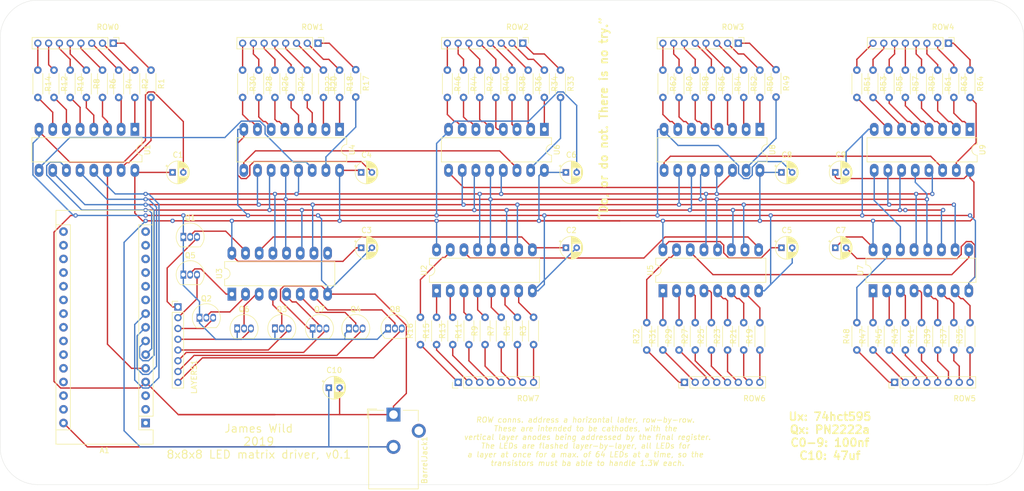
<source format=kicad_pcb>
(kicad_pcb (version 20171130) (host pcbnew "(5.1.4-0-10_14)")
  (layers (0 F.Cu signal) (31 B.Cu signal) (34 B.Paste user) (35 F.Paste user) (36 B.SilkS user) (37 F.SilkS user) (38 B.Mask user) (39 F.Mask user) (44 Edge.Cuts user))
  (net 0 "")
  (net 1 "Net-(A1-Pad1)")
  (net 2 "Net-(A1-Pad17)")
  (net 3 "Net-(A1-Pad2)")
  (net 4 "Net-(A1-Pad18)")
  (net 5 "Net-(A1-Pad3)")
  (net 6 "Net-(A1-Pad19)")
  (net 7 Earth)
  (net 8 "Net-(A1-Pad20)")
  (net 9 "Net-(A1-Pad5)")
  (net 10 "Net-(A1-Pad21)")
  (net 11 "Net-(A1-Pad6)")
  (net 12 "Net-(A1-Pad22)")
  (net 13 "Net-(A1-Pad7)")
  (net 14 "Net-(A1-Pad23)")
  (net 15 "Net-(A1-Pad8)")
  (net 16 "Net-(A1-Pad24)")
  (net 17 "Net-(A1-Pad9)")
  (net 18 "Net-(A1-Pad25)")
  (net 19 "Net-(A1-Pad10)")
  (net 20 "Net-(A1-Pad26)")
  (net 21 "Net-(A1-Pad11)")
  (net 22 "Net-(A1-Pad27)")
  (net 23 "Net-(A1-Pad12)")
  (net 24 "Net-(A1-Pad28)")
  (net 25 "Net-(A1-Pad13)")
  (net 26 "Net-(A1-Pad29)")
  (net 27 "Net-(A1-Pad14)")
  (net 28 +5V)
  (net 29 "Net-(A1-Pad15)")
  (net 30 "Net-(A1-Pad16)")
  (net 31 "Net-(Q1-Pad2)")
  (net 32 "Net-(Q2-Pad2)")
  (net 33 "Net-(Q3-Pad2)")
  (net 34 "Net-(Q4-Pad2)")
  (net 35 "Net-(Q5-Pad2)")
  (net 36 "Net-(Q6-Pad2)")
  (net 37 "Net-(Q7-Pad2)")
  (net 38 "Net-(Q8-Pad2)")
  (net 39 "Net-(R1-Pad2)")
  (net 40 "Net-(R2-Pad2)")
  (net 41 "Net-(R3-Pad2)")
  (net 42 "Net-(R4-Pad2)")
  (net 43 "Net-(R5-Pad2)")
  (net 44 "Net-(R6-Pad2)")
  (net 45 "Net-(R7-Pad2)")
  (net 46 "Net-(R8-Pad2)")
  (net 47 "Net-(R9-Pad2)")
  (net 48 "Net-(R10-Pad2)")
  (net 49 "Net-(R11-Pad2)")
  (net 50 "Net-(R12-Pad2)")
  (net 51 "Net-(R13-Pad2)")
  (net 52 "Net-(R14-Pad2)")
  (net 53 "Net-(R15-Pad2)")
  (net 54 "Net-(R16-Pad2)")
  (net 55 "Net-(R17-Pad2)")
  (net 56 "Net-(R18-Pad2)")
  (net 57 "Net-(R19-Pad2)")
  (net 58 "Net-(R20-Pad2)")
  (net 59 "Net-(R21-Pad2)")
  (net 60 "Net-(R22-Pad2)")
  (net 61 "Net-(R23-Pad2)")
  (net 62 "Net-(R24-Pad2)")
  (net 63 "Net-(R25-Pad2)")
  (net 64 "Net-(R26-Pad2)")
  (net 65 "Net-(R27-Pad2)")
  (net 66 "Net-(R28-Pad2)")
  (net 67 "Net-(R29-Pad2)")
  (net 68 "Net-(R30-Pad2)")
  (net 69 "Net-(R31-Pad2)")
  (net 70 "Net-(R32-Pad2)")
  (net 71 "Net-(R33-Pad2)")
  (net 72 "Net-(R34-Pad2)")
  (net 73 "Net-(R35-Pad2)")
  (net 74 "Net-(R36-Pad2)")
  (net 75 "Net-(R37-Pad2)")
  (net 76 "Net-(R38-Pad2)")
  (net 77 "Net-(R39-Pad2)")
  (net 78 "Net-(R40-Pad2)")
  (net 79 "Net-(R41-Pad2)")
  (net 80 "Net-(R42-Pad2)")
  (net 81 "Net-(R43-Pad2)")
  (net 82 "Net-(R44-Pad2)")
  (net 83 "Net-(R45-Pad2)")
  (net 84 "Net-(R46-Pad2)")
  (net 85 "Net-(R47-Pad2)")
  (net 86 "Net-(R48-Pad2)")
  (net 87 "Net-(R49-Pad2)")
  (net 88 "Net-(R50-Pad2)")
  (net 89 "Net-(R51-Pad2)")
  (net 90 "Net-(R52-Pad2)")
  (net 91 "Net-(R53-Pad2)")
  (net 92 "Net-(R54-Pad2)")
  (net 93 "Net-(R55-Pad2)")
  (net 94 "Net-(R56-Pad2)")
  (net 95 "Net-(R57-Pad2)")
  (net 96 "Net-(R58-Pad2)")
  (net 97 "Net-(R59-Pad2)")
  (net 98 "Net-(R60-Pad2)")
  (net 99 "Net-(R61-Pad2)")
  (net 100 "Net-(R62-Pad2)")
  (net 101 "Net-(R63-Pad2)")
  (net 102 "Net-(R64-Pad2)")
  (net 103 "Net-(U1-Pad9)")
  (net 104 "Net-(U2-Pad14)")
  (net 105 "Net-(U3-Pad9)")
  (net 106 "Net-(U4-Pad9)")
  (net 107 "Net-(U5-Pad14)")
  (net 108 "Net-(U6-Pad9)")
  (net 109 "Net-(U7-Pad14)")
  (net 110 "Net-(U8-Pad9)")
  (net 111 "Net-(LAYERS1-Pad8)")
  (net 112 "Net-(LAYERS1-Pad7)")
  (net 113 "Net-(LAYERS1-Pad6)")
  (net 114 "Net-(LAYERS1-Pad5)")
  (net 115 "Net-(LAYERS1-Pad4)")
  (net 116 "Net-(LAYERS1-Pad3)")
  (net 117 "Net-(LAYERS1-Pad2)")
  (net 118 "Net-(LAYERS1-Pad1)")
  (net 119 "Net-(R1-Pad1)")
  (net 120 "Net-(R2-Pad1)")
  (net 121 "Net-(R3-Pad1)")
  (net 122 "Net-(R4-Pad1)")
  (net 123 "Net-(R5-Pad1)")
  (net 124 "Net-(R6-Pad1)")
  (net 125 "Net-(R7-Pad1)")
  (net 126 "Net-(R8-Pad1)")
  (net 127 "Net-(R9-Pad1)")
  (net 128 "Net-(R10-Pad1)")
  (net 129 "Net-(R11-Pad1)")
  (net 130 "Net-(R12-Pad1)")
  (net 131 "Net-(R13-Pad1)")
  (net 132 "Net-(R14-Pad1)")
  (net 133 "Net-(R15-Pad1)")
  (net 134 "Net-(R16-Pad1)")
  (net 135 "Net-(R17-Pad1)")
  (net 136 "Net-(R18-Pad1)")
  (net 137 "Net-(R19-Pad1)")
  (net 138 "Net-(R20-Pad1)")
  (net 139 "Net-(R21-Pad1)")
  (net 140 "Net-(R22-Pad1)")
  (net 141 "Net-(R23-Pad1)")
  (net 142 "Net-(R24-Pad1)")
  (net 143 "Net-(R25-Pad1)")
  (net 144 "Net-(R26-Pad1)")
  (net 145 "Net-(R27-Pad1)")
  (net 146 "Net-(R28-Pad1)")
  (net 147 "Net-(R29-Pad1)")
  (net 148 "Net-(R30-Pad1)")
  (net 149 "Net-(R31-Pad1)")
  (net 150 "Net-(R32-Pad1)")
  (net 151 "Net-(R33-Pad1)")
  (net 152 "Net-(R34-Pad1)")
  (net 153 "Net-(R35-Pad1)")
  (net 154 "Net-(R36-Pad1)")
  (net 155 "Net-(R37-Pad1)")
  (net 156 "Net-(R38-Pad1)")
  (net 157 "Net-(R39-Pad1)")
  (net 158 "Net-(R40-Pad1)")
  (net 159 "Net-(R41-Pad1)")
  (net 160 "Net-(R42-Pad1)")
  (net 161 "Net-(R43-Pad1)")
  (net 162 "Net-(R44-Pad1)")
  (net 163 "Net-(R45-Pad1)")
  (net 164 "Net-(R46-Pad1)")
  (net 165 "Net-(R47-Pad1)")
  (net 166 "Net-(R48-Pad1)")
  (net 167 "Net-(R49-Pad1)")
  (net 168 "Net-(R50-Pad1)")
  (net 169 "Net-(R51-Pad1)")
  (net 170 "Net-(R52-Pad1)")
  (net 171 "Net-(R53-Pad1)")
  (net 172 "Net-(R54-Pad1)")
  (net 173 "Net-(R55-Pad1)")
  (net 174 "Net-(R56-Pad1)")
  (net 175 "Net-(R57-Pad1)")
  (net 176 "Net-(R58-Pad1)")
  (net 177 "Net-(R59-Pad1)")
  (net 178 "Net-(R60-Pad1)")
  (net 179 "Net-(R61-Pad1)")
  (net 180 "Net-(R62-Pad1)")
  (net 181 "Net-(R63-Pad1)")
  (net 182 "Net-(R64-Pad1)")
  (net 183 "Net-(C2-Pad1)")
  (module Capacitor_THT:CP_Radial_D4.0mm_P2.00mm (layer F.Cu) (at 81 92)
    (fp_text reference C10 (at 1 -3.25) (layer F.SilkS))
    (fp_text value CP)
    (pad 2 thru_hole circle (at 2 0) (size 1.2 1.2) (drill 0.6) (layers *.Cu *.Mask) (net 7 Earth))
    (pad 1 thru_hole rect (at 0 0) (size 1.2 1.2) (drill 0.6) (layers *.Cu *.Mask) (net 28 +5V))
  )
  (module Module:Arduino_Nano (layer F.Cu) (at 47 98.56 180)
    (fp_text reference A1 (at 7.62 -5.08) (layer F.SilkS))
    (fp_text value Arduino_Nano_v3.x)
    (pad 16 thru_hole oval (at 15.24 35.56 180) (size 1.6 1.6) (drill 0.8) (layers *.Cu *.Mask) (net 30 "Net-(A1-Pad16)"))
    (pad 15 thru_hole oval (at 0 35.56 180) (size 1.6 1.6) (drill 0.8) (layers *.Cu *.Mask) (net 29 "Net-(A1-Pad15)"))
    (pad 30 thru_hole oval (at 15.24 0 180) (size 1.6 1.6) (drill 0.8) (layers *.Cu *.Mask) (net 28 +5V))
    (pad 14 thru_hole oval (at 0 33.02 180) (size 1.6 1.6) (drill 0.8) (layers *.Cu *.Mask) (net 27 "Net-(A1-Pad14)"))
    (pad 29 thru_hole oval (at 15.24 2.54 180) (size 1.6 1.6) (drill 0.8) (layers *.Cu *.Mask) (net 26 "Net-(A1-Pad29)"))
    (pad 13 thru_hole oval (at 0 30.48 180) (size 1.6 1.6) (drill 0.8) (layers *.Cu *.Mask) (net 25 "Net-(A1-Pad13)"))
    (pad 28 thru_hole oval (at 15.24 5.08 180) (size 1.6 1.6) (drill 0.8) (layers *.Cu *.Mask) (net 24 "Net-(A1-Pad28)"))
    (pad 12 thru_hole oval (at 0 27.94 180) (size 1.6 1.6) (drill 0.8) (layers *.Cu *.Mask) (net 23 "Net-(A1-Pad12)"))
    (pad 27 thru_hole oval (at 15.24 7.62 180) (size 1.6 1.6) (drill 0.8) (layers *.Cu *.Mask) (net 22 "Net-(A1-Pad27)"))
    (pad 11 thru_hole oval (at 0 25.4 180) (size 1.6 1.6) (drill 0.8) (layers *.Cu *.Mask) (net 21 "Net-(A1-Pad11)"))
    (pad 26 thru_hole oval (at 15.24 10.16 180) (size 1.6 1.6) (drill 0.8) (layers *.Cu *.Mask) (net 20 "Net-(A1-Pad26)"))
    (pad 10 thru_hole oval (at 0 22.86 180) (size 1.6 1.6) (drill 0.8) (layers *.Cu *.Mask) (net 19 "Net-(A1-Pad10)"))
    (pad 25 thru_hole oval (at 15.24 12.7 180) (size 1.6 1.6) (drill 0.8) (layers *.Cu *.Mask) (net 18 "Net-(A1-Pad25)"))
    (pad 9 thru_hole oval (at 0 20.32 180) (size 1.6 1.6) (drill 0.8) (layers *.Cu *.Mask) (net 17 "Net-(A1-Pad9)"))
    (pad 24 thru_hole oval (at 15.24 15.24 180) (size 1.6 1.6) (drill 0.8) (layers *.Cu *.Mask) (net 16 "Net-(A1-Pad24)"))
    (pad 8 thru_hole oval (at 0 17.78 180) (size 1.6 1.6) (drill 0.8) (layers *.Cu *.Mask) (net 15 "Net-(A1-Pad8)"))
    (pad 23 thru_hole oval (at 15.24 17.78 180) (size 1.6 1.6) (drill 0.8) (layers *.Cu *.Mask) (net 14 "Net-(A1-Pad23)"))
    (pad 7 thru_hole oval (at 0 15.24 180) (size 1.6 1.6) (drill 0.8) (layers *.Cu *.Mask) (net 13 "Net-(A1-Pad7)"))
    (pad 22 thru_hole oval (at 15.24 20.32 180) (size 1.6 1.6) (drill 0.8) (layers *.Cu *.Mask) (net 12 "Net-(A1-Pad22)"))
    (pad 6 thru_hole oval (at 0 12.7 180) (size 1.6 1.6) (drill 0.8) (layers *.Cu *.Mask) (net 11 "Net-(A1-Pad6)"))
    (pad 21 thru_hole oval (at 15.24 22.86 180) (size 1.6 1.6) (drill 0.8) (layers *.Cu *.Mask) (net 10 "Net-(A1-Pad21)"))
    (pad 5 thru_hole oval (at 0 10.16 180) (size 1.6 1.6) (drill 0.8) (layers *.Cu *.Mask) (net 9 "Net-(A1-Pad5)"))
    (pad 20 thru_hole oval (at 15.24 25.4 180) (size 1.6 1.6) (drill 0.8) (layers *.Cu *.Mask) (net 8 "Net-(A1-Pad20)"))
    (pad 4 thru_hole oval (at 0 7.62 180) (size 1.6 1.6) (drill 0.8) (layers *.Cu *.Mask) (net 7 Earth))
    (pad 19 thru_hole oval (at 15.24 27.94 180) (size 1.6 1.6) (drill 0.8) (layers *.Cu *.Mask) (net 6 "Net-(A1-Pad19)"))
    (pad 3 thru_hole oval (at 0 5.08 180) (size 1.6 1.6) (drill 0.8) (layers *.Cu *.Mask) (net 5 "Net-(A1-Pad3)"))
    (pad 18 thru_hole oval (at 15.24 30.48 180) (size 1.6 1.6) (drill 0.8) (layers *.Cu *.Mask) (net 4 "Net-(A1-Pad18)"))
    (pad 2 thru_hole oval (at 0 2.54 180) (size 1.6 1.6) (drill 0.8) (layers *.Cu *.Mask) (net 3 "Net-(A1-Pad2)"))
    (pad 17 thru_hole oval (at 15.24 33.02 180) (size 1.6 1.6) (drill 0.8) (layers *.Cu *.Mask) (net 2 "Net-(A1-Pad17)"))
    (pad 1 thru_hole rect (at 0 0 180) (size 1.6 1.6) (drill 0.8) (layers *.Cu *.Mask) (net 1 "Net-(A1-Pad1)"))
  )
  (module Package_DIP:DIP-16_W7.62mm_LongPads (layer F.Cu) (at 200 44 270)
    (fp_text reference U9 (at 3.81 -2.33 90) (layer F.SilkS))
    (fp_text value 74HC595)
    (pad 16 thru_hole oval (at 7.62 0 270) (size 2.4 1.6) (drill 0.8) (layers *.Cu *.Mask) (net 28 +5V))
    (pad 8 thru_hole oval (at 0 17.78 270) (size 2.4 1.6) (drill 0.8) (layers *.Cu *.Mask) (net 7 Earth))
    (pad 15 thru_hole oval (at 7.62 2.54 270) (size 2.4 1.6) (drill 0.8) (layers *.Cu *.Mask) (net 102 "Net-(R64-Pad2)"))
    (pad 7 thru_hole oval (at 0 15.24 270) (size 2.4 1.6) (drill 0.8) (layers *.Cu *.Mask) (net 89 "Net-(R51-Pad2)"))
    (pad 14 thru_hole oval (at 7.62 5.08 270) (size 2.4 1.6) (drill 0.8) (layers *.Cu *.Mask) (net 110 "Net-(U8-Pad9)"))
    (pad 6 thru_hole oval (at 0 12.7 270) (size 2.4 1.6) (drill 0.8) (layers *.Cu *.Mask) (net 91 "Net-(R53-Pad2)"))
    (pad 13 thru_hole oval (at 7.62 7.62 270) (size 2.4 1.6) (drill 0.8) (layers *.Cu *.Mask) (net 17 "Net-(A1-Pad9)"))
    (pad 5 thru_hole oval (at 0 10.16 270) (size 2.4 1.6) (drill 0.8) (layers *.Cu *.Mask) (net 93 "Net-(R55-Pad2)"))
    (pad 12 thru_hole oval (at 7.62 10.16 270) (size 2.4 1.6) (drill 0.8) (layers *.Cu *.Mask) (net 15 "Net-(A1-Pad8)"))
    (pad 4 thru_hole oval (at 0 7.62 270) (size 2.4 1.6) (drill 0.8) (layers *.Cu *.Mask) (net 95 "Net-(R57-Pad2)"))
    (pad 11 thru_hole oval (at 7.62 12.7 270) (size 2.4 1.6) (drill 0.8) (layers *.Cu *.Mask) (net 11 "Net-(A1-Pad6)"))
    (pad 3 thru_hole oval (at 0 5.08 270) (size 2.4 1.6) (drill 0.8) (layers *.Cu *.Mask) (net 97 "Net-(R59-Pad2)"))
    (pad 10 thru_hole oval (at 7.62 15.24 270) (size 2.4 1.6) (drill 0.8) (layers *.Cu *.Mask) (net 13 "Net-(A1-Pad7)"))
    (pad 2 thru_hole oval (at 0 2.54 270) (size 2.4 1.6) (drill 0.8) (layers *.Cu *.Mask) (net 99 "Net-(R61-Pad2)"))
    (pad 9 thru_hole oval (at 7.62 17.78 270) (size 2.4 1.6) (drill 0.8) (layers *.Cu *.Mask) (net 109 "Net-(U7-Pad14)"))
    (pad 1 thru_hole rect (at 0 0 270) (size 2.4 1.6) (drill 0.8) (layers *.Cu *.Mask) (net 101 "Net-(R63-Pad2)"))
  )
  (module Package_DIP:DIP-16_W7.62mm_LongPads (layer F.Cu) (at 161 44 270)
    (fp_text reference U8 (at 3.81 -2.33 90) (layer F.SilkS))
    (fp_text value 74HC595)
    (pad 16 thru_hole oval (at 7.62 0 270) (size 2.4 1.6) (drill 0.8) (layers *.Cu *.Mask) (net 28 +5V))
    (pad 8 thru_hole oval (at 0 17.78 270) (size 2.4 1.6) (drill 0.8) (layers *.Cu *.Mask) (net 7 Earth))
    (pad 15 thru_hole oval (at 7.62 2.54 270) (size 2.4 1.6) (drill 0.8) (layers *.Cu *.Mask) (net 87 "Net-(R49-Pad2)"))
    (pad 7 thru_hole oval (at 0 15.24 270) (size 2.4 1.6) (drill 0.8) (layers *.Cu *.Mask) (net 100 "Net-(R62-Pad2)"))
    (pad 14 thru_hole oval (at 7.62 5.08 270) (size 2.4 1.6) (drill 0.8) (layers *.Cu *.Mask) (net 108 "Net-(U6-Pad9)"))
    (pad 6 thru_hole oval (at 0 12.7 270) (size 2.4 1.6) (drill 0.8) (layers *.Cu *.Mask) (net 98 "Net-(R60-Pad2)"))
    (pad 13 thru_hole oval (at 7.62 7.62 270) (size 2.4 1.6) (drill 0.8) (layers *.Cu *.Mask) (net 17 "Net-(A1-Pad9)"))
    (pad 5 thru_hole oval (at 0 10.16 270) (size 2.4 1.6) (drill 0.8) (layers *.Cu *.Mask) (net 96 "Net-(R58-Pad2)"))
    (pad 12 thru_hole oval (at 7.62 10.16 270) (size 2.4 1.6) (drill 0.8) (layers *.Cu *.Mask) (net 15 "Net-(A1-Pad8)"))
    (pad 4 thru_hole oval (at 0 7.62 270) (size 2.4 1.6) (drill 0.8) (layers *.Cu *.Mask) (net 94 "Net-(R56-Pad2)"))
    (pad 11 thru_hole oval (at 7.62 12.7 270) (size 2.4 1.6) (drill 0.8) (layers *.Cu *.Mask) (net 11 "Net-(A1-Pad6)"))
    (pad 3 thru_hole oval (at 0 5.08 270) (size 2.4 1.6) (drill 0.8) (layers *.Cu *.Mask) (net 92 "Net-(R54-Pad2)"))
    (pad 10 thru_hole oval (at 7.62 15.24 270) (size 2.4 1.6) (drill 0.8) (layers *.Cu *.Mask) (net 13 "Net-(A1-Pad7)"))
    (pad 2 thru_hole oval (at 0 2.54 270) (size 2.4 1.6) (drill 0.8) (layers *.Cu *.Mask) (net 90 "Net-(R52-Pad2)"))
    (pad 9 thru_hole oval (at 7.62 17.78 270) (size 2.4 1.6) (drill 0.8) (layers *.Cu *.Mask) (net 110 "Net-(U8-Pad9)"))
    (pad 1 thru_hole rect (at 0 0 270) (size 2.4 1.6) (drill 0.8) (layers *.Cu *.Mask) (net 88 "Net-(R50-Pad2)"))
  )
  (module Package_DIP:DIP-16_W7.62mm_LongPads (layer F.Cu) (at 101 74 90)
    (fp_text reference U2 (at 3.81 -2.33 90) (layer F.SilkS))
    (fp_text value 74HC595)
    (pad 1 thru_hole rect (at 0 0 90) (size 2.4 1.6) (drill 0.8) (layers *.Cu *.Mask) (net 53 "Net-(R15-Pad2)"))
    (pad 9 thru_hole oval (at 7.62 17.78 90) (size 2.4 1.6) (drill 0.8) (layers *.Cu *.Mask) (net 183 "Net-(C2-Pad1)"))
    (pad 2 thru_hole oval (at 0 2.54 90) (size 2.4 1.6) (drill 0.8) (layers *.Cu *.Mask) (net 51 "Net-(R13-Pad2)"))
    (pad 10 thru_hole oval (at 7.62 15.24 90) (size 2.4 1.6) (drill 0.8) (layers *.Cu *.Mask) (net 13 "Net-(A1-Pad7)"))
    (pad 3 thru_hole oval (at 0 5.08 90) (size 2.4 1.6) (drill 0.8) (layers *.Cu *.Mask) (net 49 "Net-(R11-Pad2)"))
    (pad 11 thru_hole oval (at 7.62 12.7 90) (size 2.4 1.6) (drill 0.8) (layers *.Cu *.Mask) (net 11 "Net-(A1-Pad6)"))
    (pad 4 thru_hole oval (at 0 7.62 90) (size 2.4 1.6) (drill 0.8) (layers *.Cu *.Mask) (net 47 "Net-(R9-Pad2)"))
    (pad 12 thru_hole oval (at 7.62 10.16 90) (size 2.4 1.6) (drill 0.8) (layers *.Cu *.Mask) (net 15 "Net-(A1-Pad8)"))
    (pad 5 thru_hole oval (at 0 10.16 90) (size 2.4 1.6) (drill 0.8) (layers *.Cu *.Mask) (net 45 "Net-(R7-Pad2)"))
    (pad 13 thru_hole oval (at 7.62 7.62 90) (size 2.4 1.6) (drill 0.8) (layers *.Cu *.Mask) (net 17 "Net-(A1-Pad9)"))
    (pad 6 thru_hole oval (at 0 12.7 90) (size 2.4 1.6) (drill 0.8) (layers *.Cu *.Mask) (net 43 "Net-(R5-Pad2)"))
    (pad 14 thru_hole oval (at 7.62 5.08 90) (size 2.4 1.6) (drill 0.8) (layers *.Cu *.Mask) (net 104 "Net-(U2-Pad14)"))
    (pad 7 thru_hole oval (at 0 15.24 90) (size 2.4 1.6) (drill 0.8) (layers *.Cu *.Mask) (net 41 "Net-(R3-Pad2)"))
    (pad 15 thru_hole oval (at 7.62 2.54 90) (size 2.4 1.6) (drill 0.8) (layers *.Cu *.Mask) (net 54 "Net-(R16-Pad2)"))
    (pad 8 thru_hole oval (at 0 17.78 90) (size 2.4 1.6) (drill 0.8) (layers *.Cu *.Mask) (net 7 Earth))
    (pad 16 thru_hole oval (at 7.62 0 90) (size 2.4 1.6) (drill 0.8) (layers *.Cu *.Mask) (net 28 +5V))
  )
  (module Package_DIP:DIP-16_W7.62mm_LongPads (layer F.Cu) (at 143 74 90)
    (fp_text reference U5 (at 3.81 -2.33 90) (layer F.SilkS))
    (fp_text value 74HC595)
    (pad 16 thru_hole oval (at 7.62 0 90) (size 2.4 1.6) (drill 0.8) (layers *.Cu *.Mask) (net 28 +5V))
    (pad 8 thru_hole oval (at 0 17.78 90) (size 2.4 1.6) (drill 0.8) (layers *.Cu *.Mask) (net 7 Earth))
    (pad 15 thru_hole oval (at 7.62 2.54 90) (size 2.4 1.6) (drill 0.8) (layers *.Cu *.Mask) (net 70 "Net-(R32-Pad2)"))
    (pad 7 thru_hole oval (at 0 15.24 90) (size 2.4 1.6) (drill 0.8) (layers *.Cu *.Mask) (net 57 "Net-(R19-Pad2)"))
    (pad 14 thru_hole oval (at 7.62 5.08 90) (size 2.4 1.6) (drill 0.8) (layers *.Cu *.Mask) (net 107 "Net-(U5-Pad14)"))
    (pad 6 thru_hole oval (at 0 12.7 90) (size 2.4 1.6) (drill 0.8) (layers *.Cu *.Mask) (net 59 "Net-(R21-Pad2)"))
    (pad 13 thru_hole oval (at 7.62 7.62 90) (size 2.4 1.6) (drill 0.8) (layers *.Cu *.Mask) (net 17 "Net-(A1-Pad9)"))
    (pad 5 thru_hole oval (at 0 10.16 90) (size 2.4 1.6) (drill 0.8) (layers *.Cu *.Mask) (net 61 "Net-(R23-Pad2)"))
    (pad 12 thru_hole oval (at 7.62 10.16 90) (size 2.4 1.6) (drill 0.8) (layers *.Cu *.Mask) (net 15 "Net-(A1-Pad8)"))
    (pad 4 thru_hole oval (at 0 7.62 90) (size 2.4 1.6) (drill 0.8) (layers *.Cu *.Mask) (net 63 "Net-(R25-Pad2)"))
    (pad 11 thru_hole oval (at 7.62 12.7 90) (size 2.4 1.6) (drill 0.8) (layers *.Cu *.Mask) (net 11 "Net-(A1-Pad6)"))
    (pad 3 thru_hole oval (at 0 5.08 90) (size 2.4 1.6) (drill 0.8) (layers *.Cu *.Mask) (net 65 "Net-(R27-Pad2)"))
    (pad 10 thru_hole oval (at 7.62 15.24 90) (size 2.4 1.6) (drill 0.8) (layers *.Cu *.Mask) (net 13 "Net-(A1-Pad7)"))
    (pad 2 thru_hole oval (at 0 2.54 90) (size 2.4 1.6) (drill 0.8) (layers *.Cu *.Mask) (net 67 "Net-(R29-Pad2)"))
    (pad 9 thru_hole oval (at 7.62 17.78 90) (size 2.4 1.6) (drill 0.8) (layers *.Cu *.Mask) (net 104 "Net-(U2-Pad14)"))
    (pad 1 thru_hole rect (at 0 0 90) (size 2.4 1.6) (drill 0.8) (layers *.Cu *.Mask) (net 69 "Net-(R31-Pad2)"))
  )
  (module Connector_PinHeader_2.00mm:PinHeader_1x08_P2.00mm_Vertical (layer F.Cu) (at 41 28 270)
    (fp_text reference ROW0 (at -3 1 180) (layer F.SilkS))
    (fp_text value Conn_01x08)
    (pad 8 thru_hole oval (at 0 14 270) (size 1.35 1.35) (drill 0.8) (layers *.Cu *.Mask) (net 132 "Net-(R14-Pad1)"))
    (pad 7 thru_hole oval (at 0 12 270) (size 1.35 1.35) (drill 0.8) (layers *.Cu *.Mask) (net 130 "Net-(R12-Pad1)"))
    (pad 6 thru_hole oval (at 0 10 270) (size 1.35 1.35) (drill 0.8) (layers *.Cu *.Mask) (net 128 "Net-(R10-Pad1)"))
    (pad 5 thru_hole oval (at 0 8 270) (size 1.35 1.35) (drill 0.8) (layers *.Cu *.Mask) (net 126 "Net-(R8-Pad1)"))
    (pad 4 thru_hole oval (at 0 6 270) (size 1.35 1.35) (drill 0.8) (layers *.Cu *.Mask) (net 124 "Net-(R6-Pad1)"))
    (pad 3 thru_hole oval (at 0 4 270) (size 1.35 1.35) (drill 0.8) (layers *.Cu *.Mask) (net 122 "Net-(R4-Pad1)"))
    (pad 2 thru_hole oval (at 0 2 270) (size 1.35 1.35) (drill 0.8) (layers *.Cu *.Mask) (net 120 "Net-(R2-Pad1)"))
    (pad 1 thru_hole rect (at 0 0 270) (size 1.35 1.35) (drill 0.8) (layers *.Cu *.Mask) (net 119 "Net-(R1-Pad1)"))
  )
  (module Connector_PinHeader_2.00mm:PinHeader_1x08_P2.00mm_Vertical (layer F.Cu) (at 105 91 90)
    (fp_text reference ROW7 (at -3 13 180) (layer F.SilkS))
    (fp_text value Conn_01x08)
    (pad 1 thru_hole rect (at 0 0 90) (size 1.35 1.35) (drill 0.8) (layers *.Cu *.Mask) (net 134 "Net-(R16-Pad1)"))
    (pad 2 thru_hole oval (at 0 2 90) (size 1.35 1.35) (drill 0.8) (layers *.Cu *.Mask) (net 133 "Net-(R15-Pad1)"))
    (pad 3 thru_hole oval (at 0 4 90) (size 1.35 1.35) (drill 0.8) (layers *.Cu *.Mask) (net 131 "Net-(R13-Pad1)"))
    (pad 4 thru_hole oval (at 0 6 90) (size 1.35 1.35) (drill 0.8) (layers *.Cu *.Mask) (net 129 "Net-(R11-Pad1)"))
    (pad 5 thru_hole oval (at 0 8 90) (size 1.35 1.35) (drill 0.8) (layers *.Cu *.Mask) (net 127 "Net-(R9-Pad1)"))
    (pad 6 thru_hole oval (at 0 10 90) (size 1.35 1.35) (drill 0.8) (layers *.Cu *.Mask) (net 125 "Net-(R7-Pad1)"))
    (pad 7 thru_hole oval (at 0 12 90) (size 1.35 1.35) (drill 0.8) (layers *.Cu *.Mask) (net 123 "Net-(R5-Pad1)"))
    (pad 8 thru_hole oval (at 0 14 90) (size 1.35 1.35) (drill 0.8) (layers *.Cu *.Mask) (net 121 "Net-(R3-Pad1)"))
  )
  (module Connector_PinHeader_2.00mm:PinHeader_1x08_P2.00mm_Vertical (layer F.Cu) (at 79 28 270)
    (fp_text reference ROW1 (at -3 1 180) (layer F.SilkS))
    (fp_text value Conn_01x08)
    (pad 1 thru_hole rect (at 0 0 270) (size 1.35 1.35) (drill 0.8) (layers *.Cu *.Mask) (net 135 "Net-(R17-Pad1)"))
    (pad 2 thru_hole oval (at 0 2 270) (size 1.35 1.35) (drill 0.8) (layers *.Cu *.Mask) (net 136 "Net-(R18-Pad1)"))
    (pad 3 thru_hole oval (at 0 4 270) (size 1.35 1.35) (drill 0.8) (layers *.Cu *.Mask) (net 138 "Net-(R20-Pad1)"))
    (pad 4 thru_hole oval (at 0 6 270) (size 1.35 1.35) (drill 0.8) (layers *.Cu *.Mask) (net 140 "Net-(R22-Pad1)"))
    (pad 5 thru_hole oval (at 0 8 270) (size 1.35 1.35) (drill 0.8) (layers *.Cu *.Mask) (net 142 "Net-(R24-Pad1)"))
    (pad 6 thru_hole oval (at 0 10 270) (size 1.35 1.35) (drill 0.8) (layers *.Cu *.Mask) (net 144 "Net-(R26-Pad1)"))
    (pad 7 thru_hole oval (at 0 12 270) (size 1.35 1.35) (drill 0.8) (layers *.Cu *.Mask) (net 146 "Net-(R28-Pad1)"))
    (pad 8 thru_hole oval (at 0 14 270) (size 1.35 1.35) (drill 0.8) (layers *.Cu *.Mask) (net 148 "Net-(R30-Pad1)"))
  )
  (module Connector_PinHeader_2.00mm:PinHeader_1x08_P2.00mm_Vertical (layer F.Cu) (at 147 91 90)
    (fp_text reference ROW6 (at -3 13 180) (layer F.SilkS))
    (fp_text value Conn_01x08)
    (pad 8 thru_hole oval (at 0 14 90) (size 1.35 1.35) (drill 0.8) (layers *.Cu *.Mask) (net 137 "Net-(R19-Pad1)"))
    (pad 7 thru_hole oval (at 0 12 90) (size 1.35 1.35) (drill 0.8) (layers *.Cu *.Mask) (net 139 "Net-(R21-Pad1)"))
    (pad 6 thru_hole oval (at 0 10 90) (size 1.35 1.35) (drill 0.8) (layers *.Cu *.Mask) (net 141 "Net-(R23-Pad1)"))
    (pad 5 thru_hole oval (at 0 8 90) (size 1.35 1.35) (drill 0.8) (layers *.Cu *.Mask) (net 143 "Net-(R25-Pad1)"))
    (pad 4 thru_hole oval (at 0 6 90) (size 1.35 1.35) (drill 0.8) (layers *.Cu *.Mask) (net 145 "Net-(R27-Pad1)"))
    (pad 3 thru_hole oval (at 0 4 90) (size 1.35 1.35) (drill 0.8) (layers *.Cu *.Mask) (net 147 "Net-(R29-Pad1)"))
    (pad 2 thru_hole oval (at 0 2 90) (size 1.35 1.35) (drill 0.8) (layers *.Cu *.Mask) (net 149 "Net-(R31-Pad1)"))
    (pad 1 thru_hole rect (at 0 0 90) (size 1.35 1.35) (drill 0.8) (layers *.Cu *.Mask) (net 150 "Net-(R32-Pad1)"))
  )
  (module Connector_PinHeader_2.00mm:PinHeader_1x08_P2.00mm_Vertical (layer F.Cu) (at 117 28 270)
    (fp_text reference ROW2 (at -3 1 180) (layer F.SilkS))
    (fp_text value Conn_01x08)
    (pad 8 thru_hole oval (at 0 14 270) (size 1.35 1.35) (drill 0.8) (layers *.Cu *.Mask) (net 164 "Net-(R46-Pad1)"))
    (pad 7 thru_hole oval (at 0 12 270) (size 1.35 1.35) (drill 0.8) (layers *.Cu *.Mask) (net 162 "Net-(R44-Pad1)"))
    (pad 6 thru_hole oval (at 0 10 270) (size 1.35 1.35) (drill 0.8) (layers *.Cu *.Mask) (net 160 "Net-(R42-Pad1)"))
    (pad 5 thru_hole oval (at 0 8 270) (size 1.35 1.35) (drill 0.8) (layers *.Cu *.Mask) (net 158 "Net-(R40-Pad1)"))
    (pad 4 thru_hole oval (at 0 6 270) (size 1.35 1.35) (drill 0.8) (layers *.Cu *.Mask) (net 156 "Net-(R38-Pad1)"))
    (pad 3 thru_hole oval (at 0 4 270) (size 1.35 1.35) (drill 0.8) (layers *.Cu *.Mask) (net 154 "Net-(R36-Pad1)"))
    (pad 2 thru_hole oval (at 0 2 270) (size 1.35 1.35) (drill 0.8) (layers *.Cu *.Mask) (net 152 "Net-(R34-Pad1)"))
    (pad 1 thru_hole rect (at 0 0 270) (size 1.35 1.35) (drill 0.8) (layers *.Cu *.Mask) (net 151 "Net-(R33-Pad1)"))
  )
  (module Connector_PinHeader_2.00mm:PinHeader_1x08_P2.00mm_Vertical (layer F.Cu) (at 186 91 90)
    (fp_text reference ROW5 (at -3 13 180) (layer F.SilkS))
    (fp_text value Conn_01x08)
    (pad 8 thru_hole oval (at 0 14 90) (size 1.35 1.35) (drill 0.8) (layers *.Cu *.Mask) (net 153 "Net-(R35-Pad1)"))
    (pad 7 thru_hole oval (at 0 12 90) (size 1.35 1.35) (drill 0.8) (layers *.Cu *.Mask) (net 155 "Net-(R37-Pad1)"))
    (pad 6 thru_hole oval (at 0 10 90) (size 1.35 1.35) (drill 0.8) (layers *.Cu *.Mask) (net 157 "Net-(R39-Pad1)"))
    (pad 5 thru_hole oval (at 0 8 90) (size 1.35 1.35) (drill 0.8) (layers *.Cu *.Mask) (net 159 "Net-(R41-Pad1)"))
    (pad 4 thru_hole oval (at 0 6 90) (size 1.35 1.35) (drill 0.8) (layers *.Cu *.Mask) (net 161 "Net-(R43-Pad1)"))
    (pad 3 thru_hole oval (at 0 4 90) (size 1.35 1.35) (drill 0.8) (layers *.Cu *.Mask) (net 163 "Net-(R45-Pad1)"))
    (pad 2 thru_hole oval (at 0 2 90) (size 1.35 1.35) (drill 0.8) (layers *.Cu *.Mask) (net 165 "Net-(R47-Pad1)"))
    (pad 1 thru_hole rect (at 0 0 90) (size 1.35 1.35) (drill 0.8) (layers *.Cu *.Mask) (net 166 "Net-(R48-Pad1)"))
  )
  (module Connector_PinHeader_2.00mm:PinHeader_1x08_P2.00mm_Vertical (layer F.Cu) (at 53 77)
    (fp_text reference LAYERS1 (at 3 13 270) (layer F.SilkS))
    (fp_text value Conn_01x08)
    (pad 8 thru_hole oval (at 0 14) (size 1.35 1.35) (drill 0.8) (layers *.Cu *.Mask) (net 111 "Net-(LAYERS1-Pad8)"))
    (pad 7 thru_hole oval (at 0 12) (size 1.35 1.35) (drill 0.8) (layers *.Cu *.Mask) (net 112 "Net-(LAYERS1-Pad7)"))
    (pad 6 thru_hole oval (at 0 10) (size 1.35 1.35) (drill 0.8) (layers *.Cu *.Mask) (net 113 "Net-(LAYERS1-Pad6)"))
    (pad 5 thru_hole oval (at 0 8) (size 1.35 1.35) (drill 0.8) (layers *.Cu *.Mask) (net 114 "Net-(LAYERS1-Pad5)"))
    (pad 4 thru_hole oval (at 0 6) (size 1.35 1.35) (drill 0.8) (layers *.Cu *.Mask) (net 115 "Net-(LAYERS1-Pad4)"))
    (pad 3 thru_hole oval (at 0 4) (size 1.35 1.35) (drill 0.8) (layers *.Cu *.Mask) (net 116 "Net-(LAYERS1-Pad3)"))
    (pad 2 thru_hole oval (at 0 2) (size 1.35 1.35) (drill 0.8) (layers *.Cu *.Mask) (net 117 "Net-(LAYERS1-Pad2)"))
    (pad 1 thru_hole rect (at 0 0) (size 1.35 1.35) (drill 0.8) (layers *.Cu *.Mask) (net 118 "Net-(LAYERS1-Pad1)"))
  )
  (module Connector_PinHeader_2.00mm:PinHeader_1x08_P2.00mm_Vertical (layer F.Cu) (at 157 28 270)
    (fp_text reference ROW3 (at -3 1 180) (layer F.SilkS))
    (fp_text value Conn_01x08)
    (pad 1 thru_hole rect (at 0 0 270) (size 1.35 1.35) (drill 0.8) (layers *.Cu *.Mask) (net 167 "Net-(R49-Pad1)"))
    (pad 2 thru_hole oval (at 0 2 270) (size 1.35 1.35) (drill 0.8) (layers *.Cu *.Mask) (net 168 "Net-(R50-Pad1)"))
    (pad 3 thru_hole oval (at 0 4 270) (size 1.35 1.35) (drill 0.8) (layers *.Cu *.Mask) (net 170 "Net-(R52-Pad1)"))
    (pad 4 thru_hole oval (at 0 6 270) (size 1.35 1.35) (drill 0.8) (layers *.Cu *.Mask) (net 172 "Net-(R54-Pad1)"))
    (pad 5 thru_hole oval (at 0 8 270) (size 1.35 1.35) (drill 0.8) (layers *.Cu *.Mask) (net 174 "Net-(R56-Pad1)"))
    (pad 6 thru_hole oval (at 0 10 270) (size 1.35 1.35) (drill 0.8) (layers *.Cu *.Mask) (net 176 "Net-(R58-Pad1)"))
    (pad 7 thru_hole oval (at 0 12 270) (size 1.35 1.35) (drill 0.8) (layers *.Cu *.Mask) (net 178 "Net-(R60-Pad1)"))
    (pad 8 thru_hole oval (at 0 14 270) (size 1.35 1.35) (drill 0.8) (layers *.Cu *.Mask) (net 180 "Net-(R62-Pad1)"))
  )
  (module Connector_PinHeader_2.00mm:PinHeader_1x08_P2.00mm_Vertical (layer F.Cu) (at 196 28 270)
    (fp_text reference ROW4 (at -3 1 180) (layer F.SilkS))
    (fp_text value Conn_01x08)
    (pad 1 thru_hole rect (at 0 0 270) (size 1.35 1.35) (drill 0.8) (layers *.Cu *.Mask) (net 182 "Net-(R64-Pad1)"))
    (pad 2 thru_hole oval (at 0 2 270) (size 1.35 1.35) (drill 0.8) (layers *.Cu *.Mask) (net 181 "Net-(R63-Pad1)"))
    (pad 3 thru_hole oval (at 0 4 270) (size 1.35 1.35) (drill 0.8) (layers *.Cu *.Mask) (net 179 "Net-(R61-Pad1)"))
    (pad 4 thru_hole oval (at 0 6 270) (size 1.35 1.35) (drill 0.8) (layers *.Cu *.Mask) (net 177 "Net-(R59-Pad1)"))
    (pad 5 thru_hole oval (at 0 8 270) (size 1.35 1.35) (drill 0.8) (layers *.Cu *.Mask) (net 175 "Net-(R57-Pad1)"))
    (pad 6 thru_hole oval (at 0 10 270) (size 1.35 1.35) (drill 0.8) (layers *.Cu *.Mask) (net 173 "Net-(R55-Pad1)"))
    (pad 7 thru_hole oval (at 0 12 270) (size 1.35 1.35) (drill 0.8) (layers *.Cu *.Mask) (net 171 "Net-(R53-Pad1)"))
    (pad 8 thru_hole oval (at 0 14 270) (size 1.35 1.35) (drill 0.8) (layers *.Cu *.Mask) (net 169 "Net-(R51-Pad1)"))
  )
  (module Package_TO_SOT_THT:TO-92_Inline (layer F.Cu) (at 54 64)
    (fp_text reference Q1 (at 1.27 -3.56) (layer F.SilkS))
    (fp_text value PN2222A)
    (pad 2 thru_hole oval (at 1.27 0) (size 1.05 1.5) (drill 0.75) (layers *.Cu *.Mask) (net 31 "Net-(Q1-Pad2)"))
    (pad 3 thru_hole oval (at 2.54 0) (size 1.05 1.5) (drill 0.75) (layers *.Cu *.Mask) (net 118 "Net-(LAYERS1-Pad1)"))
    (pad 1 thru_hole rect (at 0 0) (size 1.05 1.5) (drill 0.75) (layers *.Cu *.Mask) (net 7 Earth))
  )
  (module Package_TO_SOT_THT:TO-92_Inline (layer F.Cu) (at 57 79)
    (fp_text reference Q2 (at 1.27 -3.56) (layer F.SilkS))
    (fp_text value PN2222A)
    (pad 1 thru_hole rect (at 0 0) (size 1.05 1.5) (drill 0.75) (layers *.Cu *.Mask) (net 7 Earth))
    (pad 3 thru_hole oval (at 2.54 0) (size 1.05 1.5) (drill 0.75) (layers *.Cu *.Mask) (net 116 "Net-(LAYERS1-Pad3)"))
    (pad 2 thru_hole oval (at 1.27 0) (size 1.05 1.5) (drill 0.75) (layers *.Cu *.Mask) (net 32 "Net-(Q2-Pad2)"))
  )
  (module Package_TO_SOT_THT:TO-92_Inline (layer F.Cu) (at 71 81)
    (fp_text reference Q3 (at 1.27 -3.56) (layer F.SilkS))
    (fp_text value PN2222A)
    (pad 2 thru_hole oval (at 1.27 0) (size 1.05 1.5) (drill 0.75) (layers *.Cu *.Mask) (net 33 "Net-(Q3-Pad2)"))
    (pad 3 thru_hole oval (at 2.54 0) (size 1.05 1.5) (drill 0.75) (layers *.Cu *.Mask) (net 114 "Net-(LAYERS1-Pad5)"))
    (pad 1 thru_hole rect (at 0 0) (size 1.05 1.5) (drill 0.75) (layers *.Cu *.Mask) (net 7 Earth))
  )
  (module Package_TO_SOT_THT:TO-92_Inline (layer F.Cu) (at 84.73 81)
    (fp_text reference Q4 (at 1.27 -3.56) (layer F.SilkS))
    (fp_text value PN2222A)
    (pad 1 thru_hole rect (at 0 0) (size 1.05 1.5) (drill 0.75) (layers *.Cu *.Mask) (net 7 Earth))
    (pad 3 thru_hole oval (at 2.54 0) (size 1.05 1.5) (drill 0.75) (layers *.Cu *.Mask) (net 112 "Net-(LAYERS1-Pad7)"))
    (pad 2 thru_hole oval (at 1.27 0) (size 1.05 1.5) (drill 0.75) (layers *.Cu *.Mask) (net 34 "Net-(Q4-Pad2)"))
  )
  (module Package_TO_SOT_THT:TO-92_Inline (layer F.Cu) (at 54 71)
    (fp_text reference Q5 (at 1.27 -3.56) (layer F.SilkS))
    (fp_text value PN2222A)
    (pad 2 thru_hole oval (at 1.27 0) (size 1.05 1.5) (drill 0.75) (layers *.Cu *.Mask) (net 35 "Net-(Q5-Pad2)"))
    (pad 3 thru_hole oval (at 2.54 0) (size 1.05 1.5) (drill 0.75) (layers *.Cu *.Mask) (net 117 "Net-(LAYERS1-Pad2)"))
    (pad 1 thru_hole rect (at 0 0) (size 1.05 1.5) (drill 0.75) (layers *.Cu *.Mask) (net 7 Earth))
  )
  (module Package_TO_SOT_THT:TO-92_Inline (layer F.Cu) (at 64 81)
    (fp_text reference Q6 (at 1.27 -3.56) (layer F.SilkS))
    (fp_text value PN2222A)
    (pad 2 thru_hole oval (at 1.27 0) (size 1.05 1.5) (drill 0.75) (layers *.Cu *.Mask) (net 36 "Net-(Q6-Pad2)"))
    (pad 3 thru_hole oval (at 2.54 0) (size 1.05 1.5) (drill 0.75) (layers *.Cu *.Mask) (net 115 "Net-(LAYERS1-Pad4)"))
    (pad 1 thru_hole rect (at 0 0) (size 1.05 1.5) (drill 0.75) (layers *.Cu *.Mask) (net 7 Earth))
  )
  (module Package_TO_SOT_THT:TO-92_Inline (layer F.Cu) (at 78 81)
    (fp_text reference Q7 (at 1.27 -3.56) (layer F.SilkS))
    (fp_text value PN2222A)
    (pad 2 thru_hole oval (at 1.27 0) (size 1.05 1.5) (drill 0.75) (layers *.Cu *.Mask) (net 37 "Net-(Q7-Pad2)"))
    (pad 3 thru_hole oval (at 2.54 0) (size 1.05 1.5) (drill 0.75) (layers *.Cu *.Mask) (net 113 "Net-(LAYERS1-Pad6)"))
    (pad 1 thru_hole rect (at 0 0) (size 1.05 1.5) (drill 0.75) (layers *.Cu *.Mask) (net 7 Earth))
  )
  (module Package_TO_SOT_THT:TO-92_Inline (layer F.Cu) (at 92 81)
    (fp_text reference Q8 (at 1.27 -3.56) (layer F.SilkS))
    (fp_text value PN2222A)
    (pad 1 thru_hole rect (at 0 0) (size 1.05 1.5) (drill 0.75) (layers *.Cu *.Mask) (net 7 Earth))
    (pad 3 thru_hole oval (at 2.54 0) (size 1.05 1.5) (drill 0.75) (layers *.Cu *.Mask) (net 111 "Net-(LAYERS1-Pad8)"))
    (pad 2 thru_hole oval (at 1.27 0) (size 1.05 1.5) (drill 0.75) (layers *.Cu *.Mask) (net 38 "Net-(Q8-Pad2)"))
  )
  (module Resistor_THT:R_Axial_DIN0204_L3.6mm_D1.6mm_P5.08mm_Horizontal (layer F.Cu) (at 48 33 270)
    (fp_text reference R1 (at 2.54 -1.92 90) (layer F.SilkS))
    (fp_text value R_Small_US)
    (pad 1 thru_hole circle (at 0 0 270) (size 1.4 1.4) (drill 0.7) (layers *.Cu *.Mask) (net 119 "Net-(R1-Pad1)"))
    (pad 2 thru_hole oval (at 5.08 0 270) (size 1.4 1.4) (drill 0.7) (layers *.Cu *.Mask) (net 39 "Net-(R1-Pad2)"))
  )
  (module Resistor_THT:R_Axial_DIN0204_L3.6mm_D1.6mm_P5.08mm_Horizontal (layer F.Cu) (at 45 33 270)
    (fp_text reference R2 (at 2.54 -1.92 90) (layer F.SilkS))
    (fp_text value R_Small_US)
    (pad 2 thru_hole oval (at 5.08 0 270) (size 1.4 1.4) (drill 0.7) (layers *.Cu *.Mask) (net 40 "Net-(R2-Pad2)"))
    (pad 1 thru_hole circle (at 0 0 270) (size 1.4 1.4) (drill 0.7) (layers *.Cu *.Mask) (net 120 "Net-(R2-Pad1)"))
  )
  (module Resistor_THT:R_Axial_DIN0204_L3.6mm_D1.6mm_P5.08mm_Horizontal (layer F.Cu) (at 119 84 90)
    (fp_text reference R3 (at 2.54 -1.92 90) (layer F.SilkS))
    (fp_text value R_Small_US)
    (pad 2 thru_hole oval (at 5.08 0 90) (size 1.4 1.4) (drill 0.7) (layers *.Cu *.Mask) (net 41 "Net-(R3-Pad2)"))
    (pad 1 thru_hole circle (at 0 0 90) (size 1.4 1.4) (drill 0.7) (layers *.Cu *.Mask) (net 121 "Net-(R3-Pad1)"))
  )
  (module Resistor_THT:R_Axial_DIN0204_L3.6mm_D1.6mm_P5.08mm_Horizontal (layer F.Cu) (at 42 33 270)
    (fp_text reference R4 (at 2.54 -1.92 90) (layer F.SilkS))
    (fp_text value R_Small_US)
    (pad 1 thru_hole circle (at 0 0 270) (size 1.4 1.4) (drill 0.7) (layers *.Cu *.Mask) (net 122 "Net-(R4-Pad1)"))
    (pad 2 thru_hole oval (at 5.08 0 270) (size 1.4 1.4) (drill 0.7) (layers *.Cu *.Mask) (net 42 "Net-(R4-Pad2)"))
  )
  (module Resistor_THT:R_Axial_DIN0204_L3.6mm_D1.6mm_P5.08mm_Horizontal (layer F.Cu) (at 116 84 90)
    (fp_text reference R5 (at 2.54 -1.92 90) (layer F.SilkS))
    (fp_text value R_Small_US)
    (pad 1 thru_hole circle (at 0 0 90) (size 1.4 1.4) (drill 0.7) (layers *.Cu *.Mask) (net 123 "Net-(R5-Pad1)"))
    (pad 2 thru_hole oval (at 5.08 0 90) (size 1.4 1.4) (drill 0.7) (layers *.Cu *.Mask) (net 43 "Net-(R5-Pad2)"))
  )
  (module Resistor_THT:R_Axial_DIN0204_L3.6mm_D1.6mm_P5.08mm_Horizontal (layer F.Cu) (at 39 33 270)
    (fp_text reference R6 (at 2.54 -1.92 90) (layer F.SilkS))
    (fp_text value R_Small_US)
    (pad 2 thru_hole oval (at 5.08 0 270) (size 1.4 1.4) (drill 0.7) (layers *.Cu *.Mask) (net 44 "Net-(R6-Pad2)"))
    (pad 1 thru_hole circle (at 0 0 270) (size 1.4 1.4) (drill 0.7) (layers *.Cu *.Mask) (net 124 "Net-(R6-Pad1)"))
  )
  (module Resistor_THT:R_Axial_DIN0204_L3.6mm_D1.6mm_P5.08mm_Horizontal (layer F.Cu) (at 113 84 90)
    (fp_text reference R7 (at 2.54 -1.92 90) (layer F.SilkS))
    (fp_text value R_Small_US)
    (pad 2 thru_hole oval (at 5.08 0 90) (size 1.4 1.4) (drill 0.7) (layers *.Cu *.Mask) (net 45 "Net-(R7-Pad2)"))
    (pad 1 thru_hole circle (at 0 0 90) (size 1.4 1.4) (drill 0.7) (layers *.Cu *.Mask) (net 125 "Net-(R7-Pad1)"))
  )
  (module Resistor_THT:R_Axial_DIN0204_L3.6mm_D1.6mm_P5.08mm_Horizontal (layer F.Cu) (at 36 33 270)
    (fp_text reference R8 (at 2.54 -1.92 90) (layer F.SilkS))
    (fp_text value R_Small_US)
    (pad 1 thru_hole circle (at 0 0 270) (size 1.4 1.4) (drill 0.7) (layers *.Cu *.Mask) (net 126 "Net-(R8-Pad1)"))
    (pad 2 thru_hole oval (at 5.08 0 270) (size 1.4 1.4) (drill 0.7) (layers *.Cu *.Mask) (net 46 "Net-(R8-Pad2)"))
  )
  (module Resistor_THT:R_Axial_DIN0204_L3.6mm_D1.6mm_P5.08mm_Horizontal (layer F.Cu) (at 110 84 90)
    (fp_text reference R9 (at 2.54 -1.92 90) (layer F.SilkS))
    (fp_text value R_Small_US)
    (pad 1 thru_hole circle (at 0 0 90) (size 1.4 1.4) (drill 0.7) (layers *.Cu *.Mask) (net 127 "Net-(R9-Pad1)"))
    (pad 2 thru_hole oval (at 5.08 0 90) (size 1.4 1.4) (drill 0.7) (layers *.Cu *.Mask) (net 47 "Net-(R9-Pad2)"))
  )
  (module Resistor_THT:R_Axial_DIN0204_L3.6mm_D1.6mm_P5.08mm_Horizontal (layer F.Cu) (at 33 33 270)
    (fp_text reference R10 (at 2.54 -1.92 90) (layer F.SilkS))
    (fp_text value R_Small_US)
    (pad 2 thru_hole oval (at 5.08 0 270) (size 1.4 1.4) (drill 0.7) (layers *.Cu *.Mask) (net 48 "Net-(R10-Pad2)"))
    (pad 1 thru_hole circle (at 0 0 270) (size 1.4 1.4) (drill 0.7) (layers *.Cu *.Mask) (net 128 "Net-(R10-Pad1)"))
  )
  (module Resistor_THT:R_Axial_DIN0204_L3.6mm_D1.6mm_P5.08mm_Horizontal (layer F.Cu) (at 107 84 90)
    (fp_text reference R11 (at 2.54 -1.92 90) (layer F.SilkS))
    (fp_text value R_Small_US)
    (pad 2 thru_hole oval (at 5.08 0 90) (size 1.4 1.4) (drill 0.7) (layers *.Cu *.Mask) (net 49 "Net-(R11-Pad2)"))
    (pad 1 thru_hole circle (at 0 0 90) (size 1.4 1.4) (drill 0.7) (layers *.Cu *.Mask) (net 129 "Net-(R11-Pad1)"))
  )
  (module Resistor_THT:R_Axial_DIN0204_L3.6mm_D1.6mm_P5.08mm_Horizontal (layer F.Cu) (at 30 33 270)
    (fp_text reference R12 (at 2.54 -1.92 90) (layer F.SilkS))
    (fp_text value R_Small_US)
    (pad 1 thru_hole circle (at 0 0 270) (size 1.4 1.4) (drill 0.7) (layers *.Cu *.Mask) (net 130 "Net-(R12-Pad1)"))
    (pad 2 thru_hole oval (at 5.08 0 270) (size 1.4 1.4) (drill 0.7) (layers *.Cu *.Mask) (net 50 "Net-(R12-Pad2)"))
  )
  (module Resistor_THT:R_Axial_DIN0204_L3.6mm_D1.6mm_P5.08mm_Horizontal (layer F.Cu) (at 104 84 90)
    (fp_text reference R13 (at 2.54 -1.92 90) (layer F.SilkS))
    (fp_text value R_Small_US)
    (pad 1 thru_hole circle (at 0 0 90) (size 1.4 1.4) (drill 0.7) (layers *.Cu *.Mask) (net 131 "Net-(R13-Pad1)"))
    (pad 2 thru_hole oval (at 5.08 0 90) (size 1.4 1.4) (drill 0.7) (layers *.Cu *.Mask) (net 51 "Net-(R13-Pad2)"))
  )
  (module Resistor_THT:R_Axial_DIN0204_L3.6mm_D1.6mm_P5.08mm_Horizontal (layer F.Cu) (at 27 33 270)
    (fp_text reference R14 (at 2.54 -1.92 90) (layer F.SilkS))
    (fp_text value R_Small_US)
    (pad 2 thru_hole oval (at 5.08 0 270) (size 1.4 1.4) (drill 0.7) (layers *.Cu *.Mask) (net 52 "Net-(R14-Pad2)"))
    (pad 1 thru_hole circle (at 0 0 270) (size 1.4 1.4) (drill 0.7) (layers *.Cu *.Mask) (net 132 "Net-(R14-Pad1)"))
  )
  (module Resistor_THT:R_Axial_DIN0204_L3.6mm_D1.6mm_P5.08mm_Horizontal (layer F.Cu) (at 101 84 90)
    (fp_text reference R15 (at 2.54 -1.92 90) (layer F.SilkS))
    (fp_text value R_Small_US)
    (pad 2 thru_hole oval (at 5.08 0 90) (size 1.4 1.4) (drill 0.7) (layers *.Cu *.Mask) (net 53 "Net-(R15-Pad2)"))
    (pad 1 thru_hole circle (at 0 0 90) (size 1.4 1.4) (drill 0.7) (layers *.Cu *.Mask) (net 133 "Net-(R15-Pad1)"))
  )
  (module Resistor_THT:R_Axial_DIN0204_L3.6mm_D1.6mm_P5.08mm_Horizontal (layer F.Cu) (at 98 84 90)
    (fp_text reference R16 (at 2.54 -1.92 90) (layer F.SilkS))
    (fp_text value R_Small_US)
    (pad 2 thru_hole oval (at 5.08 0 90) (size 1.4 1.4) (drill 0.7) (layers *.Cu *.Mask) (net 54 "Net-(R16-Pad2)"))
    (pad 1 thru_hole circle (at 0 0 90) (size 1.4 1.4) (drill 0.7) (layers *.Cu *.Mask) (net 134 "Net-(R16-Pad1)"))
  )
  (module Resistor_THT:R_Axial_DIN0204_L3.6mm_D1.6mm_P5.08mm_Horizontal (layer F.Cu) (at 86 32.92 270)
    (fp_text reference R17 (at 2.54 -1.92 90) (layer F.SilkS))
    (fp_text value R_Small_US)
    (pad 2 thru_hole oval (at 5.08 0 270) (size 1.4 1.4) (drill 0.7) (layers *.Cu *.Mask) (net 55 "Net-(R17-Pad2)"))
    (pad 1 thru_hole circle (at 0 0 270) (size 1.4 1.4) (drill 0.7) (layers *.Cu *.Mask) (net 135 "Net-(R17-Pad1)"))
  )
  (module Resistor_THT:R_Axial_DIN0204_L3.6mm_D1.6mm_P5.08mm_Horizontal (layer F.Cu) (at 83 33 270)
    (fp_text reference R18 (at 2.54 -1.92 90) (layer F.SilkS))
    (fp_text value R_Small_US)
    (pad 1 thru_hole circle (at 0 0 270) (size 1.4 1.4) (drill 0.7) (layers *.Cu *.Mask) (net 136 "Net-(R18-Pad1)"))
    (pad 2 thru_hole oval (at 5.08 0 270) (size 1.4 1.4) (drill 0.7) (layers *.Cu *.Mask) (net 56 "Net-(R18-Pad2)"))
  )
  (module Resistor_THT:R_Axial_DIN0204_L3.6mm_D1.6mm_P5.08mm_Horizontal (layer F.Cu) (at 161 85 90)
    (fp_text reference R19 (at 2.54 -1.92 90) (layer F.SilkS))
    (fp_text value R_Small_US)
    (pad 1 thru_hole circle (at 0 0 90) (size 1.4 1.4) (drill 0.7) (layers *.Cu *.Mask) (net 137 "Net-(R19-Pad1)"))
    (pad 2 thru_hole oval (at 5.08 0 90) (size 1.4 1.4) (drill 0.7) (layers *.Cu *.Mask) (net 57 "Net-(R19-Pad2)"))
  )
  (module Resistor_THT:R_Axial_DIN0204_L3.6mm_D1.6mm_P5.08mm_Horizontal (layer F.Cu) (at 80 33 270)
    (fp_text reference R20 (at 2.54 -1.92 90) (layer F.SilkS))
    (fp_text value R_Small_US)
    (pad 2 thru_hole oval (at 5.08 0 270) (size 1.4 1.4) (drill 0.7) (layers *.Cu *.Mask) (net 58 "Net-(R20-Pad2)"))
    (pad 1 thru_hole circle (at 0 0 270) (size 1.4 1.4) (drill 0.7) (layers *.Cu *.Mask) (net 138 "Net-(R20-Pad1)"))
  )
  (module Resistor_THT:R_Axial_DIN0204_L3.6mm_D1.6mm_P5.08mm_Horizontal (layer F.Cu) (at 158 85 90)
    (fp_text reference R21 (at 2.54 -1.92 90) (layer F.SilkS))
    (fp_text value R_Small_US)
    (pad 2 thru_hole oval (at 5.08 0 90) (size 1.4 1.4) (drill 0.7) (layers *.Cu *.Mask) (net 59 "Net-(R21-Pad2)"))
    (pad 1 thru_hole circle (at 0 0 90) (size 1.4 1.4) (drill 0.7) (layers *.Cu *.Mask) (net 139 "Net-(R21-Pad1)"))
  )
  (module Resistor_THT:R_Axial_DIN0204_L3.6mm_D1.6mm_P5.08mm_Horizontal (layer F.Cu) (at 77 33 270)
    (fp_text reference R22 (at 2.54 -3.92 90) (layer F.SilkS))
    (fp_text value R_Small_US)
    (pad 1 thru_hole circle (at 0 0 270) (size 1.4 1.4) (drill 0.7) (layers *.Cu *.Mask) (net 140 "Net-(R22-Pad1)"))
    (pad 2 thru_hole oval (at 5.08 0 270) (size 1.4 1.4) (drill 0.7) (layers *.Cu *.Mask) (net 60 "Net-(R22-Pad2)"))
  )
  (module Resistor_THT:R_Axial_DIN0204_L3.6mm_D1.6mm_P5.08mm_Horizontal (layer F.Cu) (at 155 85 90)
    (fp_text reference R23 (at 2.54 -1.92 90) (layer F.SilkS))
    (fp_text value R_Small_US)
    (pad 1 thru_hole circle (at 0 0 90) (size 1.4 1.4) (drill 0.7) (layers *.Cu *.Mask) (net 141 "Net-(R23-Pad1)"))
    (pad 2 thru_hole oval (at 5.08 0 90) (size 1.4 1.4) (drill 0.7) (layers *.Cu *.Mask) (net 61 "Net-(R23-Pad2)"))
  )
  (module Resistor_THT:R_Axial_DIN0204_L3.6mm_D1.6mm_P5.08mm_Horizontal (layer F.Cu) (at 74 33 270)
    (fp_text reference R24 (at 2.54 -1.92 90) (layer F.SilkS))
    (fp_text value R_Small_US)
    (pad 2 thru_hole oval (at 5.08 0 270) (size 1.4 1.4) (drill 0.7) (layers *.Cu *.Mask) (net 62 "Net-(R24-Pad2)"))
    (pad 1 thru_hole circle (at 0 0 270) (size 1.4 1.4) (drill 0.7) (layers *.Cu *.Mask) (net 142 "Net-(R24-Pad1)"))
  )
  (module Resistor_THT:R_Axial_DIN0204_L3.6mm_D1.6mm_P5.08mm_Horizontal (layer F.Cu) (at 152 85 90)
    (fp_text reference R25 (at 2.54 -1.92 90) (layer F.SilkS))
    (fp_text value R_Small_US)
    (pad 2 thru_hole oval (at 5.08 0 90) (size 1.4 1.4) (drill 0.7) (layers *.Cu *.Mask) (net 63 "Net-(R25-Pad2)"))
    (pad 1 thru_hole circle (at 0 0 90) (size 1.4 1.4) (drill 0.7) (layers *.Cu *.Mask) (net 143 "Net-(R25-Pad1)"))
  )
  (module Resistor_THT:R_Axial_DIN0204_L3.6mm_D1.6mm_P5.08mm_Horizontal (layer F.Cu) (at 71 33 270)
    (fp_text reference R26 (at 2.54 -1.92 90) (layer F.SilkS))
    (fp_text value R_Small_US)
    (pad 1 thru_hole circle (at 0 0 270) (size 1.4 1.4) (drill 0.7) (layers *.Cu *.Mask) (net 144 "Net-(R26-Pad1)"))
    (pad 2 thru_hole oval (at 5.08 0 270) (size 1.4 1.4) (drill 0.7) (layers *.Cu *.Mask) (net 64 "Net-(R26-Pad2)"))
  )
  (module Resistor_THT:R_Axial_DIN0204_L3.6mm_D1.6mm_P5.08mm_Horizontal (layer F.Cu) (at 149 85 90)
    (fp_text reference R27 (at 2.54 -1.92 90) (layer F.SilkS))
    (fp_text value R_Small_US)
    (pad 1 thru_hole circle (at 0 0 90) (size 1.4 1.4) (drill 0.7) (layers *.Cu *.Mask) (net 145 "Net-(R27-Pad1)"))
    (pad 2 thru_hole oval (at 5.08 0 90) (size 1.4 1.4) (drill 0.7) (layers *.Cu *.Mask) (net 65 "Net-(R27-Pad2)"))
  )
  (module Resistor_THT:R_Axial_DIN0204_L3.6mm_D1.6mm_P5.08mm_Horizontal (layer F.Cu) (at 68 33 270)
    (fp_text reference R28 (at 2.54 -1.92 90) (layer F.SilkS))
    (fp_text value R_Small_US)
    (pad 2 thru_hole oval (at 5.08 0 270) (size 1.4 1.4) (drill 0.7) (layers *.Cu *.Mask) (net 66 "Net-(R28-Pad2)"))
    (pad 1 thru_hole circle (at 0 0 270) (size 1.4 1.4) (drill 0.7) (layers *.Cu *.Mask) (net 146 "Net-(R28-Pad1)"))
  )
  (module Resistor_THT:R_Axial_DIN0204_L3.6mm_D1.6mm_P5.08mm_Horizontal (layer F.Cu) (at 146 85 90)
    (fp_text reference R29 (at 2.54 -1.92 90) (layer F.SilkS))
    (fp_text value R_Small_US)
    (pad 2 thru_hole oval (at 5.08 0 90) (size 1.4 1.4) (drill 0.7) (layers *.Cu *.Mask) (net 67 "Net-(R29-Pad2)"))
    (pad 1 thru_hole circle (at 0 0 90) (size 1.4 1.4) (drill 0.7) (layers *.Cu *.Mask) (net 147 "Net-(R29-Pad1)"))
  )
  (module Resistor_THT:R_Axial_DIN0204_L3.6mm_D1.6mm_P5.08mm_Horizontal (layer F.Cu) (at 65 33 270)
    (fp_text reference R30 (at 2.54 -1.92 90) (layer F.SilkS))
    (fp_text value R_Small_US)
    (pad 1 thru_hole circle (at 0 0 270) (size 1.4 1.4) (drill 0.7) (layers *.Cu *.Mask) (net 148 "Net-(R30-Pad1)"))
    (pad 2 thru_hole oval (at 5.08 0 270) (size 1.4 1.4) (drill 0.7) (layers *.Cu *.Mask) (net 68 "Net-(R30-Pad2)"))
  )
  (module Resistor_THT:R_Axial_DIN0204_L3.6mm_D1.6mm_P5.08mm_Horizontal (layer F.Cu) (at 143 85 90)
    (fp_text reference R31 (at 2.54 -1.92 90) (layer F.SilkS))
    (fp_text value R_Small_US)
    (pad 1 thru_hole circle (at 0 0 90) (size 1.4 1.4) (drill 0.7) (layers *.Cu *.Mask) (net 149 "Net-(R31-Pad1)"))
    (pad 2 thru_hole oval (at 5.08 0 90) (size 1.4 1.4) (drill 0.7) (layers *.Cu *.Mask) (net 69 "Net-(R31-Pad2)"))
  )
  (module Resistor_THT:R_Axial_DIN0204_L3.6mm_D1.6mm_P5.08mm_Horizontal (layer F.Cu) (at 140 85 90)
    (fp_text reference R32 (at 2.54 -1.92 90) (layer F.SilkS))
    (fp_text value R_Small_US)
    (pad 2 thru_hole oval (at 5.08 0 90) (size 1.4 1.4) (drill 0.7) (layers *.Cu *.Mask) (net 70 "Net-(R32-Pad2)"))
    (pad 1 thru_hole circle (at 0 0 90) (size 1.4 1.4) (drill 0.7) (layers *.Cu *.Mask) (net 150 "Net-(R32-Pad1)"))
  )
  (module Resistor_THT:R_Axial_DIN0204_L3.6mm_D1.6mm_P5.08mm_Horizontal (layer F.Cu) (at 124 33 270)
    (fp_text reference R33 (at 2.54 -1.92 90) (layer F.SilkS))
    (fp_text value R_Small_US)
    (pad 1 thru_hole circle (at 0 0 270) (size 1.4 1.4) (drill 0.7) (layers *.Cu *.Mask) (net 151 "Net-(R33-Pad1)"))
    (pad 2 thru_hole oval (at 5.08 0 270) (size 1.4 1.4) (drill 0.7) (layers *.Cu *.Mask) (net 71 "Net-(R33-Pad2)"))
  )
  (module Resistor_THT:R_Axial_DIN0204_L3.6mm_D1.6mm_P5.08mm_Horizontal (layer F.Cu) (at 121 33 270)
    (fp_text reference R34 (at 2.54 -1.92 90) (layer F.SilkS))
    (fp_text value R_Small_US)
    (pad 2 thru_hole oval (at 5.08 0 270) (size 1.4 1.4) (drill 0.7) (layers *.Cu *.Mask) (net 72 "Net-(R34-Pad2)"))
    (pad 1 thru_hole circle (at 0 0 270) (size 1.4 1.4) (drill 0.7) (layers *.Cu *.Mask) (net 152 "Net-(R34-Pad1)"))
  )
  (module Resistor_THT:R_Axial_DIN0204_L3.6mm_D1.6mm_P5.08mm_Horizontal (layer F.Cu) (at 200 85 90)
    (fp_text reference R35 (at 2.54 -1.92 90) (layer F.SilkS))
    (fp_text value R_Small_US)
    (pad 2 thru_hole oval (at 5.08 0 90) (size 1.4 1.4) (drill 0.7) (layers *.Cu *.Mask) (net 73 "Net-(R35-Pad2)"))
    (pad 1 thru_hole circle (at 0 0 90) (size 1.4 1.4) (drill 0.7) (layers *.Cu *.Mask) (net 153 "Net-(R35-Pad1)"))
  )
  (module Resistor_THT:R_Axial_DIN0204_L3.6mm_D1.6mm_P5.08mm_Horizontal (layer F.Cu) (at 118 33 270)
    (fp_text reference R36 (at 2.54 -1.92 90) (layer F.SilkS))
    (fp_text value R_Small_US)
    (pad 1 thru_hole circle (at 0 0 270) (size 1.4 1.4) (drill 0.7) (layers *.Cu *.Mask) (net 154 "Net-(R36-Pad1)"))
    (pad 2 thru_hole oval (at 5.08 0 270) (size 1.4 1.4) (drill 0.7) (layers *.Cu *.Mask) (net 74 "Net-(R36-Pad2)"))
  )
  (module Resistor_THT:R_Axial_DIN0204_L3.6mm_D1.6mm_P5.08mm_Horizontal (layer F.Cu) (at 197 85 90)
    (fp_text reference R37 (at 2.54 -1.92 90) (layer F.SilkS))
    (fp_text value R_Small_US)
    (pad 1 thru_hole circle (at 0 0 90) (size 1.4 1.4) (drill 0.7) (layers *.Cu *.Mask) (net 155 "Net-(R37-Pad1)"))
    (pad 2 thru_hole oval (at 5.08 0 90) (size 1.4 1.4) (drill 0.7) (layers *.Cu *.Mask) (net 75 "Net-(R37-Pad2)"))
  )
  (module Resistor_THT:R_Axial_DIN0204_L3.6mm_D1.6mm_P5.08mm_Horizontal (layer F.Cu) (at 115 33 270)
    (fp_text reference R38 (at 2.54 -1.92 90) (layer F.SilkS))
    (fp_text value R_Small_US)
    (pad 2 thru_hole oval (at 5.08 0 270) (size 1.4 1.4) (drill 0.7) (layers *.Cu *.Mask) (net 76 "Net-(R38-Pad2)"))
    (pad 1 thru_hole circle (at 0 0 270) (size 1.4 1.4) (drill 0.7) (layers *.Cu *.Mask) (net 156 "Net-(R38-Pad1)"))
  )
  (module Resistor_THT:R_Axial_DIN0204_L3.6mm_D1.6mm_P5.08mm_Horizontal (layer F.Cu) (at 194 85 90)
    (fp_text reference R39 (at 2.54 -1.92 90) (layer F.SilkS))
    (fp_text value R_Small_US)
    (pad 2 thru_hole oval (at 5.08 0 90) (size 1.4 1.4) (drill 0.7) (layers *.Cu *.Mask) (net 77 "Net-(R39-Pad2)"))
    (pad 1 thru_hole circle (at 0 0 90) (size 1.4 1.4) (drill 0.7) (layers *.Cu *.Mask) (net 157 "Net-(R39-Pad1)"))
  )
  (module Resistor_THT:R_Axial_DIN0204_L3.6mm_D1.6mm_P5.08mm_Horizontal (layer F.Cu) (at 112 33 270)
    (fp_text reference R40 (at 2.54 -1.92 90) (layer F.SilkS))
    (fp_text value R_Small_US)
    (pad 1 thru_hole circle (at 0 0 270) (size 1.4 1.4) (drill 0.7) (layers *.Cu *.Mask) (net 158 "Net-(R40-Pad1)"))
    (pad 2 thru_hole oval (at 5.08 0 270) (size 1.4 1.4) (drill 0.7) (layers *.Cu *.Mask) (net 78 "Net-(R40-Pad2)"))
  )
  (module Resistor_THT:R_Axial_DIN0204_L3.6mm_D1.6mm_P5.08mm_Horizontal (layer F.Cu) (at 191 85 90)
    (fp_text reference R41 (at 2.54 -1.92 90) (layer F.SilkS))
    (fp_text value R_Small_US)
    (pad 1 thru_hole circle (at 0 0 90) (size 1.4 1.4) (drill 0.7) (layers *.Cu *.Mask) (net 159 "Net-(R41-Pad1)"))
    (pad 2 thru_hole oval (at 5.08 0 90) (size 1.4 1.4) (drill 0.7) (layers *.Cu *.Mask) (net 79 "Net-(R41-Pad2)"))
  )
  (module Resistor_THT:R_Axial_DIN0204_L3.6mm_D1.6mm_P5.08mm_Horizontal (layer F.Cu) (at 109 33 270)
    (fp_text reference R42 (at 2.54 -1.92 90) (layer F.SilkS))
    (fp_text value R_Small_US)
    (pad 2 thru_hole oval (at 5.08 0 270) (size 1.4 1.4) (drill 0.7) (layers *.Cu *.Mask) (net 80 "Net-(R42-Pad2)"))
    (pad 1 thru_hole circle (at 0 0 270) (size 1.4 1.4) (drill 0.7) (layers *.Cu *.Mask) (net 160 "Net-(R42-Pad1)"))
  )
  (module Resistor_THT:R_Axial_DIN0204_L3.6mm_D1.6mm_P5.08mm_Horizontal (layer F.Cu) (at 188 85 90)
    (fp_text reference R43 (at 2.54 -1.92 90) (layer F.SilkS))
    (fp_text value R_Small_US)
    (pad 2 thru_hole oval (at 5.08 0 90) (size 1.4 1.4) (drill 0.7) (layers *.Cu *.Mask) (net 81 "Net-(R43-Pad2)"))
    (pad 1 thru_hole circle (at 0 0 90) (size 1.4 1.4) (drill 0.7) (layers *.Cu *.Mask) (net 161 "Net-(R43-Pad1)"))
  )
  (module Resistor_THT:R_Axial_DIN0204_L3.6mm_D1.6mm_P5.08mm_Horizontal (layer F.Cu) (at 106 33 270)
    (fp_text reference R44 (at 2.54 -1.92 90) (layer F.SilkS))
    (fp_text value R_Small_US)
    (pad 1 thru_hole circle (at 0 0 270) (size 1.4 1.4) (drill 0.7) (layers *.Cu *.Mask) (net 162 "Net-(R44-Pad1)"))
    (pad 2 thru_hole oval (at 5.08 0 270) (size 1.4 1.4) (drill 0.7) (layers *.Cu *.Mask) (net 82 "Net-(R44-Pad2)"))
  )
  (module Resistor_THT:R_Axial_DIN0204_L3.6mm_D1.6mm_P5.08mm_Horizontal (layer F.Cu) (at 185 85 90)
    (fp_text reference R45 (at 2.54 -1.92 90) (layer F.SilkS))
    (fp_text value R_Small_US)
    (pad 1 thru_hole circle (at 0 0 90) (size 1.4 1.4) (drill 0.7) (layers *.Cu *.Mask) (net 163 "Net-(R45-Pad1)"))
    (pad 2 thru_hole oval (at 5.08 0 90) (size 1.4 1.4) (drill 0.7) (layers *.Cu *.Mask) (net 83 "Net-(R45-Pad2)"))
  )
  (module Resistor_THT:R_Axial_DIN0204_L3.6mm_D1.6mm_P5.08mm_Horizontal (layer F.Cu) (at 103 33 270)
    (fp_text reference R46 (at 2.54 -1.92 90) (layer F.SilkS))
    (fp_text value R_Small_US)
    (pad 2 thru_hole oval (at 5.08 0 270) (size 1.4 1.4) (drill 0.7) (layers *.Cu *.Mask) (net 84 "Net-(R46-Pad2)"))
    (pad 1 thru_hole circle (at 0 0 270) (size 1.4 1.4) (drill 0.7) (layers *.Cu *.Mask) (net 164 "Net-(R46-Pad1)"))
  )
  (module Resistor_THT:R_Axial_DIN0204_L3.6mm_D1.6mm_P5.08mm_Horizontal (layer F.Cu) (at 182 85 90)
    (fp_text reference R47 (at 2.54 -1.92 90) (layer F.SilkS))
    (fp_text value R_Small_US)
    (pad 2 thru_hole oval (at 5.08 0 90) (size 1.4 1.4) (drill 0.7) (layers *.Cu *.Mask) (net 85 "Net-(R47-Pad2)"))
    (pad 1 thru_hole circle (at 0 0 90) (size 1.4 1.4) (drill 0.7) (layers *.Cu *.Mask) (net 165 "Net-(R47-Pad1)"))
  )
  (module Resistor_THT:R_Axial_DIN0204_L3.6mm_D1.6mm_P5.08mm_Horizontal (layer F.Cu) (at 179 85 90)
    (fp_text reference R48 (at 2.54 -1.92 90) (layer F.SilkS))
    (fp_text value R_Small_US)
    (pad 1 thru_hole circle (at 0 0 90) (size 1.4 1.4) (drill 0.7) (layers *.Cu *.Mask) (net 166 "Net-(R48-Pad1)"))
    (pad 2 thru_hole oval (at 5.08 0 90) (size 1.4 1.4) (drill 0.7) (layers *.Cu *.Mask) (net 86 "Net-(R48-Pad2)"))
  )
  (module Resistor_THT:R_Axial_DIN0204_L3.6mm_D1.6mm_P5.08mm_Horizontal (layer F.Cu) (at 164 32.92 270)
    (fp_text reference R49 (at 2.54 -1.92 90) (layer F.SilkS))
    (fp_text value R_Small_US)
    (pad 2 thru_hole oval (at 5.08 0 270) (size 1.4 1.4) (drill 0.7) (layers *.Cu *.Mask) (net 87 "Net-(R49-Pad2)"))
    (pad 1 thru_hole circle (at 0 0 270) (size 1.4 1.4) (drill 0.7) (layers *.Cu *.Mask) (net 167 "Net-(R49-Pad1)"))
  )
  (module Resistor_THT:R_Axial_DIN0204_L3.6mm_D1.6mm_P5.08mm_Horizontal (layer F.Cu) (at 161 33 270)
    (fp_text reference R50 (at 2.54 -1.92 90) (layer F.SilkS))
    (fp_text value R_Small_US)
    (pad 1 thru_hole circle (at 0 0 270) (size 1.4 1.4) (drill 0.7) (layers *.Cu *.Mask) (net 168 "Net-(R50-Pad1)"))
    (pad 2 thru_hole oval (at 5.08 0 270) (size 1.4 1.4) (drill 0.7) (layers *.Cu *.Mask) (net 88 "Net-(R50-Pad2)"))
  )
  (module Resistor_THT:R_Axial_DIN0204_L3.6mm_D1.6mm_P5.08mm_Horizontal (layer F.Cu) (at 179 33 270)
    (fp_text reference R51 (at 2.54 -1.92 90) (layer F.SilkS))
    (fp_text value R_Small_US)
    (pad 1 thru_hole circle (at 0 0 270) (size 1.4 1.4) (drill 0.7) (layers *.Cu *.Mask) (net 169 "Net-(R51-Pad1)"))
    (pad 2 thru_hole oval (at 5.08 0 270) (size 1.4 1.4) (drill 0.7) (layers *.Cu *.Mask) (net 89 "Net-(R51-Pad2)"))
  )
  (module Resistor_THT:R_Axial_DIN0204_L3.6mm_D1.6mm_P5.08mm_Horizontal (layer F.Cu) (at 158 33 270)
    (fp_text reference R52 (at 2.54 -1.92 90) (layer F.SilkS))
    (fp_text value R_Small_US)
    (pad 2 thru_hole oval (at 5.08 0 270) (size 1.4 1.4) (drill 0.7) (layers *.Cu *.Mask) (net 90 "Net-(R52-Pad2)"))
    (pad 1 thru_hole circle (at 0 0 270) (size 1.4 1.4) (drill 0.7) (layers *.Cu *.Mask) (net 170 "Net-(R52-Pad1)"))
  )
  (module Resistor_THT:R_Axial_DIN0204_L3.6mm_D1.6mm_P5.08mm_Horizontal (layer F.Cu) (at 182 33 270)
    (fp_text reference R53 (at 2.54 -1.92 90) (layer F.SilkS))
    (fp_text value R_Small_US)
    (pad 2 thru_hole oval (at 5.08 0 270) (size 1.4 1.4) (drill 0.7) (layers *.Cu *.Mask) (net 91 "Net-(R53-Pad2)"))
    (pad 1 thru_hole circle (at 0 0 270) (size 1.4 1.4) (drill 0.7) (layers *.Cu *.Mask) (net 171 "Net-(R53-Pad1)"))
  )
  (module Resistor_THT:R_Axial_DIN0204_L3.6mm_D1.6mm_P5.08mm_Horizontal (layer F.Cu) (at 155 33 270)
    (fp_text reference R54 (at 2.54 -1.92 90) (layer F.SilkS))
    (fp_text value R_Small_US)
    (pad 1 thru_hole circle (at 0 0 270) (size 1.4 1.4) (drill 0.7) (layers *.Cu *.Mask) (net 172 "Net-(R54-Pad1)"))
    (pad 2 thru_hole oval (at 5.08 0 270) (size 1.4 1.4) (drill 0.7) (layers *.Cu *.Mask) (net 92 "Net-(R54-Pad2)"))
  )
  (module Resistor_THT:R_Axial_DIN0204_L3.6mm_D1.6mm_P5.08mm_Horizontal (layer F.Cu) (at 185 33 270)
    (fp_text reference R55 (at 2.54 -1.92 90) (layer F.SilkS))
    (fp_text value R_Small_US)
    (pad 1 thru_hole circle (at 0 0 270) (size 1.4 1.4) (drill 0.7) (layers *.Cu *.Mask) (net 173 "Net-(R55-Pad1)"))
    (pad 2 thru_hole oval (at 5.08 0 270) (size 1.4 1.4) (drill 0.7) (layers *.Cu *.Mask) (net 93 "Net-(R55-Pad2)"))
  )
  (module Resistor_THT:R_Axial_DIN0204_L3.6mm_D1.6mm_P5.08mm_Horizontal (layer F.Cu) (at 152 33 270)
    (fp_text reference R56 (at 2.54 -1.92 90) (layer F.SilkS))
    (fp_text value R_Small_US)
    (pad 2 thru_hole oval (at 5.08 0 270) (size 1.4 1.4) (drill 0.7) (layers *.Cu *.Mask) (net 94 "Net-(R56-Pad2)"))
    (pad 1 thru_hole circle (at 0 0 270) (size 1.4 1.4) (drill 0.7) (layers *.Cu *.Mask) (net 174 "Net-(R56-Pad1)"))
  )
  (module Resistor_THT:R_Axial_DIN0204_L3.6mm_D1.6mm_P5.08mm_Horizontal (layer F.Cu) (at 188 33 270)
    (fp_text reference R57 (at 2.54 -1.92 90) (layer F.SilkS))
    (fp_text value R_Small_US)
    (pad 2 thru_hole oval (at 5.08 0 270) (size 1.4 1.4) (drill 0.7) (layers *.Cu *.Mask) (net 95 "Net-(R57-Pad2)"))
    (pad 1 thru_hole circle (at 0 0 270) (size 1.4 1.4) (drill 0.7) (layers *.Cu *.Mask) (net 175 "Net-(R57-Pad1)"))
  )
  (module Resistor_THT:R_Axial_DIN0204_L3.6mm_D1.6mm_P5.08mm_Horizontal (layer F.Cu) (at 149 33 270)
    (fp_text reference R58 (at 2.54 -1.92 90) (layer F.SilkS))
    (fp_text value R_Small_US)
    (pad 1 thru_hole circle (at 0 0 270) (size 1.4 1.4) (drill 0.7) (layers *.Cu *.Mask) (net 176 "Net-(R58-Pad1)"))
    (pad 2 thru_hole oval (at 5.08 0 270) (size 1.4 1.4) (drill 0.7) (layers *.Cu *.Mask) (net 96 "Net-(R58-Pad2)"))
  )
  (module Resistor_THT:R_Axial_DIN0204_L3.6mm_D1.6mm_P5.08mm_Horizontal (layer F.Cu) (at 191 33 270)
    (fp_text reference R59 (at 2.54 -1.92 90) (layer F.SilkS))
    (fp_text value R_Small_US)
    (pad 1 thru_hole circle (at 0 0 270) (size 1.4 1.4) (drill 0.7) (layers *.Cu *.Mask) (net 177 "Net-(R59-Pad1)"))
    (pad 2 thru_hole oval (at 5.08 0 270) (size 1.4 1.4) (drill 0.7) (layers *.Cu *.Mask) (net 97 "Net-(R59-Pad2)"))
  )
  (module Resistor_THT:R_Axial_DIN0204_L3.6mm_D1.6mm_P5.08mm_Horizontal (layer F.Cu) (at 146 33 270)
    (fp_text reference R60 (at 2.54 -1.92 90) (layer F.SilkS))
    (fp_text value R_Small_US)
    (pad 2 thru_hole oval (at 5.08 0 270) (size 1.4 1.4) (drill 0.7) (layers *.Cu *.Mask) (net 98 "Net-(R60-Pad2)"))
    (pad 1 thru_hole circle (at 0 0 270) (size 1.4 1.4) (drill 0.7) (layers *.Cu *.Mask) (net 178 "Net-(R60-Pad1)"))
  )
  (module Resistor_THT:R_Axial_DIN0204_L3.6mm_D1.6mm_P5.08mm_Horizontal (layer F.Cu) (at 194 33 270)
    (fp_text reference R61 (at 2.54 -1.92 90) (layer F.SilkS))
    (fp_text value R_Small_US)
    (pad 1 thru_hole circle (at 0 0 270) (size 1.4 1.4) (drill 0.7) (layers *.Cu *.Mask) (net 179 "Net-(R61-Pad1)"))
    (pad 2 thru_hole oval (at 5.08 0 270) (size 1.4 1.4) (drill 0.7) (layers *.Cu *.Mask) (net 99 "Net-(R61-Pad2)"))
  )
  (module Resistor_THT:R_Axial_DIN0204_L3.6mm_D1.6mm_P5.08mm_Horizontal (layer F.Cu) (at 143 33 270)
    (fp_text reference R62 (at 2.54 -1.92 90) (layer F.SilkS))
    (fp_text value R_Small_US)
    (pad 1 thru_hole circle (at 0 0 270) (size 1.4 1.4) (drill 0.7) (layers *.Cu *.Mask) (net 180 "Net-(R62-Pad1)"))
    (pad 2 thru_hole oval (at 5.08 0 270) (size 1.4 1.4) (drill 0.7) (layers *.Cu *.Mask) (net 100 "Net-(R62-Pad2)"))
  )
  (module Resistor_THT:R_Axial_DIN0204_L3.6mm_D1.6mm_P5.08mm_Horizontal (layer F.Cu) (at 197 33 270)
    (fp_text reference R63 (at 2.54 -1.92 90) (layer F.SilkS))
    (fp_text value R_Small_US)
    (pad 2 thru_hole oval (at 5.08 0 270) (size 1.4 1.4) (drill 0.7) (layers *.Cu *.Mask) (net 101 "Net-(R63-Pad2)"))
    (pad 1 thru_hole circle (at 0 0 270) (size 1.4 1.4) (drill 0.7) (layers *.Cu *.Mask) (net 181 "Net-(R63-Pad1)"))
  )
  (module Resistor_THT:R_Axial_DIN0204_L3.6mm_D1.6mm_P5.08mm_Horizontal (layer F.Cu) (at 200 33 270)
    (fp_text reference R64 (at 2.54 -1.92 90) (layer F.SilkS))
    (fp_text value R_Small_US)
    (pad 1 thru_hole circle (at 0 0 270) (size 1.4 1.4) (drill 0.7) (layers *.Cu *.Mask) (net 182 "Net-(R64-Pad1)"))
    (pad 2 thru_hole oval (at 5.08 0 270) (size 1.4 1.4) (drill 0.7) (layers *.Cu *.Mask) (net 102 "Net-(R64-Pad2)"))
  )
  (module Package_DIP:DIP-16_W7.62mm_LongPads (layer F.Cu) (at 45 44 270)
    (fp_text reference U1 (at 3.81 -2.33 90) (layer F.SilkS))
    (fp_text value 74HC595)
    (pad 16 thru_hole oval (at 7.62 0 270) (size 2.4 1.6) (drill 0.8) (layers *.Cu *.Mask) (net 28 +5V))
    (pad 8 thru_hole oval (at 0 17.78 270) (size 2.4 1.6) (drill 0.8) (layers *.Cu *.Mask) (net 7 Earth))
    (pad 15 thru_hole oval (at 7.62 2.54 270) (size 2.4 1.6) (drill 0.8) (layers *.Cu *.Mask) (net 39 "Net-(R1-Pad2)"))
    (pad 7 thru_hole oval (at 0 15.24 270) (size 2.4 1.6) (drill 0.8) (layers *.Cu *.Mask) (net 52 "Net-(R14-Pad2)"))
    (pad 14 thru_hole oval (at 7.62 5.08 270) (size 2.4 1.6) (drill 0.8) (layers *.Cu *.Mask) (net 9 "Net-(A1-Pad5)"))
    (pad 6 thru_hole oval (at 0 12.7 270) (size 2.4 1.6) (drill 0.8) (layers *.Cu *.Mask) (net 50 "Net-(R12-Pad2)"))
    (pad 13 thru_hole oval (at 7.62 7.62 270) (size 2.4 1.6) (drill 0.8) (layers *.Cu *.Mask) (net 17 "Net-(A1-Pad9)"))
    (pad 5 thru_hole oval (at 0 10.16 270) (size 2.4 1.6) (drill 0.8) (layers *.Cu *.Mask) (net 48 "Net-(R10-Pad2)"))
    (pad 12 thru_hole oval (at 7.62 10.16 270) (size 2.4 1.6) (drill 0.8) (layers *.Cu *.Mask) (net 15 "Net-(A1-Pad8)"))
    (pad 4 thru_hole oval (at 0 7.62 270) (size 2.4 1.6) (drill 0.8) (layers *.Cu *.Mask) (net 46 "Net-(R8-Pad2)"))
    (pad 11 thru_hole oval (at 7.62 12.7 270) (size 2.4 1.6) (drill 0.8) (layers *.Cu *.Mask) (net 11 "Net-(A1-Pad6)"))
    (pad 3 thru_hole oval (at 0 5.08 270) (size 2.4 1.6) (drill 0.8) (layers *.Cu *.Mask) (net 44 "Net-(R6-Pad2)"))
    (pad 10 thru_hole oval (at 7.62 15.24 270) (size 2.4 1.6) (drill 0.8) (layers *.Cu *.Mask) (net 13 "Net-(A1-Pad7)"))
    (pad 2 thru_hole oval (at 0 2.54 270) (size 2.4 1.6) (drill 0.8) (layers *.Cu *.Mask) (net 42 "Net-(R4-Pad2)"))
    (pad 9 thru_hole oval (at 7.62 17.78 270) (size 2.4 1.6) (drill 0.8) (layers *.Cu *.Mask) (net 103 "Net-(U1-Pad9)"))
    (pad 1 thru_hole rect (at 0 0 270) (size 2.4 1.6) (drill 0.8) (layers *.Cu *.Mask) (net 40 "Net-(R2-Pad2)"))
  )
  (module Package_DIP:DIP-16_W7.62mm_LongPads (layer F.Cu) (at 63 74.62 90)
    (fp_text reference U3 (at 3.81 -2.33 90) (layer F.SilkS))
    (fp_text value 74HC595)
    (pad 1 thru_hole rect (at 0 0 90) (size 2.4 1.6) (drill 0.8) (layers *.Cu *.Mask) (net 35 "Net-(Q5-Pad2)"))
    (pad 9 thru_hole oval (at 7.62 17.78 90) (size 2.4 1.6) (drill 0.8) (layers *.Cu *.Mask) (net 105 "Net-(U3-Pad9)"))
    (pad 2 thru_hole oval (at 0 2.54 90) (size 2.4 1.6) (drill 0.8) (layers *.Cu *.Mask) (net 32 "Net-(Q2-Pad2)"))
    (pad 10 thru_hole oval (at 7.62 15.24 90) (size 2.4 1.6) (drill 0.8) (layers *.Cu *.Mask) (net 13 "Net-(A1-Pad7)"))
    (pad 3 thru_hole oval (at 0 5.08 90) (size 2.4 1.6) (drill 0.8) (layers *.Cu *.Mask) (net 36 "Net-(Q6-Pad2)"))
    (pad 11 thru_hole oval (at 7.62 12.7 90) (size 2.4 1.6) (drill 0.8) (layers *.Cu *.Mask) (net 11 "Net-(A1-Pad6)"))
    (pad 4 thru_hole oval (at 0 7.62 90) (size 2.4 1.6) (drill 0.8) (layers *.Cu *.Mask) (net 33 "Net-(Q3-Pad2)"))
    (pad 12 thru_hole oval (at 7.62 10.16 90) (size 2.4 1.6) (drill 0.8) (layers *.Cu *.Mask) (net 15 "Net-(A1-Pad8)"))
    (pad 5 thru_hole oval (at 0 10.16 90) (size 2.4 1.6) (drill 0.8) (layers *.Cu *.Mask) (net 37 "Net-(Q7-Pad2)"))
    (pad 13 thru_hole oval (at 7.62 7.62 90) (size 2.4 1.6) (drill 0.8) (layers *.Cu *.Mask) (net 17 "Net-(A1-Pad9)"))
    (pad 6 thru_hole oval (at 0 12.7 90) (size 2.4 1.6) (drill 0.8) (layers *.Cu *.Mask) (net 34 "Net-(Q4-Pad2)"))
    (pad 14 thru_hole oval (at 7.62 5.08 90) (size 2.4 1.6) (drill 0.8) (layers *.Cu *.Mask) (net 183 "Net-(C2-Pad1)"))
    (pad 7 thru_hole oval (at 0 15.24 90) (size 2.4 1.6) (drill 0.8) (layers *.Cu *.Mask) (net 38 "Net-(Q8-Pad2)"))
    (pad 15 thru_hole oval (at 7.62 2.54 90) (size 2.4 1.6) (drill 0.8) (layers *.Cu *.Mask) (net 31 "Net-(Q1-Pad2)"))
    (pad 8 thru_hole oval (at 0 17.78 90) (size 2.4 1.6) (drill 0.8) (layers *.Cu *.Mask) (net 7 Earth))
    (pad 16 thru_hole oval (at 7.62 0 90) (size 2.4 1.6) (drill 0.8) (layers *.Cu *.Mask) (net 28 +5V))
  )
  (module Package_DIP:DIP-16_W7.62mm_LongPads (layer F.Cu) (at 83 44 270)
    (fp_text reference U4 (at 3.81 -2.33 90) (layer F.SilkS))
    (fp_text value 74HC595)
    (pad 16 thru_hole oval (at 7.62 0 270) (size 2.4 1.6) (drill 0.8) (layers *.Cu *.Mask) (net 28 +5V))
    (pad 8 thru_hole oval (at 0 17.78 270) (size 2.4 1.6) (drill 0.8) (layers *.Cu *.Mask) (net 7 Earth))
    (pad 15 thru_hole oval (at 7.62 2.54 270) (size 2.4 1.6) (drill 0.8) (layers *.Cu *.Mask) (net 55 "Net-(R17-Pad2)"))
    (pad 7 thru_hole oval (at 0 15.24 270) (size 2.4 1.6) (drill 0.8) (layers *.Cu *.Mask) (net 68 "Net-(R30-Pad2)"))
    (pad 14 thru_hole oval (at 7.62 5.08 270) (size 2.4 1.6) (drill 0.8) (layers *.Cu *.Mask) (net 103 "Net-(U1-Pad9)"))
    (pad 6 thru_hole oval (at 0 12.7 270) (size 2.4 1.6) (drill 0.8) (layers *.Cu *.Mask) (net 66 "Net-(R28-Pad2)"))
    (pad 13 thru_hole oval (at 7.62 7.62 270) (size 2.4 1.6) (drill 0.8) (layers *.Cu *.Mask) (net 17 "Net-(A1-Pad9)"))
    (pad 5 thru_hole oval (at 0 10.16 270) (size 2.4 1.6) (drill 0.8) (layers *.Cu *.Mask) (net 64 "Net-(R26-Pad2)"))
    (pad 12 thru_hole oval (at 7.62 10.16 270) (size 2.4 1.6) (drill 0.8) (layers *.Cu *.Mask) (net 15 "Net-(A1-Pad8)"))
    (pad 4 thru_hole oval (at 0 7.62 270) (size 2.4 1.6) (drill 0.8) (layers *.Cu *.Mask) (net 62 "Net-(R24-Pad2)"))
    (pad 11 thru_hole oval (at 7.62 12.7 270) (size 2.4 1.6) (drill 0.8) (layers *.Cu *.Mask) (net 11 "Net-(A1-Pad6)"))
    (pad 3 thru_hole oval (at 0 5.08 270) (size 2.4 1.6) (drill 0.8) (layers *.Cu *.Mask) (net 60 "Net-(R22-Pad2)"))
    (pad 10 thru_hole oval (at 7.62 15.24 270) (size 2.4 1.6) (drill 0.8) (layers *.Cu *.Mask) (net 13 "Net-(A1-Pad7)"))
    (pad 2 thru_hole oval (at 0 2.54 270) (size 2.4 1.6) (drill 0.8) (layers *.Cu *.Mask) (net 58 "Net-(R20-Pad2)"))
    (pad 9 thru_hole oval (at 7.62 17.78 270) (size 2.4 1.6) (drill 0.8) (layers *.Cu *.Mask) (net 106 "Net-(U4-Pad9)"))
    (pad 1 thru_hole rect (at 0 0 270) (size 2.4 1.6) (drill 0.8) (layers *.Cu *.Mask) (net 56 "Net-(R18-Pad2)"))
  )
  (module Package_DIP:DIP-16_W7.62mm_LongPads (layer F.Cu) (at 121 44 270)
    (fp_text reference U6 (at 3.81 -2.33 90) (layer F.SilkS))
    (fp_text value 74HC595)
    (pad 1 thru_hole rect (at 0 0 270) (size 2.4 1.6) (drill 0.8) (layers *.Cu *.Mask) (net 72 "Net-(R34-Pad2)"))
    (pad 9 thru_hole oval (at 7.62 17.78 270) (size 2.4 1.6) (drill 0.8) (layers *.Cu *.Mask) (net 108 "Net-(U6-Pad9)"))
    (pad 2 thru_hole oval (at 0 2.54 270) (size 2.4 1.6) (drill 0.8) (layers *.Cu *.Mask) (net 74 "Net-(R36-Pad2)"))
    (pad 10 thru_hole oval (at 7.62 15.24 270) (size 2.4 1.6) (drill 0.8) (layers *.Cu *.Mask) (net 13 "Net-(A1-Pad7)"))
    (pad 3 thru_hole oval (at 0 5.08 270) (size 2.4 1.6) (drill 0.8) (layers *.Cu *.Mask) (net 76 "Net-(R38-Pad2)"))
    (pad 11 thru_hole oval (at 7.62 12.7 270) (size 2.4 1.6) (drill 0.8) (layers *.Cu *.Mask) (net 11 "Net-(A1-Pad6)"))
    (pad 4 thru_hole oval (at 0 7.62 270) (size 2.4 1.6) (drill 0.8) (layers *.Cu *.Mask) (net 78 "Net-(R40-Pad2)"))
    (pad 12 thru_hole oval (at 7.62 10.16 270) (size 2.4 1.6) (drill 0.8) (layers *.Cu *.Mask) (net 15 "Net-(A1-Pad8)"))
    (pad 5 thru_hole oval (at 0 10.16 270) (size 2.4 1.6) (drill 0.8) (layers *.Cu *.Mask) (net 80 "Net-(R42-Pad2)"))
    (pad 13 thru_hole oval (at 7.62 7.62 270) (size 2.4 1.6) (drill 0.8) (layers *.Cu *.Mask) (net 17 "Net-(A1-Pad9)"))
    (pad 6 thru_hole oval (at 0 12.7 270) (size 2.4 1.6) (drill 0.8) (layers *.Cu *.Mask) (net 82 "Net-(R44-Pad2)"))
    (pad 14 thru_hole oval (at 7.62 5.08 270) (size 2.4 1.6) (drill 0.8) (layers *.Cu *.Mask) (net 106 "Net-(U4-Pad9)"))
    (pad 7 thru_hole oval (at 0 15.24 270) (size 2.4 1.6) (drill 0.8) (layers *.Cu *.Mask) (net 84 "Net-(R46-Pad2)"))
    (pad 15 thru_hole oval (at 7.62 2.54 270) (size 2.4 1.6) (drill 0.8) (layers *.Cu *.Mask) (net 71 "Net-(R33-Pad2)"))
    (pad 8 thru_hole oval (at 0 17.78 270) (size 2.4 1.6) (drill 0.8) (layers *.Cu *.Mask) (net 7 Earth))
    (pad 16 thru_hole oval (at 7.62 0 270) (size 2.4 1.6) (drill 0.8) (layers *.Cu *.Mask) (net 28 +5V))
  )
  (module Package_DIP:DIP-16_W7.62mm_LongPads (layer F.Cu) (at 182 74 90)
    (fp_text reference U7 (at 3.81 -2.33 90) (layer F.SilkS))
    (fp_text value 74HC595)
    (pad 1 thru_hole rect (at 0 0 90) (size 2.4 1.6) (drill 0.8) (layers *.Cu *.Mask) (net 85 "Net-(R47-Pad2)"))
    (pad 9 thru_hole oval (at 7.62 17.78 90) (size 2.4 1.6) (drill 0.8) (layers *.Cu *.Mask) (net 107 "Net-(U5-Pad14)"))
    (pad 2 thru_hole oval (at 0 2.54 90) (size 2.4 1.6) (drill 0.8) (layers *.Cu *.Mask) (net 83 "Net-(R45-Pad2)"))
    (pad 10 thru_hole oval (at 7.62 15.24 90) (size 2.4 1.6) (drill 0.8) (layers *.Cu *.Mask) (net 13 "Net-(A1-Pad7)"))
    (pad 3 thru_hole oval (at 0 5.08 90) (size 2.4 1.6) (drill 0.8) (layers *.Cu *.Mask) (net 81 "Net-(R43-Pad2)"))
    (pad 11 thru_hole oval (at 7.62 12.7 90) (size 2.4 1.6) (drill 0.8) (layers *.Cu *.Mask) (net 11 "Net-(A1-Pad6)"))
    (pad 4 thru_hole oval (at 0 7.62 90) (size 2.4 1.6) (drill 0.8) (layers *.Cu *.Mask) (net 79 "Net-(R41-Pad2)"))
    (pad 12 thru_hole oval (at 7.62 10.16 90) (size 2.4 1.6) (drill 0.8) (layers *.Cu *.Mask) (net 15 "Net-(A1-Pad8)"))
    (pad 5 thru_hole oval (at 0 10.16 90) (size 2.4 1.6) (drill 0.8) (layers *.Cu *.Mask) (net 77 "Net-(R39-Pad2)"))
    (pad 13 thru_hole oval (at 7.62 7.62 90) (size 2.4 1.6) (drill 0.8) (layers *.Cu *.Mask) (net 17 "Net-(A1-Pad9)"))
    (pad 6 thru_hole oval (at 0 12.7 90) (size 2.4 1.6) (drill 0.8) (layers *.Cu *.Mask) (net 75 "Net-(R37-Pad2)"))
    (pad 14 thru_hole oval (at 7.62 5.08 90) (size 2.4 1.6) (drill 0.8) (layers *.Cu *.Mask) (net 109 "Net-(U7-Pad14)"))
    (pad 7 thru_hole oval (at 0 15.24 90) (size 2.4 1.6) (drill 0.8) (layers *.Cu *.Mask) (net 73 "Net-(R35-Pad2)"))
    (pad 15 thru_hole oval (at 7.62 2.54 90) (size 2.4 1.6) (drill 0.8) (layers *.Cu *.Mask) (net 86 "Net-(R48-Pad2)"))
    (pad 8 thru_hole oval (at 0 17.78 90) (size 2.4 1.6) (drill 0.8) (layers *.Cu *.Mask) (net 7 Earth))
    (pad 16 thru_hole oval (at 7.62 0 90) (size 2.4 1.6) (drill 0.8) (layers *.Cu *.Mask) (net 28 +5V))
  )
  (module Connector_BarrelJack:BarrelJack_CUI_PJ-102AH_Horizontal (layer F.Cu) (at 93 97)
    (fp_text reference BarrelJack1 (at 5.75 8.45 90) (layer F.SilkS))
    (fp_text value Barrel_Jack)
    (pad 1 thru_hole rect (at 0 0) (size 2.6 2.6) (drill 1.6) (layers *.Cu *.Mask) (net 7 Earth))
    (pad 2 thru_hole circle (at 0 6) (size 2.6 2.6) (drill 1.6) (layers *.Cu *.Mask) (net 28 +5V))
    (pad 3 thru_hole circle (at 4.7 3) (size 2.6 2.6) (drill 1.6) (layers *.Cu *.Mask))
  )
  (module Capacitor_THT:CP_Radial_D4.0mm_P2.00mm (layer F.Cu) (at 52 52)
    (fp_text reference C1 (at 1 -3.25) (layer F.SilkS))
    (fp_text value CP)
    (pad 2 thru_hole circle (at 2 0) (size 1.2 1.2) (drill 0.6) (layers *.Cu *.Mask) (net 7 Earth))
    (pad 1 thru_hole rect (at 0 0) (size 1.2 1.2) (drill 0.6) (layers *.Cu *.Mask) (net 28 +5V))
  )
  (module Capacitor_THT:CP_Radial_D4.0mm_P2.00mm (layer F.Cu) (at 125 66)
    (fp_text reference C2 (at 1 -3.25) (layer F.SilkS))
    (fp_text value CP)
    (pad 1 thru_hole rect (at 0 0) (size 1.2 1.2) (drill 0.6) (layers *.Cu *.Mask) (net 183 "Net-(C2-Pad1)"))
    (pad 2 thru_hole circle (at 2 0) (size 1.2 1.2) (drill 0.6) (layers *.Cu *.Mask) (net 7 Earth))
  )
  (module Capacitor_THT:CP_Radial_D4.0mm_P2.00mm (layer F.Cu) (at 87 66)
    (fp_text reference C3 (at 1 -3.25) (layer F.SilkS))
    (fp_text value CP)
    (pad 1 thru_hole rect (at 0 0) (size 1.2 1.2) (drill 0.6) (layers *.Cu *.Mask) (net 28 +5V))
    (pad 2 thru_hole circle (at 2 0) (size 1.2 1.2) (drill 0.6) (layers *.Cu *.Mask) (net 7 Earth))
  )
  (module Capacitor_THT:CP_Radial_D4.0mm_P2.00mm (layer F.Cu) (at 87 52)
    (fp_text reference C4 (at 1 -3.25) (layer F.SilkS))
    (fp_text value CP)
    (pad 2 thru_hole circle (at 2 0) (size 1.2 1.2) (drill 0.6) (layers *.Cu *.Mask) (net 7 Earth))
    (pad 1 thru_hole rect (at 0 0) (size 1.2 1.2) (drill 0.6) (layers *.Cu *.Mask) (net 28 +5V))
  )
  (module Capacitor_THT:CP_Radial_D4.0mm_P2.00mm (layer F.Cu) (at 165 66)
    (fp_text reference C5 (at 1 -3.25) (layer F.SilkS))
    (fp_text value CP)
    (pad 1 thru_hole rect (at 0 0) (size 1.2 1.2) (drill 0.6) (layers *.Cu *.Mask) (net 28 +5V))
    (pad 2 thru_hole circle (at 2 0) (size 1.2 1.2) (drill 0.6) (layers *.Cu *.Mask) (net 7 Earth))
  )
  (module Capacitor_THT:CP_Radial_D4.0mm_P2.00mm (layer F.Cu) (at 125 52)
    (fp_text reference C6 (at 1 -3.25) (layer F.SilkS))
    (fp_text value CP)
    (pad 2 thru_hole circle (at 2 0) (size 1.2 1.2) (drill 0.6) (layers *.Cu *.Mask) (net 7 Earth))
    (pad 1 thru_hole rect (at 0 0) (size 1.2 1.2) (drill 0.6) (layers *.Cu *.Mask) (net 28 +5V))
  )
  (module Capacitor_THT:CP_Radial_D4.0mm_P2.00mm (layer F.Cu) (at 175 66)
    (fp_text reference C7 (at 1 -3.25) (layer F.SilkS))
    (fp_text value CP)
    (pad 1 thru_hole rect (at 0 0) (size 1.2 1.2) (drill 0.6) (layers *.Cu *.Mask) (net 28 +5V))
    (pad 2 thru_hole circle (at 2 0) (size 1.2 1.2) (drill 0.6) (layers *.Cu *.Mask) (net 7 Earth))
  )
  (module Capacitor_THT:CP_Radial_D4.0mm_P2.00mm (layer F.Cu) (at 165 52)
    (fp_text reference C8 (at 1 -3.25) (layer F.SilkS))
    (fp_text value CP)
    (pad 2 thru_hole circle (at 2 0) (size 1.2 1.2) (drill 0.6) (layers *.Cu *.Mask) (net 7 Earth))
    (pad 1 thru_hole rect (at 0 0) (size 1.2 1.2) (drill 0.6) (layers *.Cu *.Mask) (net 28 +5V))
  )
  (module Capacitor_THT:CP_Radial_D4.0mm_P2.00mm (layer F.Cu) (at 175 52)
    (fp_text reference C9 (at 1 -3.25) (layer F.SilkS))
    (fp_text value CP)
    (pad 1 thru_hole rect (at 0 0) (size 1.2 1.2) (drill 0.6) (layers *.Cu *.Mask) (net 28 +5V))
    (pad 2 thru_hole circle (at 2 0) (size 1.2 1.2) (drill 0.6) (layers *.Cu *.Mask) (net 7 Earth))
  )
  (gr_text "“Do, or do not. There is no try.”" (at 132 42 90) (layer F.SilkS) (effects (font (size 1.5 1.5) (thickness 0.3))))
  (gr_text "Ux: 74hct595\nQx: PN2222a\nC0-9: 100nf\nC10: 47uf" (at 174 101) (layer F.SilkS) (effects (font (size 1.5 1.5) (thickness 0.3))))
  (gr_text "ROW conns. address a horizontal later, row-by-row. \nThese are intended to be cathodes, with the \nvertical layer anodes being addressed by the final register.\nThe LEDs are flashed layer-by-layer, all LEDs for \na layer at once for a max. of 64 LEDs at a time, so the \ntransistors must ba able to handle 1.3W each." (at 129 102) (layer F.SilkS) (effects (font (size 1 1) (thickness 0.15) italic)))
  (gr_text "James Wild\n2019\n8x8x8 LED matrix driver, v0.1" (at 68 102) (layer F.SilkS) (effects (font (size 1.5 1.5) (thickness 0.18))))
  (gr_arc (start 203 103) (end 203 110) (angle -90) (layer Edge.Cuts) (width 0.05))
  (gr_arc (start 27 103) (end 20 103) (angle -90) (layer Edge.Cuts) (width 0.05))
  (gr_arc (start 27 27) (end 27 20) (angle -90) (layer Edge.Cuts) (width 0.05))
  (gr_arc (start 203 27) (end 210 27) (angle -90) (layer Edge.Cuts) (width 0.05))
  (gr_line (start 20 103) (end 20 27) (layer Edge.Cuts) (width 0.05))
  (gr_line (start 203 110) (end 27 110) (layer Edge.Cuts) (width 0.05))
  (gr_line (start 210 27) (end 210 103) (layer Edge.Cuts) (width 0.05))
  (gr_line (start 27 20) (end 203 20) (layer Edge.Cuts) (width 0.05))
  (segment (start 65.22 44) (end 65.22 44.4) (width 0.25) (layer B.Cu) (net 7))
  (segment (start 118.78 74) (end 118.78 73.6) (width 0.25) (layer F.Cu) (net 7))
  (via (at 47 60) (size 0.8) (drill 0.4) (layers F.Cu B.Cu) (net 7))
  (segment (start 33.608996 60) (end 34 60) (width 0.25) (layer B.Cu) (net 7))
  (segment (start 26.09499 46.57501) (end 26.09499 52.485994) (width 0.25) (layer B.Cu) (net 7))
  (segment (start 26.09499 52.485994) (end 33.608996 60) (width 0.25) (layer B.Cu) (net 7))
  (segment (start 27.22 45.45) (end 26.09499 46.57501) (width 0.25) (layer B.Cu) (net 7))
  (segment (start 27.22 44) (end 27.22 45.45) (width 0.25) (layer B.Cu) (net 7))
  (segment (start 47 60) (end 54 60) (width 0.25) (layer F.Cu) (net 7))
  (segment (start 66 60) (end 79 60) (width 0.25) (layer F.Cu) (net 7))
  (segment (start 79 60) (end 101 60) (width 0.25) (layer F.Cu) (net 7))
  (via (at 79 60) (size 0.8) (drill 0.4) (layers F.Cu B.Cu) (net 7))
  (via (at 66 60) (size 0.8) (drill 0.4) (layers F.Cu B.Cu) (net 7))
  (segment (start 101 60) (end 121 60) (width 0.25) (layer F.Cu) (net 7))
  (via (at 101 60) (size 0.8) (drill 0.4) (layers F.Cu B.Cu) (net 7))
  (segment (start 121 60) (end 142 60) (width 0.25) (layer F.Cu) (net 7))
  (via (at 121 60) (size 0.8) (drill 0.4) (layers F.Cu B.Cu) (net 7))
  (segment (start 64.09499 58.09499) (end 66 60) (width 0.25) (layer B.Cu) (net 7))
  (segment (start 64.09499 44.07501) (end 64.09499 58.09499) (width 0.25) (layer B.Cu) (net 7))
  (segment (start 64.17 44) (end 64.09499 44.07501) (width 0.25) (layer B.Cu) (net 7))
  (segment (start 65.22 44) (end 64.17 44) (width 0.25) (layer B.Cu) (net 7))
  (segment (start 79.65499 72.04499) (end 80.78 73.17) (width 0.25) (layer B.Cu) (net 7))
  (segment (start 79.65499 60.65499) (end 79.65499 72.04499) (width 0.25) (layer B.Cu) (net 7))
  (segment (start 80.78 73.17) (end 80.78 74.62) (width 0.25) (layer B.Cu) (net 7))
  (segment (start 79 60) (end 79.65499 60.65499) (width 0.25) (layer B.Cu) (net 7))
  (segment (start 119.83 74) (end 118.78 74) (width 0.25) (layer B.Cu) (net 7))
  (segment (start 121 72.83) (end 119.83 74) (width 0.25) (layer B.Cu) (net 7))
  (segment (start 121 60) (end 121 72.83) (width 0.25) (layer B.Cu) (net 7))
  (segment (start 101 46.62) (end 101 60) (width 0.25) (layer B.Cu) (net 7))
  (segment (start 103.22 44.4) (end 101 46.62) (width 0.25) (layer B.Cu) (net 7))
  (segment (start 103.22 44) (end 103.22 44.4) (width 0.25) (layer B.Cu) (net 7))
  (segment (start 142 60) (end 163 60) (width 0.25) (layer F.Cu) (net 7))
  (via (at 142 60) (size 0.8) (drill 0.4) (layers F.Cu B.Cu) (net 7))
  (segment (start 163 60) (end 180 60) (width 0.25) (layer F.Cu) (net 7))
  (via (at 163 60) (size 0.8) (drill 0.4) (layers F.Cu B.Cu) (net 7))
  (segment (start 142.17 44) (end 143.22 44) (width 0.25) (layer B.Cu) (net 7))
  (segment (start 142 44.17) (end 142.17 44) (width 0.25) (layer B.Cu) (net 7))
  (segment (start 142 60) (end 142 44.17) (width 0.25) (layer B.Cu) (net 7))
  (segment (start 163 72.83) (end 161.83 74) (width 0.25) (layer B.Cu) (net 7))
  (segment (start 163 60) (end 163 72.83) (width 0.25) (layer B.Cu) (net 7))
  (segment (start 180 60) (end 200 60) (width 0.25) (layer F.Cu) (net 7))
  (via (at 180 60) (size 0.8) (drill 0.4) (layers F.Cu B.Cu) (net 7))
  (segment (start 180 45.17) (end 180 60) (width 0.25) (layer B.Cu) (net 7))
  (segment (start 181.17 44) (end 180 45.17) (width 0.25) (layer B.Cu) (net 7))
  (via (at 200 60) (size 0.8) (drill 0.4) (layers F.Cu B.Cu) (net 7))
  (segment (start 201 71.33) (end 199.78 72.55) (width 0.25) (layer B.Cu) (net 7))
  (segment (start 199.78 72.55) (end 199.78 74) (width 0.25) (layer B.Cu) (net 7))
  (segment (start 201 61) (end 201 71.33) (width 0.25) (layer B.Cu) (net 7))
  (segment (start 200 60) (end 201 61) (width 0.25) (layer B.Cu) (net 7))
  (via (at 34 60) (size 0.8) (drill 0.4) (layers F.Cu B.Cu) (net 7))
  (segment (start 31.219999 92.065001) (end 30 90.845002) (width 0.25) (layer F.Cu) (net 7))
  (segment (start 45.874999 92.065001) (end 31.219999 92.065001) (width 0.25) (layer F.Cu) (net 7))
  (segment (start 47 90.94) (end 45.874999 92.065001) (width 0.25) (layer F.Cu) (net 7))
  (segment (start 33.094998 60) (end 34 60) (width 0.25) (layer F.Cu) (net 7))
  (segment (start 30 63.094998) (end 33.094998 60) (width 0.25) (layer F.Cu) (net 7))
  (segment (start 30 90.845002) (end 30 63.094998) (width 0.25) (layer F.Cu) (net 7))
  (segment (start 47 60) (end 34 60) (width 0.25) (layer B.Cu) (net 7))
  (segment (start 54 64) (end 54 63.775) (width 0.25) (layer B.Cu) (net 7))
  (segment (start 54 64) (end 54 71) (width 0.25) (layer B.Cu) (net 7))
  (segment (start 54 71) (end 54 73) (width 0.25) (layer B.Cu) (net 7))
  (segment (start 57 76) (end 57 79) (width 0.25) (layer B.Cu) (net 7))
  (segment (start 54 73) (end 57 76) (width 0.25) (layer B.Cu) (net 7))
  (segment (start 92 81) (end 90 83) (width 0.25) (layer B.Cu) (net 7))
  (segment (start 57 80) (end 57 79) (width 0.25) (layer B.Cu) (net 7))
  (segment (start 60 83) (end 57 80) (width 0.25) (layer B.Cu) (net 7))
  (segment (start 64 83) (end 60 83) (width 0.25) (layer B.Cu) (net 7))
  (segment (start 64 81) (end 64 83) (width 0.25) (layer B.Cu) (net 7))
  (segment (start 84.73 81.225) (end 84 81.955) (width 0.25) (layer B.Cu) (net 7))
  (segment (start 84.73 81) (end 84.73 81.225) (width 0.25) (layer B.Cu) (net 7))
  (segment (start 84 81.955) (end 84 83) (width 0.25) (layer B.Cu) (net 7))
  (segment (start 90 83) (end 84 83) (width 0.25) (layer B.Cu) (net 7))
  (segment (start 78 81) (end 78 83) (width 0.25) (layer B.Cu) (net 7))
  (segment (start 84 83) (end 78 83) (width 0.25) (layer B.Cu) (net 7))
  (segment (start 71 81) (end 71 83) (width 0.25) (layer B.Cu) (net 7))
  (segment (start 71 83) (end 64 83) (width 0.25) (layer B.Cu) (net 7))
  (segment (start 78 83) (end 71 83) (width 0.25) (layer B.Cu) (net 7))
  (via (at 54 60) (size 0.8) (drill 0.4) (layers F.Cu B.Cu) (net 7))
  (segment (start 54 64) (end 54 60) (width 0.25) (layer B.Cu) (net 7))
  (segment (start 66 60) (end 54 60) (width 0.25) (layer F.Cu) (net 7))
  (segment (start 53.06 97) (end 71 97) (width 0.25) (layer F.Cu) (net 7))
  (segment (start 53.06 97) (end 93 97) (width 0.25) (layer F.Cu) (net 7))
  (segment (start 47 90.94) (end 53.06 97) (width 0.25) (layer F.Cu) (net 7))
  (segment (start 81.83 74.62) (end 80.78 74.62) (width 0.25) (layer F.Cu) (net 7))
  (segment (start 89.587095 74.62) (end 81.83 74.62) (width 0.25) (layer F.Cu) (net 7))
  (segment (start 95.39001 80.422915) (end 89.587095 74.62) (width 0.25) (layer F.Cu) (net 7))
  (segment (start 95.39001 93.05999) (end 95.39001 80.422915) (width 0.25) (layer F.Cu) (net 7))
  (segment (start 93 95.45) (end 95.39001 93.05999) (width 0.25) (layer F.Cu) (net 7))
  (segment (start 93 97) (end 93 95.45) (width 0.25) (layer F.Cu) (net 7))
  (segment (start 72.03499 75.80999) (end 77.225 81) (width 0.25) (layer F.Cu) (net 7))
  (segment (start 72.03499 73.754006) (end 72.03499 75.80999) (width 0.25) (layer F.Cu) (net 7))
  (segment (start 77.225 81) (end 78 81) (width 0.25) (layer F.Cu) (net 7))
  (segment (start 72.694006 73.09499) (end 72.03499 73.754006) (width 0.25) (layer F.Cu) (net 7))
  (segment (start 79.65499 73.09499) (end 72.694006 73.09499) (width 0.25) (layer F.Cu) (net 7))
  (segment (start 80.78 74.22) (end 79.65499 73.09499) (width 0.25) (layer F.Cu) (net 7))
  (segment (start 80.78 74.62) (end 80.78 74.22) (width 0.25) (layer F.Cu) (net 7))
  (segment (start 54 42.562998) (end 54 51.151472) (width 0.25) (layer F.Cu) (net 7))
  (segment (start 48.492001 37.054999) (end 54 42.562998) (width 0.25) (layer F.Cu) (net 7))
  (segment (start 46.974999 37.587999) (end 47.507999 37.054999) (width 0.25) (layer F.Cu) (net 7))
  (segment (start 46.974999 46.068591) (end 46.974999 37.587999) (width 0.25) (layer F.Cu) (net 7))
  (segment (start 54 51.151472) (end 54 52) (width 0.25) (layer F.Cu) (net 7))
  (segment (start 47.507999 37.054999) (end 48.492001 37.054999) (width 0.25) (layer F.Cu) (net 7))
  (segment (start 32.91499 50.09499) (end 42.9486 50.09499) (width 0.25) (layer F.Cu) (net 7))
  (segment (start 27.22 44.4) (end 32.91499 50.09499) (width 0.25) (layer F.Cu) (net 7))
  (segment (start 42.9486 50.09499) (end 46.974999 46.068591) (width 0.25) (layer F.Cu) (net 7))
  (segment (start 27.22 44) (end 27.22 44.4) (width 0.25) (layer F.Cu) (net 7))
  (segment (start 65.22 45.45) (end 65.22 44) (width 0.25) (layer F.Cu) (net 7))
  (segment (start 64.09499 52.485994) (end 64.09499 46.57501) (width 0.25) (layer F.Cu) (net 7))
  (segment (start 64.09499 46.57501) (end 65.22 45.45) (width 0.25) (layer F.Cu) (net 7))
  (segment (start 64.754006 53.14501) (end 64.09499 52.485994) (width 0.25) (layer F.Cu) (net 7))
  (segment (start 65.685994 53.14501) (end 64.754006 53.14501) (width 0.25) (layer F.Cu) (net 7))
  (segment (start 66.34501 50.754006) (end 66.34501 52.485994) (width 0.25) (layer F.Cu) (net 7))
  (segment (start 66.34501 52.485994) (end 65.685994 53.14501) (width 0.25) (layer F.Cu) (net 7))
  (segment (start 67.099016 50) (end 66.34501 50.754006) (width 0.25) (layer F.Cu) (net 7))
  (segment (start 87 50) (end 67.099016 50) (width 0.25) (layer F.Cu) (net 7))
  (segment (start 89 52) (end 87 50) (width 0.25) (layer F.Cu) (net 7))
  (segment (start 118.088008 42.47499) (end 104.34501 42.47499) (width 0.25) (layer B.Cu) (net 7))
  (segment (start 123.507999 37.054999) (end 118.088008 42.47499) (width 0.25) (layer B.Cu) (net 7))
  (segment (start 103.22 43.6) (end 103.22 44) (width 0.25) (layer B.Cu) (net 7))
  (segment (start 124.492001 37.054999) (end 123.507999 37.054999) (width 0.25) (layer B.Cu) (net 7))
  (segment (start 104.34501 42.47499) (end 103.22 43.6) (width 0.25) (layer B.Cu) (net 7))
  (segment (start 127 39.562998) (end 124.492001 37.054999) (width 0.25) (layer B.Cu) (net 7))
  (segment (start 127 52) (end 127 39.562998) (width 0.25) (layer B.Cu) (net 7))
  (segment (start 143.22 44.4) (end 143.22 44) (width 0.25) (layer B.Cu) (net 7))
  (segment (start 145.82 47) (end 143.22 44.4) (width 0.25) (layer B.Cu) (net 7))
  (segment (start 181.17 44) (end 182.22 44) (width 0.25) (layer B.Cu) (net 7))
  (segment (start 177 48.17) (end 181.17 44) (width 0.25) (layer B.Cu) (net 7))
  (segment (start 177 52) (end 177 48.17) (width 0.25) (layer B.Cu) (net 7))
  (segment (start 157.04501 50.754006) (end 153.291004 47) (width 0.25) (layer B.Cu) (net 7))
  (segment (start 157.04501 52.196014) (end 157.04501 50.754006) (width 0.25) (layer B.Cu) (net 7))
  (segment (start 158.925994 53.14501) (end 157.994006 53.14501) (width 0.25) (layer B.Cu) (net 7))
  (segment (start 159.58501 52.485994) (end 158.925994 53.14501) (width 0.25) (layer B.Cu) (net 7))
  (segment (start 159.58501 51.043986) (end 159.58501 52.485994) (width 0.25) (layer B.Cu) (net 7))
  (segment (start 160.628996 50) (end 159.58501 51.043986) (width 0.25) (layer B.Cu) (net 7))
  (segment (start 157.994006 53.14501) (end 157.04501 52.196014) (width 0.25) (layer B.Cu) (net 7))
  (segment (start 165 50) (end 160.628996 50) (width 0.25) (layer B.Cu) (net 7))
  (segment (start 153.291004 47) (end 145.82 47) (width 0.25) (layer B.Cu) (net 7))
  (segment (start 167 52) (end 165 50) (width 0.25) (layer B.Cu) (net 7))
  (segment (start 200.90501 71.42499) (end 199.78 72.55) (width 0.25) (layer F.Cu) (net 7))
  (segment (start 200.245994 64.85499) (end 200.90501 65.514006) (width 0.25) (layer F.Cu) (net 7))
  (segment (start 200.90501 65.514006) (end 200.90501 71.42499) (width 0.25) (layer F.Cu) (net 7))
  (segment (start 199.314006 64.85499) (end 200.245994 64.85499) (width 0.25) (layer F.Cu) (net 7))
  (segment (start 198.36501 65.803986) (end 199.314006 64.85499) (width 0.25) (layer F.Cu) (net 7))
  (segment (start 198.36501 67.245994) (end 198.36501 65.803986) (width 0.25) (layer F.Cu) (net 7))
  (segment (start 199.78 72.55) (end 199.78 74) (width 0.25) (layer F.Cu) (net 7))
  (segment (start 197.611004 68) (end 198.36501 67.245994) (width 0.25) (layer F.Cu) (net 7))
  (segment (start 179 68) (end 197.611004 68) (width 0.25) (layer F.Cu) (net 7))
  (segment (start 177 66) (end 179 68) (width 0.25) (layer F.Cu) (net 7))
  (segment (start 161.83 74) (end 160.78 74) (width 0.25) (layer B.Cu) (net 7))
  (segment (start 167 68.83) (end 161.83 74) (width 0.25) (layer B.Cu) (net 7))
  (segment (start 167 66) (end 167 68.83) (width 0.25) (layer B.Cu) (net 7))
  (segment (start 119 74) (end 118.78 74) (width 0.25) (layer B.Cu) (net 7))
  (segment (start 127 66) (end 119 74) (width 0.25) (layer B.Cu) (net 7))
  (segment (start 80.78 74.22) (end 80.78 74.62) (width 0.25) (layer B.Cu) (net 7))
  (segment (start 89 66) (end 80.78 74.22) (width 0.25) (layer B.Cu) (net 7))
  (segment (start 83 92) (end 83 97) (width 0.25) (layer F.Cu) (net 7))
  (segment (start 39.92 51.22) (end 39.92 51.62) (width 0.25) (layer F.Cu) (net 9))
  (segment (start 39.92 52.02) (end 39.92 51.62) (width 0.25) (layer F.Cu) (net 9))
  (segment (start 47 88.4) (end 44.4 88.4) (width 0.25) (layer F.Cu) (net 9))
  (segment (start 39.92 83.92) (end 39.92 51.62) (width 0.25) (layer F.Cu) (net 9))
  (segment (start 44.4 88.4) (end 39.92 83.92) (width 0.25) (layer F.Cu) (net 9))
  (via (at 47 59) (size 0.8) (drill 0.4) (layers F.Cu B.Cu) (net 11))
  (segment (start 35.148996 59) (end 47 59) (width 0.25) (layer B.Cu) (net 11))
  (segment (start 28.63499 50.754006) (end 28.63499 52.485994) (width 0.25) (layer B.Cu) (net 11))
  (segment (start 28.63499 52.485994) (end 35.148996 59) (width 0.25) (layer B.Cu) (net 11))
  (segment (start 31.17499 50.09499) (end 29.294006 50.09499) (width 0.25) (layer B.Cu) (net 11))
  (segment (start 32.3 51.22) (end 31.17499 50.09499) (width 0.25) (layer B.Cu) (net 11))
  (segment (start 29.294006 50.09499) (end 28.63499 50.754006) (width 0.25) (layer B.Cu) (net 11))
  (segment (start 32.3 51.62) (end 32.3 51.22) (width 0.25) (layer B.Cu) (net 11))
  (segment (start 47 59) (end 70 59) (width 0.25) (layer F.Cu) (net 11))
  (segment (start 70 59) (end 76 59) (width 0.25) (layer F.Cu) (net 11))
  (via (at 70 59) (size 0.8) (drill 0.4) (layers F.Cu B.Cu) (net 11))
  (segment (start 76 59) (end 108 59) (width 0.25) (layer F.Cu) (net 11))
  (via (at 76 59) (size 0.8) (drill 0.4) (layers F.Cu B.Cu) (net 11))
  (segment (start 108 59) (end 114 59) (width 0.25) (layer F.Cu) (net 11))
  (via (at 108 59) (size 0.8) (drill 0.4) (layers F.Cu B.Cu) (net 11))
  (segment (start 114 59) (end 148 59) (width 0.25) (layer F.Cu) (net 11))
  (via (at 114 59) (size 0.8) (drill 0.4) (layers F.Cu B.Cu) (net 11))
  (segment (start 70 52.32) (end 70 59) (width 0.25) (layer B.Cu) (net 11))
  (segment (start 70.3 52.02) (end 70 52.32) (width 0.25) (layer B.Cu) (net 11))
  (segment (start 70.3 51.62) (end 70.3 52.02) (width 0.25) (layer B.Cu) (net 11))
  (segment (start 76 66.7) (end 75.7 67) (width 0.25) (layer B.Cu) (net 11))
  (segment (start 76 59) (end 76 66.7) (width 0.25) (layer B.Cu) (net 11))
  (segment (start 108 51.92) (end 108.3 51.62) (width 0.25) (layer B.Cu) (net 11))
  (segment (start 108 59) (end 108 51.92) (width 0.25) (layer B.Cu) (net 11))
  (segment (start 114 66.08) (end 113.7 66.38) (width 0.25) (layer B.Cu) (net 11))
  (segment (start 114 59) (end 114 66.08) (width 0.25) (layer B.Cu) (net 11))
  (segment (start 156 59) (end 187 59) (width 0.25) (layer F.Cu) (net 11))
  (via (at 156 59) (size 0.8) (drill 0.4) (layers F.Cu B.Cu) (net 11))
  (segment (start 148 59) (end 156 59) (width 0.25) (layer F.Cu) (net 11))
  (via (at 148 59) (size 0.8) (drill 0.4) (layers F.Cu B.Cu) (net 11))
  (segment (start 148.3 58.7) (end 148 59) (width 0.25) (layer B.Cu) (net 11))
  (segment (start 148.3 51.62) (end 148.3 58.7) (width 0.25) (layer B.Cu) (net 11))
  (segment (start 156 66.08) (end 155.7 66.38) (width 0.25) (layer B.Cu) (net 11))
  (segment (start 156 59) (end 156 66.08) (width 0.25) (layer B.Cu) (net 11))
  (segment (start 188 59) (end 195 59) (width 0.25) (layer F.Cu) (net 11))
  (via (at 188 59) (size 0.8) (drill 0.4) (layers F.Cu B.Cu) (net 11))
  (segment (start 187 59) (end 188 59) (width 0.25) (layer F.Cu) (net 11))
  (via (at 187 59) (size 0.8) (drill 0.4) (layers F.Cu B.Cu) (net 11))
  (via (at 195 59) (size 0.8) (drill 0.4) (layers F.Cu B.Cu) (net 11))
  (segment (start 194.7 59.3) (end 195 59) (width 0.25) (layer B.Cu) (net 11))
  (segment (start 194.7 66.38) (end 194.7 59.3) (width 0.25) (layer B.Cu) (net 11))
  (segment (start 187 51.92) (end 187.3 51.62) (width 0.25) (layer B.Cu) (net 11))
  (segment (start 187 59) (end 187 51.92) (width 0.25) (layer B.Cu) (net 11))
  (segment (start 47.565685 59) (end 47 59) (width 0.25) (layer B.Cu) (net 11))
  (segment (start 48.125001 59.559316) (end 47.565685 59) (width 0.25) (layer B.Cu) (net 11))
  (segment (start 48.125001 84.734999) (end 48.125001 59.559316) (width 0.25) (layer B.Cu) (net 11))
  (segment (start 47 85.86) (end 48.125001 84.734999) (width 0.25) (layer B.Cu) (net 11))
  (segment (start 197.24 66.38) (end 197.24 65.98) (width 0.25) (layer B.Cu) (net 13))
  (via (at 47 58) (size 0.8) (drill 0.4) (layers F.Cu B.Cu) (net 13))
  (segment (start 29.76 52.02) (end 35.74 58) (width 0.25) (layer B.Cu) (net 13))
  (segment (start 29.76 51.62) (end 29.76 52.02) (width 0.25) (layer B.Cu) (net 13))
  (segment (start 47 58) (end 68 58) (width 0.25) (layer F.Cu) (net 13))
  (segment (start 68 58) (end 78 58) (width 0.25) (layer F.Cu) (net 13))
  (via (at 68 58) (size 0.8) (drill 0.4) (layers F.Cu B.Cu) (net 13))
  (segment (start 78 58) (end 106 58) (width 0.25) (layer F.Cu) (net 13))
  (via (at 78 58) (size 0.8) (drill 0.4) (layers F.Cu B.Cu) (net 13))
  (segment (start 106 58) (end 116 58) (width 0.25) (layer F.Cu) (net 13))
  (via (at 106 58) (size 0.8) (drill 0.4) (layers F.Cu B.Cu) (net 13))
  (segment (start 116 58) (end 146 58) (width 0.25) (layer F.Cu) (net 13))
  (via (at 116 58) (size 0.8) (drill 0.4) (layers F.Cu B.Cu) (net 13))
  (segment (start 67.76 57.76) (end 68 58) (width 0.25) (layer B.Cu) (net 13))
  (segment (start 67.76 51.62) (end 67.76 57.76) (width 0.25) (layer B.Cu) (net 13))
  (segment (start 78 66.76) (end 78.24 67) (width 0.25) (layer B.Cu) (net 13))
  (segment (start 78 58) (end 78 66.76) (width 0.25) (layer B.Cu) (net 13))
  (segment (start 105.76 57.76) (end 106 58) (width 0.25) (layer B.Cu) (net 13))
  (segment (start 105.76 51.62) (end 105.76 57.76) (width 0.25) (layer B.Cu) (net 13))
  (segment (start 116 66.14) (end 116.24 66.38) (width 0.25) (layer B.Cu) (net 13))
  (segment (start 116 58) (end 116 66.14) (width 0.25) (layer B.Cu) (net 13))
  (segment (start 158 58) (end 185 58) (width 0.25) (layer F.Cu) (net 13))
  (via (at 158 58) (size 0.8) (drill 0.4) (layers F.Cu B.Cu) (net 13))
  (segment (start 146 58) (end 158 58) (width 0.25) (layer F.Cu) (net 13))
  (via (at 146 58) (size 0.8) (drill 0.4) (layers F.Cu B.Cu) (net 13))
  (segment (start 146 51.86) (end 145.76 51.62) (width 0.25) (layer B.Cu) (net 13))
  (segment (start 146 58) (end 146 51.86) (width 0.25) (layer B.Cu) (net 13))
  (segment (start 158 66.14) (end 158.24 66.38) (width 0.25) (layer B.Cu) (net 13))
  (segment (start 158 58) (end 158 66.14) (width 0.25) (layer B.Cu) (net 13))
  (via (at 197 58) (size 0.8) (drill 0.4) (layers F.Cu B.Cu) (net 13))
  (segment (start 185 58) (end 197 58) (width 0.25) (layer F.Cu) (net 13))
  (via (at 185 58) (size 0.8) (drill 0.4) (layers F.Cu B.Cu) (net 13))
  (segment (start 197.24 58.24) (end 197 58) (width 0.25) (layer B.Cu) (net 13))
  (segment (start 197.24 66.38) (end 197.24 58.24) (width 0.25) (layer B.Cu) (net 13))
  (segment (start 184.76 57.76) (end 185 58) (width 0.25) (layer B.Cu) (net 13))
  (segment (start 184.76 51.62) (end 184.76 57.76) (width 0.25) (layer B.Cu) (net 13))
  (segment (start 48.57501 59.009325) (end 47.565685 58) (width 0.25) (layer B.Cu) (net 13))
  (segment (start 47.540001 86.985001) (end 48.57501 85.949992) (width 0.25) (layer B.Cu) (net 13))
  (segment (start 45.874999 84.445001) (end 45.874999 86.400001) (width 0.25) (layer B.Cu) (net 13))
  (segment (start 47 83.32) (end 45.874999 84.445001) (width 0.25) (layer B.Cu) (net 13))
  (segment (start 46.459999 86.985001) (end 47.540001 86.985001) (width 0.25) (layer B.Cu) (net 13))
  (segment (start 45.874999 86.400001) (end 46.459999 86.985001) (width 0.25) (layer B.Cu) (net 13))
  (segment (start 46 58) (end 47 58) (width 0.25) (layer B.Cu) (net 13))
  (segment (start 47.565685 58) (end 46 58) (width 0.25) (layer B.Cu) (net 13))
  (segment (start 48.57501 85.949992) (end 48.57501 59.009325) (width 0.25) (layer B.Cu) (net 13))
  (segment (start 35.74 58) (end 46 58) (width 0.25) (layer B.Cu) (net 13))
  (via (at 73 57) (size 0.8) (drill 0.4) (layers F.Cu B.Cu) (net 15))
  (via (at 47 57) (size 0.8) (drill 0.4) (layers F.Cu B.Cu) (net 15))
  (segment (start 39.82 57) (end 47 57) (width 0.25) (layer B.Cu) (net 15))
  (segment (start 34.84 52.02) (end 39.82 57) (width 0.25) (layer B.Cu) (net 15))
  (segment (start 34.84 51.62) (end 34.84 52.02) (width 0.25) (layer B.Cu) (net 15))
  (segment (start 47 57) (end 111 57) (width 0.25) (layer F.Cu) (net 15))
  (segment (start 73 51.78) (end 72.84 51.62) (width 0.25) (layer B.Cu) (net 15))
  (segment (start 73 66.84) (end 73 51.78) (width 0.25) (layer B.Cu) (net 15))
  (segment (start 73 66.84) (end 73.16 67) (width 0.25) (layer B.Cu) (net 15))
  (segment (start 111 57) (end 150 57) (width 0.25) (layer F.Cu) (net 15))
  (via (at 111 57) (size 0.8) (drill 0.4) (layers F.Cu B.Cu) (net 15))
  (segment (start 111 51.78) (end 110.84 51.62) (width 0.25) (layer B.Cu) (net 15))
  (segment (start 111 57) (end 111 51.78) (width 0.25) (layer B.Cu) (net 15))
  (segment (start 111 66.22) (end 111.16 66.38) (width 0.25) (layer B.Cu) (net 15))
  (segment (start 111 57) (end 111 66.22) (width 0.25) (layer B.Cu) (net 15))
  (segment (start 150 57) (end 153 57) (width 0.25) (layer F.Cu) (net 15))
  (via (at 150 57) (size 0.8) (drill 0.4) (layers F.Cu B.Cu) (net 15))
  (segment (start 153 57) (end 192 57) (width 0.25) (layer F.Cu) (net 15))
  (via (at 153 57) (size 0.8) (drill 0.4) (layers F.Cu B.Cu) (net 15))
  (segment (start 150 52.46) (end 150.84 51.62) (width 0.25) (layer B.Cu) (net 15))
  (segment (start 150 57) (end 150 52.46) (width 0.25) (layer B.Cu) (net 15))
  (segment (start 153 66.22) (end 153.16 66.38) (width 0.25) (layer B.Cu) (net 15))
  (segment (start 153 57) (end 153 66.22) (width 0.25) (layer B.Cu) (net 15))
  (via (at 192 57) (size 0.8) (drill 0.4) (layers F.Cu B.Cu) (net 15))
  (segment (start 192 66.22) (end 192.16 66.38) (width 0.25) (layer B.Cu) (net 15))
  (segment (start 192 57) (end 192 66.22) (width 0.25) (layer B.Cu) (net 15))
  (segment (start 189.84 53.84) (end 189.84 51.62) (width 0.25) (layer B.Cu) (net 15))
  (segment (start 192 56) (end 189.84 53.84) (width 0.25) (layer B.Cu) (net 15))
  (segment (start 192 57) (end 192 56) (width 0.25) (layer B.Cu) (net 15))
  (segment (start 49.025019 58.459334) (end 47.565685 57) (width 0.25) (layer B.Cu) (net 15))
  (segment (start 49.025019 88.039983) (end 49.025019 58.459334) (width 0.25) (layer B.Cu) (net 15))
  (segment (start 47.540001 89.525001) (end 49.025019 88.039983) (width 0.25) (layer B.Cu) (net 15))
  (segment (start 46.459999 89.525001) (end 47.540001 89.525001) (width 0.25) (layer B.Cu) (net 15))
  (segment (start 47.565685 57) (end 47 57) (width 0.25) (layer B.Cu) (net 15))
  (segment (start 45.42499 88.489992) (end 46.459999 89.525001) (width 0.25) (layer B.Cu) (net 15))
  (segment (start 45.42499 82.35501) (end 45.42499 88.489992) (width 0.25) (layer B.Cu) (net 15))
  (segment (start 47 80.78) (end 45.42499 82.35501) (width 0.25) (layer B.Cu) (net 15))
  (via (at 47 56) (size 0.8) (drill 0.4) (layers F.Cu B.Cu) (net 17))
  (segment (start 41.36 56) (end 47 56) (width 0.25) (layer B.Cu) (net 17))
  (segment (start 37.38 52.02) (end 41.36 56) (width 0.25) (layer B.Cu) (net 17))
  (segment (start 37.38 51.62) (end 37.38 52.02) (width 0.25) (layer B.Cu) (net 17))
  (segment (start 47 56) (end 71 56) (width 0.25) (layer F.Cu) (net 17))
  (segment (start 75 56) (end 109 56) (width 0.25) (layer F.Cu) (net 17))
  (via (at 75 56) (size 0.8) (drill 0.4) (layers F.Cu B.Cu) (net 17))
  (segment (start 71 56) (end 75 56) (width 0.25) (layer F.Cu) (net 17))
  (via (at 71 56) (size 0.8) (drill 0.4) (layers F.Cu B.Cu) (net 17))
  (segment (start 113 56) (end 151 56) (width 0.25) (layer F.Cu) (net 17))
  (via (at 113 56) (size 0.8) (drill 0.4) (layers F.Cu B.Cu) (net 17))
  (segment (start 109 56) (end 113 56) (width 0.25) (layer F.Cu) (net 17))
  (via (at 109 56) (size 0.8) (drill 0.4) (layers F.Cu B.Cu) (net 17))
  (segment (start 71 66.62) (end 70.62 67) (width 0.25) (layer B.Cu) (net 17))
  (segment (start 71 56) (end 71 66.62) (width 0.25) (layer B.Cu) (net 17))
  (segment (start 75.38 55.62) (end 75 56) (width 0.25) (layer B.Cu) (net 17))
  (segment (start 75.38 51.62) (end 75.38 55.62) (width 0.25) (layer B.Cu) (net 17))
  (segment (start 109 66) (end 108.62 66.38) (width 0.25) (layer B.Cu) (net 17))
  (segment (start 109 56) (end 109 66) (width 0.25) (layer B.Cu) (net 17))
  (segment (start 113 52) (end 113.38 51.62) (width 0.25) (layer B.Cu) (net 17))
  (segment (start 113 56) (end 113 52) (width 0.25) (layer B.Cu) (net 17))
  (segment (start 153 56) (end 190 56) (width 0.25) (layer F.Cu) (net 17))
  (via (at 153 56) (size 0.8) (drill 0.4) (layers F.Cu B.Cu) (net 17))
  (segment (start 151 56) (end 153 56) (width 0.25) (layer F.Cu) (net 17))
  (via (at 151 56) (size 0.8) (drill 0.4) (layers F.Cu B.Cu) (net 17))
  (segment (start 151 66) (end 150.62 66.38) (width 0.25) (layer B.Cu) (net 17))
  (segment (start 151 56) (end 151 66) (width 0.25) (layer B.Cu) (net 17))
  (segment (start 153 52) (end 153.38 51.62) (width 0.25) (layer B.Cu) (net 17))
  (segment (start 153 56) (end 153 52) (width 0.25) (layer B.Cu) (net 17))
  (via (at 193 56) (size 0.8) (drill 0.4) (layers F.Cu B.Cu) (net 17))
  (segment (start 190 56) (end 193 56) (width 0.25) (layer F.Cu) (net 17))
  (via (at 190 56) (size 0.8) (drill 0.4) (layers F.Cu B.Cu) (net 17))
  (segment (start 190 66) (end 189.62 66.38) (width 0.25) (layer B.Cu) (net 17))
  (segment (start 190 56) (end 190 66) (width 0.25) (layer B.Cu) (net 17))
  (segment (start 193 52.24) (end 192.38 51.62) (width 0.25) (layer B.Cu) (net 17))
  (segment (start 193 56) (end 193 52.24) (width 0.25) (layer B.Cu) (net 17))
  (segment (start 49.475028 57.909343) (end 47.565685 56) (width 0.25) (layer B.Cu) (net 17))
  (segment (start 47.565685 56) (end 47 56) (width 0.25) (layer B.Cu) (net 17))
  (segment (start 49.475028 90.129974) (end 49.475028 57.909343) (width 0.25) (layer B.Cu) (net 17))
  (segment (start 47.540001 92.065001) (end 49.475028 90.129974) (width 0.25) (layer B.Cu) (net 17))
  (segment (start 44.974981 90.579983) (end 46.459999 92.065001) (width 0.25) (layer B.Cu) (net 17))
  (segment (start 46.459999 92.065001) (end 47.540001 92.065001) (width 0.25) (layer B.Cu) (net 17))
  (segment (start 44.974981 80.265019) (end 44.974981 90.579983) (width 0.25) (layer B.Cu) (net 17))
  (segment (start 47 78.24) (end 44.974981 80.265019) (width 0.25) (layer B.Cu) (net 17))
  (segment (start 45 52.02) (end 45 51.62) (width 0.25) (layer F.Cu) (net 28))
  (segment (start 135 61) (end 120 61) (width 0.25) (layer F.Cu) (net 28))
  (segment (start 135 61) (end 143 61) (width 0.25) (layer F.Cu) (net 28))
  (via (at 47 61) (size 0.8) (drill 0.4) (layers F.Cu B.Cu) (net 28))
  (segment (start 47 61) (end 52 61) (width 0.25) (layer F.Cu) (net 28))
  (segment (start 83 61) (end 101 61) (width 0.25) (layer F.Cu) (net 28))
  (via (at 83 61) (size 0.8) (drill 0.4) (layers F.Cu B.Cu) (net 28))
  (segment (start 63 61) (end 83 61) (width 0.25) (layer F.Cu) (net 28))
  (segment (start 120 61) (end 113 61) (width 0.25) (layer F.Cu) (net 28))
  (via (at 120 61) (size 0.8) (drill 0.4) (layers F.Cu B.Cu) (net 28))
  (segment (start 101 61) (end 135 61) (width 0.25) (layer F.Cu) (net 28))
  (via (at 101 61) (size 0.8) (drill 0.4) (layers F.Cu B.Cu) (net 28))
  (segment (start 83 61) (end 83 51.62) (width 0.25) (layer B.Cu) (net 28))
  (segment (start 120 52.62) (end 121 51.62) (width 0.25) (layer B.Cu) (net 28))
  (segment (start 120 61) (end 120 52.62) (width 0.25) (layer B.Cu) (net 28))
  (segment (start 101 66.38) (end 101 61) (width 0.25) (layer B.Cu) (net 28))
  (segment (start 143 61) (end 161 61) (width 0.25) (layer F.Cu) (net 28))
  (via (at 143 61) (size 0.8) (drill 0.4) (layers F.Cu B.Cu) (net 28))
  (segment (start 161 61) (end 182 61) (width 0.25) (layer F.Cu) (net 28))
  (via (at 161 61) (size 0.8) (drill 0.4) (layers F.Cu B.Cu) (net 28))
  (segment (start 143 61) (end 143 66.38) (width 0.25) (layer B.Cu) (net 28))
  (segment (start 161 61) (end 161 51.62) (width 0.25) (layer B.Cu) (net 28))
  (via (at 182 61) (size 0.8) (drill 0.4) (layers F.Cu B.Cu) (net 28))
  (segment (start 182 61) (end 182 66.38) (width 0.25) (layer B.Cu) (net 28))
  (via (at 63 61) (size 0.8) (drill 0.4) (layers F.Cu B.Cu) (net 28))
  (segment (start 63 67) (end 63 61) (width 0.25) (layer B.Cu) (net 28))
  (segment (start 45 51.62) (end 45 52.02) (width 0.25) (layer B.Cu) (net 28))
  (segment (start 46.434315 61) (end 47 61) (width 0.25) (layer F.Cu) (net 28))
  (segment (start 45 59.565685) (end 46.434315 61) (width 0.25) (layer F.Cu) (net 28))
  (segment (start 45 51.62) (end 45 59.565685) (width 0.25) (layer F.Cu) (net 28))
  (segment (start 200 53.07) (end 200 51.62) (width 0.25) (layer F.Cu) (net 28))
  (segment (start 200.725001 53.795001) (end 200 53.07) (width 0.25) (layer F.Cu) (net 28))
  (segment (start 200.725001 60.348001) (end 200.725001 53.795001) (width 0.25) (layer F.Cu) (net 28))
  (segment (start 200.073002 61) (end 200.725001 60.348001) (width 0.25) (layer F.Cu) (net 28))
  (segment (start 182 61) (end 200.073002 61) (width 0.25) (layer F.Cu) (net 28))
  (segment (start 71 103) (end 36.2 103) (width 0.25) (layer F.Cu) (net 28))
  (segment (start 36.2 103) (end 31.76 98.56) (width 0.25) (layer F.Cu) (net 28))
  (segment (start 93 103) (end 36.2 103) (width 0.25) (layer F.Cu) (net 28))
  (segment (start 43 65) (end 43 100) (width 0.25) (layer B.Cu) (net 28))
  (segment (start 47 61) (end 43 65) (width 0.25) (layer B.Cu) (net 28))
  (segment (start 43 100) (end 46 103) (width 0.25) (layer B.Cu) (net 28))
  (segment (start 52 61) (end 63 61) (width 0.25) (layer F.Cu) (net 28))
  (via (at 52 61) (size 0.8) (drill 0.4) (layers F.Cu B.Cu) (net 28))
  (segment (start 45.38 52) (end 45 51.62) (width 0.25) (layer F.Cu) (net 28))
  (segment (start 52 52) (end 45.38 52) (width 0.25) (layer F.Cu) (net 28))
  (segment (start 86.62 51.62) (end 87 52) (width 0.25) (layer F.Cu) (net 28))
  (segment (start 83 51.62) (end 86.62 51.62) (width 0.25) (layer F.Cu) (net 28))
  (segment (start 161.38 52) (end 161 51.62) (width 0.25) (layer B.Cu) (net 28))
  (segment (start 165 52) (end 161.38 52) (width 0.25) (layer B.Cu) (net 28))
  (segment (start 121.38 52) (end 121 51.62) (width 0.25) (layer B.Cu) (net 28))
  (segment (start 125 52) (end 121.38 52) (width 0.25) (layer B.Cu) (net 28))
  (segment (start 198.87499 53.14501) (end 200 52.02) (width 0.25) (layer F.Cu) (net 28))
  (segment (start 200 52.02) (end 200 51.62) (width 0.25) (layer F.Cu) (net 28))
  (segment (start 175.29501 53.14501) (end 198.87499 53.14501) (width 0.25) (layer F.Cu) (net 28))
  (segment (start 175 52.85) (end 175.29501 53.14501) (width 0.25) (layer F.Cu) (net 28))
  (segment (start 175 52) (end 175 52.85) (width 0.25) (layer F.Cu) (net 28))
  (segment (start 180.02 64) (end 182 65.98) (width 0.25) (layer F.Cu) (net 28))
  (segment (start 182 65.98) (end 182 66.38) (width 0.25) (layer F.Cu) (net 28))
  (segment (start 177 64) (end 180.02 64) (width 0.25) (layer F.Cu) (net 28))
  (segment (start 175 66) (end 177 64) (width 0.25) (layer F.Cu) (net 28))
  (segment (start 144.12501 64.85499) (end 143 65.98) (width 0.25) (layer F.Cu) (net 28))
  (segment (start 153.625994 64.85499) (end 144.12501 64.85499) (width 0.25) (layer F.Cu) (net 28))
  (segment (start 143 65.98) (end 143 66.38) (width 0.25) (layer F.Cu) (net 28))
  (segment (start 154.28501 66.956014) (end 154.28501 65.514006) (width 0.25) (layer F.Cu) (net 28))
  (segment (start 155.234006 67.90501) (end 154.28501 66.956014) (width 0.25) (layer F.Cu) (net 28))
  (segment (start 161.245994 67.90501) (end 155.234006 67.90501) (width 0.25) (layer F.Cu) (net 28))
  (segment (start 163.151004 66) (end 161.245994 67.90501) (width 0.25) (layer F.Cu) (net 28))
  (segment (start 154.28501 65.514006) (end 153.625994 64.85499) (width 0.25) (layer F.Cu) (net 28))
  (segment (start 165 66) (end 163.151004 66) (width 0.25) (layer F.Cu) (net 28))
  (segment (start 64.12501 68.52501) (end 63 67.4) (width 0.25) (layer F.Cu) (net 28))
  (segment (start 63 67.4) (end 63 67) (width 0.25) (layer F.Cu) (net 28))
  (segment (start 83.62499 68.52501) (end 64.12501 68.52501) (width 0.25) (layer F.Cu) (net 28))
  (segment (start 86.15 66) (end 83.62499 68.52501) (width 0.25) (layer F.Cu) (net 28))
  (segment (start 87 66) (end 86.15 66) (width 0.25) (layer F.Cu) (net 28))
  (segment (start 81 92) (end 81 103) (width 0.25) (layer B.Cu) (net 28))
  (segment (start 81 103) (end 93 103) (width 0.25) (layer B.Cu) (net 28))
  (segment (start 46 103) (end 81 103) (width 0.25) (layer B.Cu) (net 28))
  (segment (start 65.54 67) (end 65.54 67.4) (width 0.25) (layer F.Cu) (net 31))
  (segment (start 55.27 63.775) (end 55.27 64) (width 0.25) (layer F.Cu) (net 31))
  (segment (start 56.12001 62.92499) (end 55.27 63.775) (width 0.25) (layer F.Cu) (net 31))
  (segment (start 61.86499 62.92499) (end 56.12001 62.92499) (width 0.25) (layer F.Cu) (net 31))
  (segment (start 65.54 66.6) (end 61.86499 62.92499) (width 0.25) (layer F.Cu) (net 31))
  (segment (start 65.54 67) (end 65.54 66.6) (width 0.25) (layer F.Cu) (net 31))
  (segment (start 58.27 78.775) (end 58.27 79) (width 0.25) (layer F.Cu) (net 32))
  (segment (start 59.12001 77.92499) (end 58.27 78.775) (width 0.25) (layer F.Cu) (net 32))
  (segment (start 62.63501 77.92499) (end 59.12001 77.92499) (width 0.25) (layer F.Cu) (net 32))
  (segment (start 65.54 75.02) (end 62.63501 77.92499) (width 0.25) (layer F.Cu) (net 32))
  (segment (start 65.54 74.62) (end 65.54 75.02) (width 0.25) (layer F.Cu) (net 32))
  (segment (start 72.27 81) (end 72.27 78.27) (width 0.25) (layer F.Cu) (net 33))
  (segment (start 70.62 76.62) (end 70.62 74.62) (width 0.25) (layer F.Cu) (net 33))
  (segment (start 72.27 78.27) (end 70.62 76.62) (width 0.25) (layer F.Cu) (net 33))
  (segment (start 75.7 75.02) (end 75.7 74.62) (width 0.25) (layer F.Cu) (net 34))
  (segment (start 75.7 75.02) (end 78.68 78) (width 0.25) (layer F.Cu) (net 34))
  (segment (start 84 78) (end 86 80) (width 0.25) (layer F.Cu) (net 34))
  (segment (start 86 80) (end 86 81) (width 0.25) (layer F.Cu) (net 34))
  (segment (start 78.68 78) (end 84 78) (width 0.25) (layer F.Cu) (net 34))
  (segment (start 61.95 74.62) (end 63 74.62) (width 0.25) (layer F.Cu) (net 35))
  (segment (start 56.12001 69.92499) (end 57.25499 69.92499) (width 0.25) (layer F.Cu) (net 35))
  (segment (start 57.25499 69.92499) (end 61.95 74.62) (width 0.25) (layer F.Cu) (net 35))
  (segment (start 55.27 70.775) (end 56.12001 69.92499) (width 0.25) (layer F.Cu) (net 35))
  (segment (start 55.27 71) (end 55.27 70.775) (width 0.25) (layer F.Cu) (net 35))
  (segment (start 68.08 75.02) (end 68 75.1) (width 0.25) (layer F.Cu) (net 36))
  (segment (start 68.08 74.62) (end 68.08 75.02) (width 0.25) (layer F.Cu) (net 36))
  (segment (start 65.27 76.881004) (end 65.27 81) (width 0.25) (layer F.Cu) (net 36))
  (segment (start 67.531004 74.62) (end 65.27 76.881004) (width 0.25) (layer F.Cu) (net 36))
  (segment (start 68.08 74.62) (end 67.531004 74.62) (width 0.25) (layer F.Cu) (net 36))
  (segment (start 79.27 80.409998) (end 79.27 81) (width 0.25) (layer F.Cu) (net 37))
  (segment (start 74.930002 76.07) (end 79.27 80.409998) (width 0.25) (layer F.Cu) (net 37))
  (segment (start 74.21 76.07) (end 74.930002 76.07) (width 0.25) (layer F.Cu) (net 37))
  (segment (start 73.16 75.02) (end 74.21 76.07) (width 0.25) (layer F.Cu) (net 37))
  (segment (start 73.16 74.62) (end 73.16 75.02) (width 0.25) (layer F.Cu) (net 37))
  (segment (start 93.27 80) (end 93.27 81) (width 0.25) (layer F.Cu) (net 38))
  (segment (start 90.81999 77.54999) (end 93.27 80) (width 0.25) (layer F.Cu) (net 38))
  (segment (start 80.76999 77.54999) (end 90.81999 77.54999) (width 0.25) (layer F.Cu) (net 38))
  (segment (start 78.24 75.02) (end 80.76999 77.54999) (width 0.25) (layer F.Cu) (net 38))
  (segment (start 78.24 74.62) (end 78.24 75.02) (width 0.25) (layer F.Cu) (net 38))
  (segment (start 42.46 51.22) (end 42.46 51.62) (width 0.25) (layer F.Cu) (net 39))
  (segment (start 43.51 50.17) (end 42.46 51.22) (width 0.25) (layer F.Cu) (net 39))
  (segment (start 43.91 50.17) (end 43.51 50.17) (width 0.25) (layer F.Cu) (net 39))
  (segment (start 48 46.08) (end 43.91 50.17) (width 0.25) (layer F.Cu) (net 39))
  (segment (start 48 38.08) (end 48 46.08) (width 0.25) (layer F.Cu) (net 39))
  (segment (start 45 44) (end 45 38.08) (width 0.25) (layer F.Cu) (net 40))
  (segment (start 116.24 76.16) (end 119 78.92) (width 0.25) (layer F.Cu) (net 41))
  (segment (start 116.24 74) (end 116.24 76.16) (width 0.25) (layer F.Cu) (net 41))
  (segment (start 42.46 38.54) (end 42 38.08) (width 0.25) (layer F.Cu) (net 42))
  (segment (start 42.46 44) (end 42.46 38.54) (width 0.25) (layer F.Cu) (net 42))
  (segment (start 113.7 76.62) (end 116 78.92) (width 0.25) (layer F.Cu) (net 43))
  (segment (start 113.7 74) (end 113.7 76.62) (width 0.25) (layer F.Cu) (net 43))
  (segment (start 39.92 42.55) (end 39 41.63) (width 0.25) (layer F.Cu) (net 44))
  (segment (start 39.92 44) (end 39.92 42.55) (width 0.25) (layer F.Cu) (net 44))
  (segment (start 39 41.63) (end 39 38.08) (width 0.25) (layer F.Cu) (net 44))
  (segment (start 111.16 77.08) (end 113 78.92) (width 0.25) (layer F.Cu) (net 45))
  (segment (start 111.16 74) (end 111.16 77.08) (width 0.25) (layer F.Cu) (net 45))
  (segment (start 36 38.08) (end 36 40) (width 0.25) (layer F.Cu) (net 46))
  (segment (start 37.38 41.38) (end 37.38 44) (width 0.25) (layer F.Cu) (net 46))
  (segment (start 36 40) (end 37.38 41.38) (width 0.25) (layer F.Cu) (net 46))
  (segment (start 108.62 77.54) (end 110 78.92) (width 0.25) (layer F.Cu) (net 47))
  (segment (start 108.62 74) (end 108.62 77.54) (width 0.25) (layer F.Cu) (net 47))
  (segment (start 34.84 39.92) (end 33 38.08) (width 0.25) (layer F.Cu) (net 48))
  (segment (start 34.84 44) (end 34.84 39.92) (width 0.25) (layer F.Cu) (net 48))
  (segment (start 106.08 78) (end 107 78.92) (width 0.25) (layer F.Cu) (net 49))
  (segment (start 106.08 74) (end 106.08 78) (width 0.25) (layer F.Cu) (net 49))
  (segment (start 32.3 40.38) (end 32.3 44) (width 0.25) (layer F.Cu) (net 50))
  (segment (start 30 38.08) (end 32.3 40.38) (width 0.25) (layer F.Cu) (net 50))
  (segment (start 103.54 78.46) (end 104 78.92) (width 0.25) (layer F.Cu) (net 51))
  (segment (start 103.54 74) (end 103.54 78.46) (width 0.25) (layer F.Cu) (net 51))
  (segment (start 29.76 40.84) (end 27 38.08) (width 0.25) (layer F.Cu) (net 52))
  (segment (start 29.76 44) (end 29.76 40.84) (width 0.25) (layer F.Cu) (net 52))
  (segment (start 101 74) (end 101 78.92) (width 0.25) (layer F.Cu) (net 53))
  (segment (start 102.49 67.83) (end 103.54 66.78) (width 0.25) (layer F.Cu) (net 54))
  (segment (start 102.09 67.83) (end 102.49 67.83) (width 0.25) (layer F.Cu) (net 54))
  (segment (start 98 71.92) (end 102.09 67.83) (width 0.25) (layer F.Cu) (net 54))
  (segment (start 103.54 66.78) (end 103.54 66.38) (width 0.25) (layer F.Cu) (net 54))
  (segment (start 98 78.92) (end 98 71.92) (width 0.25) (layer F.Cu) (net 54))
  (segment (start 80.46 51.22) (end 80.46 51.62) (width 0.25) (layer F.Cu) (net 55))
  (segment (start 86 43.585002) (end 86 38) (width 0.25) (layer B.Cu) (net 55))
  (segment (start 80.46 49.125002) (end 86 43.585002) (width 0.25) (layer B.Cu) (net 55))
  (segment (start 80.46 51.62) (end 80.46 49.125002) (width 0.25) (layer B.Cu) (net 55))
  (segment (start 83 38.08) (end 83 44) (width 0.25) (layer F.Cu) (net 56))
  (segment (start 158.24 74.4) (end 158.24 74) (width 0.25) (layer F.Cu) (net 57))
  (segment (start 161 77.16) (end 158.24 74.4) (width 0.25) (layer F.Cu) (net 57))
  (segment (start 161 79.92) (end 161 77.16) (width 0.25) (layer F.Cu) (net 57))
  (segment (start 80 43.54) (end 80.46 44) (width 0.25) (layer F.Cu) (net 58))
  (segment (start 80 38.08) (end 80 43.54) (width 0.25) (layer F.Cu) (net 58))
  (segment (start 155.7 74.4) (end 155.7 74) (width 0.25) (layer F.Cu) (net 59))
  (segment (start 156.75 75.45) (end 155.7 74.4) (width 0.25) (layer F.Cu) (net 59))
  (segment (start 157.15 75.45) (end 156.75 75.45) (width 0.25) (layer F.Cu) (net 59))
  (segment (start 158 76.3) (end 157.15 75.45) (width 0.25) (layer F.Cu) (net 59))
  (segment (start 158 79.92) (end 158 76.3) (width 0.25) (layer F.Cu) (net 59))
  (segment (start 77 38.08) (end 77 40) (width 0.25) (layer F.Cu) (net 60))
  (segment (start 77.92 40.92) (end 77.92 44) (width 0.25) (layer F.Cu) (net 60))
  (segment (start 77 40) (end 77.92 40.92) (width 0.25) (layer F.Cu) (net 60))
  (segment (start 153.16 74.4) (end 153.16 74) (width 0.25) (layer F.Cu) (net 61))
  (segment (start 154.21 75.45) (end 153.16 74.4) (width 0.25) (layer F.Cu) (net 61))
  (segment (start 155 75.84) (end 154.61 75.45) (width 0.25) (layer F.Cu) (net 61))
  (segment (start 154.61 75.45) (end 154.21 75.45) (width 0.25) (layer F.Cu) (net 61))
  (segment (start 155 79.92) (end 155 75.84) (width 0.25) (layer F.Cu) (net 61))
  (segment (start 74 38.08) (end 74 40) (width 0.25) (layer F.Cu) (net 62))
  (segment (start 75.38 41.38) (end 75.38 44) (width 0.25) (layer F.Cu) (net 62))
  (segment (start 74 40) (end 75.38 41.38) (width 0.25) (layer F.Cu) (net 62))
  (segment (start 152 74.33) (end 151.67 74) (width 0.25) (layer F.Cu) (net 63))
  (segment (start 151.67 74) (end 150.62 74) (width 0.25) (layer F.Cu) (net 63))
  (segment (start 152 79.92) (end 152 74.33) (width 0.25) (layer F.Cu) (net 63))
  (segment (start 72.84 43.6) (end 72.84 44) (width 0.25) (layer F.Cu) (net 64))
  (segment (start 71.79 42.55) (end 72.84 43.6) (width 0.25) (layer F.Cu) (net 64))
  (segment (start 71 42.16) (end 71.39 42.55) (width 0.25) (layer F.Cu) (net 64))
  (segment (start 71.39 42.55) (end 71.79 42.55) (width 0.25) (layer F.Cu) (net 64))
  (segment (start 71 38.08) (end 71 42.16) (width 0.25) (layer F.Cu) (net 64))
  (segment (start 149 74.92) (end 148.08 74) (width 0.25) (layer F.Cu) (net 65))
  (segment (start 149 79.92) (end 149 74.92) (width 0.25) (layer F.Cu) (net 65))
  (segment (start 70.3 43.6) (end 70.3 44) (width 0.25) (layer F.Cu) (net 66))
  (segment (start 68.85 42.55) (end 69.25 42.55) (width 0.25) (layer F.Cu) (net 66))
  (segment (start 69.25 42.55) (end 70.3 43.6) (width 0.25) (layer F.Cu) (net 66))
  (segment (start 68 41.7) (end 68.85 42.55) (width 0.25) (layer F.Cu) (net 66))
  (segment (start 68 38.08) (end 68 41.7) (width 0.25) (layer F.Cu) (net 66))
  (segment (start 146 74.46) (end 145.54 74) (width 0.25) (layer F.Cu) (net 67))
  (segment (start 146 79.92) (end 146 74.46) (width 0.25) (layer F.Cu) (net 67))
  (segment (start 67.76 43.6) (end 67.76 44) (width 0.25) (layer F.Cu) (net 68))
  (segment (start 66.71 42.55) (end 67.76 43.6) (width 0.25) (layer F.Cu) (net 68))
  (segment (start 66.31 42.55) (end 66.71 42.55) (width 0.25) (layer F.Cu) (net 68))
  (segment (start 65 41.24) (end 66.31 42.55) (width 0.25) (layer F.Cu) (net 68))
  (segment (start 65 38.08) (end 65 41.24) (width 0.25) (layer F.Cu) (net 68))
  (segment (start 143 79.92) (end 143 74) (width 0.25) (layer F.Cu) (net 69))
  (segment (start 144.09 67.83) (end 144.49 67.83) (width 0.25) (layer F.Cu) (net 70))
  (segment (start 144.49 67.83) (end 145.54 66.78) (width 0.25) (layer F.Cu) (net 70))
  (segment (start 140 71.92) (end 144.09 67.83) (width 0.25) (layer F.Cu) (net 70))
  (segment (start 145.54 66.78) (end 145.54 66.38) (width 0.25) (layer F.Cu) (net 70))
  (segment (start 140 79.92) (end 140 71.92) (width 0.25) (layer F.Cu) (net 70))
  (segment (start 118.46 51.22) (end 118.46 51.62) (width 0.25) (layer F.Cu) (net 71))
  (segment (start 124 45.68) (end 124 38.08) (width 0.25) (layer B.Cu) (net 71))
  (segment (start 118.46 51.22) (end 124 45.68) (width 0.25) (layer B.Cu) (net 71))
  (segment (start 118.46 51.62) (end 118.46 51.22) (width 0.25) (layer B.Cu) (net 71))
  (segment (start 121 38.08) (end 121 44) (width 0.25) (layer F.Cu) (net 72))
  (segment (start 197.24 74.4) (end 197.24 74) (width 0.25) (layer F.Cu) (net 73))
  (segment (start 198.29 75.45) (end 197.24 74.4) (width 0.25) (layer F.Cu) (net 73))
  (segment (start 198.69 75.45) (end 198.29 75.45) (width 0.25) (layer F.Cu) (net 73))
  (segment (start 200 76.76) (end 198.69 75.45) (width 0.25) (layer F.Cu) (net 73))
  (segment (start 200 79.92) (end 200 76.76) (width 0.25) (layer F.Cu) (net 73))
  (segment (start 118 43.54) (end 118.46 44) (width 0.25) (layer F.Cu) (net 74))
  (segment (start 118 38.08) (end 118 43.54) (width 0.25) (layer F.Cu) (net 74))
  (segment (start 194.7 74.4) (end 194.7 74) (width 0.25) (layer F.Cu) (net 75))
  (segment (start 196.15 75.45) (end 195.75 75.45) (width 0.25) (layer F.Cu) (net 75))
  (segment (start 195.75 75.45) (end 194.7 74.4) (width 0.25) (layer F.Cu) (net 75))
  (segment (start 197 76.3) (end 196.15 75.45) (width 0.25) (layer F.Cu) (net 75))
  (segment (start 197 79.92) (end 197 76.3) (width 0.25) (layer F.Cu) (net 75))
  (segment (start 115 43.08) (end 115.92 44) (width 0.25) (layer F.Cu) (net 76))
  (segment (start 115 38.08) (end 115 43.08) (width 0.25) (layer F.Cu) (net 76))
  (segment (start 192.16 74.4) (end 192.16 74) (width 0.25) (layer F.Cu) (net 77))
  (segment (start 194 75.84) (end 193.61 75.45) (width 0.25) (layer F.Cu) (net 77))
  (segment (start 193.21 75.45) (end 192.16 74.4) (width 0.25) (layer F.Cu) (net 77))
  (segment (start 193.61 75.45) (end 193.21 75.45) (width 0.25) (layer F.Cu) (net 77))
  (segment (start 194 79.92) (end 194 75.84) (width 0.25) (layer F.Cu) (net 77))
  (segment (start 112.33 44) (end 113.38 44) (width 0.25) (layer F.Cu) (net 78))
  (segment (start 112 43.67) (end 112.33 44) (width 0.25) (layer F.Cu) (net 78))
  (segment (start 112 38.08) (end 112 43.67) (width 0.25) (layer F.Cu) (net 78))
  (segment (start 190.67 74) (end 189.62 74) (width 0.25) (layer F.Cu) (net 79))
  (segment (start 191 74.33) (end 190.67 74) (width 0.25) (layer F.Cu) (net 79))
  (segment (start 191 79.92) (end 191 74.33) (width 0.25) (layer F.Cu) (net 79))
  (segment (start 109.39 42.55) (end 109.79 42.55) (width 0.25) (layer F.Cu) (net 80))
  (segment (start 109 42.16) (end 109.39 42.55) (width 0.25) (layer F.Cu) (net 80))
  (segment (start 110.84 43.6) (end 110.84 44) (width 0.25) (layer F.Cu) (net 80))
  (segment (start 109.79 42.55) (end 110.84 43.6) (width 0.25) (layer F.Cu) (net 80))
  (segment (start 109 38.08) (end 109 42.16) (width 0.25) (layer F.Cu) (net 80))
  (segment (start 188 74.92) (end 187.08 74) (width 0.25) (layer F.Cu) (net 81))
  (segment (start 188 79.92) (end 188 74.92) (width 0.25) (layer F.Cu) (net 81))
  (segment (start 108.3 43.6) (end 108.3 44) (width 0.25) (layer F.Cu) (net 82))
  (segment (start 107.25 42.55) (end 108.3 43.6) (width 0.25) (layer F.Cu) (net 82))
  (segment (start 106 41.7) (end 106.85 42.55) (width 0.25) (layer F.Cu) (net 82))
  (segment (start 106.85 42.55) (end 107.25 42.55) (width 0.25) (layer F.Cu) (net 82))
  (segment (start 106 38.08) (end 106 41.7) (width 0.25) (layer F.Cu) (net 82))
  (segment (start 185 74.46) (end 184.54 74) (width 0.25) (layer F.Cu) (net 83))
  (segment (start 185 79.92) (end 185 74.46) (width 0.25) (layer F.Cu) (net 83))
  (segment (start 105.76 43.6) (end 105.76 44) (width 0.25) (layer F.Cu) (net 84))
  (segment (start 104.71 42.55) (end 105.76 43.6) (width 0.25) (layer F.Cu) (net 84))
  (segment (start 103 41.24) (end 104.31 42.55) (width 0.25) (layer F.Cu) (net 84))
  (segment (start 104.31 42.55) (end 104.71 42.55) (width 0.25) (layer F.Cu) (net 84))
  (segment (start 103 38.08) (end 103 41.24) (width 0.25) (layer F.Cu) (net 84))
  (segment (start 182 74) (end 182 79.92) (width 0.25) (layer F.Cu) (net 85))
  (segment (start 179 73.37) (end 179 79.92) (width 0.25) (layer B.Cu) (net 86))
  (segment (start 184.54 67.83) (end 179 73.37) (width 0.25) (layer B.Cu) (net 86))
  (segment (start 184.54 66.38) (end 184.54 67.83) (width 0.25) (layer B.Cu) (net 86))
  (segment (start 164 45.68) (end 164 38) (width 0.25) (layer B.Cu) (net 87))
  (segment (start 158.46 51.22) (end 164 45.68) (width 0.25) (layer B.Cu) (net 87))
  (segment (start 158.46 51.62) (end 158.46 51.22) (width 0.25) (layer B.Cu) (net 87))
  (segment (start 161 38.08) (end 161 44) (width 0.25) (layer F.Cu) (net 88))
  (segment (start 184.76 43.6) (end 184.76 44) (width 0.25) (layer F.Cu) (net 89))
  (segment (start 184.76 43.84) (end 184.76 44) (width 0.25) (layer F.Cu) (net 89))
  (segment (start 179 38.08) (end 184.76 43.84) (width 0.25) (layer F.Cu) (net 89))
  (segment (start 158 43.54) (end 158.46 44) (width 0.25) (layer F.Cu) (net 90))
  (segment (start 158 38.08) (end 158 43.54) (width 0.25) (layer F.Cu) (net 90))
  (segment (start 187.3 43.38) (end 187.3 44) (width 0.25) (layer F.Cu) (net 91))
  (segment (start 182 38.08) (end 187.3 43.38) (width 0.25) (layer F.Cu) (net 91))
  (segment (start 155 43.08) (end 155.92 44) (width 0.25) (layer F.Cu) (net 92))
  (segment (start 155 38.08) (end 155 43.08) (width 0.25) (layer F.Cu) (net 92))
  (segment (start 188.79 42.55) (end 189.84 43.6) (width 0.25) (layer F.Cu) (net 93))
  (segment (start 189.84 43.6) (end 189.84 44) (width 0.25) (layer F.Cu) (net 93))
  (segment (start 188.39 42.55) (end 188.79 42.55) (width 0.25) (layer F.Cu) (net 93))
  (segment (start 185 39.16) (end 188.39 42.55) (width 0.25) (layer F.Cu) (net 93))
  (segment (start 185 38.08) (end 185 39.16) (width 0.25) (layer F.Cu) (net 93))
  (segment (start 152 43.67) (end 152.33 44) (width 0.25) (layer F.Cu) (net 94))
  (segment (start 152.33 44) (end 153.38 44) (width 0.25) (layer F.Cu) (net 94))
  (segment (start 152 38.08) (end 152 43.67) (width 0.25) (layer F.Cu) (net 94))
  (segment (start 192.38 43.6) (end 192.38 44) (width 0.25) (layer F.Cu) (net 95))
  (segment (start 191.33 42.55) (end 192.38 43.6) (width 0.25) (layer F.Cu) (net 95))
  (segment (start 188 39.62) (end 190.93 42.55) (width 0.25) (layer F.Cu) (net 95))
  (segment (start 190.93 42.55) (end 191.33 42.55) (width 0.25) (layer F.Cu) (net 95))
  (segment (start 188 38.08) (end 188 39.62) (width 0.25) (layer F.Cu) (net 95))
  (segment (start 149.79 42.55) (end 150.84 43.6) (width 0.25) (layer F.Cu) (net 96))
  (segment (start 149.39 42.55) (end 149.79 42.55) (width 0.25) (layer F.Cu) (net 96))
  (segment (start 150.84 43.6) (end 150.84 44) (width 0.25) (layer F.Cu) (net 96))
  (segment (start 149 42.16) (end 149.39 42.55) (width 0.25) (layer F.Cu) (net 96))
  (segment (start 149 38.08) (end 149 42.16) (width 0.25) (layer F.Cu) (net 96))
  (segment (start 194.92 43.6) (end 194.92 44) (width 0.25) (layer F.Cu) (net 97))
  (segment (start 193.87 42.55) (end 194.92 43.6) (width 0.25) (layer F.Cu) (net 97))
  (segment (start 191 40.08) (end 193.47 42.55) (width 0.25) (layer F.Cu) (net 97))
  (segment (start 193.47 42.55) (end 193.87 42.55) (width 0.25) (layer F.Cu) (net 97))
  (segment (start 191 38.08) (end 191 40.08) (width 0.25) (layer F.Cu) (net 97))
  (segment (start 147.25 42.55) (end 148.3 43.6) (width 0.25) (layer F.Cu) (net 98))
  (segment (start 146.85 42.55) (end 147.25 42.55) (width 0.25) (layer F.Cu) (net 98))
  (segment (start 148.3 43.6) (end 148.3 44) (width 0.25) (layer F.Cu) (net 98))
  (segment (start 146 41.7) (end 146.85 42.55) (width 0.25) (layer F.Cu) (net 98))
  (segment (start 146 38.08) (end 146 41.7) (width 0.25) (layer F.Cu) (net 98))
  (segment (start 197 43.54) (end 197.46 44) (width 0.25) (layer F.Cu) (net 99))
  (segment (start 196.41 42.55) (end 197.46 43.6) (width 0.25) (layer F.Cu) (net 99))
  (segment (start 196.01 42.55) (end 196.41 42.55) (width 0.25) (layer F.Cu) (net 99))
  (segment (start 197.46 43.6) (end 197.46 44) (width 0.25) (layer F.Cu) (net 99))
  (segment (start 194 40.54) (end 196.01 42.55) (width 0.25) (layer F.Cu) (net 99))
  (segment (start 194 38.08) (end 194 40.54) (width 0.25) (layer F.Cu) (net 99))
  (segment (start 145.76 43.6) (end 145.76 44) (width 0.25) (layer F.Cu) (net 100))
  (segment (start 144.71 42.55) (end 145.76 43.6) (width 0.25) (layer F.Cu) (net 100))
  (segment (start 144.31 42.55) (end 144.71 42.55) (width 0.25) (layer F.Cu) (net 100))
  (segment (start 143 41.24) (end 144.31 42.55) (width 0.25) (layer F.Cu) (net 100))
  (segment (start 143 38.08) (end 143 41.24) (width 0.25) (layer F.Cu) (net 100))
  (segment (start 200 43.6) (end 200 44) (width 0.25) (layer F.Cu) (net 101))
  (segment (start 198.55 42.55) (end 198.95 42.55) (width 0.25) (layer F.Cu) (net 101))
  (segment (start 198.95 42.55) (end 200 43.6) (width 0.25) (layer F.Cu) (net 101))
  (segment (start 197 41) (end 198.55 42.55) (width 0.25) (layer F.Cu) (net 101))
  (segment (start 197 38.08) (end 197 41) (width 0.25) (layer F.Cu) (net 101))
  (segment (start 197.46 51.22) (end 197.46 51.62) (width 0.25) (layer F.Cu) (net 102))
  (segment (start 201.125001 39.205001) (end 200.699999 38.779999) (width 0.25) (layer F.Cu) (net 102))
  (segment (start 201.125001 46.504999) (end 201.125001 39.205001) (width 0.25) (layer F.Cu) (net 102))
  (segment (start 200.699999 38.779999) (end 200 38.08) (width 0.25) (layer F.Cu) (net 102))
  (segment (start 197.46 50.17) (end 201.125001 46.504999) (width 0.25) (layer F.Cu) (net 102))
  (segment (start 197.46 51.62) (end 197.46 50.17) (width 0.25) (layer F.Cu) (net 102))
  (segment (start 74.403986 50.09499) (end 76.79499 50.09499) (width 0.25) (layer B.Cu) (net 103))
  (segment (start 76.79499 50.09499) (end 77.92 51.22) (width 0.25) (layer B.Cu) (net 103))
  (segment (start 69.17499 44.865994) (end 74.403986 50.09499) (width 0.25) (layer B.Cu) (net 103))
  (segment (start 68.225994 42.47499) (end 69.17499 43.423986) (width 0.25) (layer B.Cu) (net 103))
  (segment (start 77.92 51.22) (end 77.92 51.62) (width 0.25) (layer B.Cu) (net 103))
  (segment (start 64.754006 42.47499) (end 68.225994 42.47499) (width 0.25) (layer B.Cu) (net 103))
  (segment (start 61.703995 45.525001) (end 64.754006 42.47499) (width 0.25) (layer B.Cu) (net 103))
  (segment (start 32.914999 45.525001) (end 61.703995 45.525001) (width 0.25) (layer B.Cu) (net 103))
  (segment (start 27.22 51.22) (end 32.914999 45.525001) (width 0.25) (layer B.Cu) (net 103))
  (segment (start 69.17499 43.423986) (end 69.17499 44.865994) (width 0.25) (layer B.Cu) (net 103))
  (segment (start 27.22 51.62) (end 27.22 51.22) (width 0.25) (layer B.Cu) (net 103))
  (segment (start 139.483986 67.90501) (end 143.388996 64) (width 0.25) (layer F.Cu) (net 104))
  (segment (start 106.08 66.78) (end 107.20501 67.90501) (width 0.25) (layer F.Cu) (net 104))
  (segment (start 107.20501 67.90501) (end 139.483986 67.90501) (width 0.25) (layer F.Cu) (net 104))
  (segment (start 106.08 66.38) (end 106.08 66.78) (width 0.25) (layer F.Cu) (net 104))
  (segment (start 160.78 65.98) (end 160.78 66.38) (width 0.25) (layer F.Cu) (net 104))
  (segment (start 158.8 64) (end 160.78 65.98) (width 0.25) (layer F.Cu) (net 104))
  (segment (start 143.388996 64) (end 158.8 64) (width 0.25) (layer F.Cu) (net 104))
  (segment (start 65.22 50.17) (end 67.39 48) (width 0.25) (layer F.Cu) (net 106))
  (segment (start 65.22 51.62) (end 65.22 50.17) (width 0.25) (layer F.Cu) (net 106))
  (segment (start 115.92 51.22) (end 115.92 51.62) (width 0.25) (layer F.Cu) (net 106))
  (segment (start 112.7 48) (end 115.92 51.22) (width 0.25) (layer F.Cu) (net 106))
  (segment (start 67.39 48) (end 112.7 48) (width 0.25) (layer F.Cu) (net 106))
  (segment (start 148.08 66.78) (end 148.08 66.38) (width 0.25) (layer B.Cu) (net 107))
  (segment (start 199.78 67.83) (end 196.61 71) (width 0.25) (layer F.Cu) (net 107))
  (segment (start 199.78 66.38) (end 199.78 67.83) (width 0.25) (layer F.Cu) (net 107))
  (segment (start 148.08 66.78) (end 148.08 66.38) (width 0.25) (layer F.Cu) (net 107))
  (segment (start 152.3 71) (end 148.08 66.78) (width 0.25) (layer F.Cu) (net 107))
  (segment (start 196.61 71) (end 152.3 71) (width 0.25) (layer F.Cu) (net 107))
  (segment (start 103.22 52.02) (end 106 54.8) (width 0.25) (layer F.Cu) (net 108))
  (segment (start 103.22 51.62) (end 103.22 52.02) (width 0.25) (layer F.Cu) (net 108))
  (segment (start 155.92 52.02) (end 155.92 51.62) (width 0.25) (layer F.Cu) (net 108))
  (segment (start 153.14 54.8) (end 155.92 52.02) (width 0.25) (layer F.Cu) (net 108))
  (segment (start 106 54.8) (end 153.14 54.8) (width 0.25) (layer F.Cu) (net 108))
  (segment (start 187.08 62.08) (end 187.08 66.38) (width 0.25) (layer B.Cu) (net 109))
  (segment (start 182.22 57.22) (end 187.08 62.08) (width 0.25) (layer B.Cu) (net 109))
  (segment (start 182.22 51.62) (end 182.22 57.22) (width 0.25) (layer B.Cu) (net 109))
  (segment (start 143.22 50.17) (end 144.39 49) (width 0.25) (layer F.Cu) (net 110))
  (segment (start 143.22 51.62) (end 143.22 50.17) (width 0.25) (layer F.Cu) (net 110))
  (segment (start 194.92 51.22) (end 194.92 51.62) (width 0.25) (layer F.Cu) (net 110))
  (segment (start 192.7 49) (end 194.92 51.22) (width 0.25) (layer F.Cu) (net 110))
  (segment (start 144.39 49) (end 192.7 49) (width 0.25) (layer F.Cu) (net 110))
  (segment (start 94.54 81.225) (end 89.31499 86.45001) (width 0.25) (layer F.Cu) (net 111))
  (segment (start 94.54 81) (end 94.54 81.225) (width 0.25) (layer F.Cu) (net 111))
  (segment (start 57.54999 86.45001) (end 53 91) (width 0.25) (layer F.Cu) (net 111))
  (segment (start 89.31499 86.45001) (end 57.54999 86.45001) (width 0.25) (layer F.Cu) (net 111))
  (segment (start 87.27 81.225) (end 82.495 86) (width 0.25) (layer F.Cu) (net 112))
  (segment (start 87.27 81) (end 87.27 81.225) (width 0.25) (layer F.Cu) (net 112))
  (segment (start 56 86) (end 53 89) (width 0.25) (layer F.Cu) (net 112))
  (segment (start 82.495 86) (end 56 86) (width 0.25) (layer F.Cu) (net 112))
  (segment (start 54.54999 85.45001) (end 53 87) (width 0.25) (layer F.Cu) (net 113))
  (segment (start 76.31499 85.45001) (end 54.54999 85.45001) (width 0.25) (layer F.Cu) (net 113))
  (segment (start 80.54 81.225) (end 76.31499 85.45001) (width 0.25) (layer F.Cu) (net 113))
  (segment (start 80.54 81) (end 80.54 81.225) (width 0.25) (layer F.Cu) (net 113))
  (segment (start 73.54 81.225) (end 69.765 85) (width 0.25) (layer F.Cu) (net 114))
  (segment (start 69.765 85) (end 53 85) (width 0.25) (layer F.Cu) (net 114))
  (segment (start 73.54 81) (end 73.54 81.225) (width 0.25) (layer F.Cu) (net 114))
  (segment (start 64.765 83) (end 53 83) (width 0.25) (layer F.Cu) (net 115))
  (segment (start 66.54 81.225) (end 64.765 83) (width 0.25) (layer F.Cu) (net 115))
  (segment (start 66.54 81) (end 66.54 81.225) (width 0.25) (layer F.Cu) (net 115))
  (segment (start 59.54 79.225) (end 57.765 81) (width 0.25) (layer F.Cu) (net 116))
  (segment (start 57.765 81) (end 53 81) (width 0.25) (layer F.Cu) (net 116))
  (segment (start 59.54 79) (end 59.54 79.225) (width 0.25) (layer F.Cu) (net 116))
  (segment (start 56.54 75.46) (end 53 79) (width 0.25) (layer F.Cu) (net 117))
  (segment (start 56.54 71) (end 56.54 75.46) (width 0.25) (layer F.Cu) (net 117))
  (segment (start 56.54 64.225) (end 51 69.765) (width 0.25) (layer F.Cu) (net 118))
  (segment (start 56.54 64) (end 56.54 64.225) (width 0.25) (layer F.Cu) (net 118))
  (segment (start 51 69.765) (end 51 76) (width 0.25) (layer F.Cu) (net 118))
  (segment (start 52 77) (end 53 77) (width 0.25) (layer F.Cu) (net 118))
  (segment (start 51 76) (end 52 77) (width 0.25) (layer F.Cu) (net 118))
  (segment (start 43 28) (end 48 33) (width 0.25) (layer F.Cu) (net 119))
  (segment (start 41 28) (end 43 28) (width 0.25) (layer F.Cu) (net 119))
  (segment (start 44 33) (end 45 33) (width 0.25) (layer F.Cu) (net 120))
  (segment (start 39 28) (end 44 33) (width 0.25) (layer F.Cu) (net 120))
  (segment (start 119 91) (end 119 84) (width 0.25) (layer F.Cu) (net 121))
  (segment (start 37 28) (end 42 33) (width 0.25) (layer F.Cu) (net 122))
  (segment (start 116 90) (end 117 91) (width 0.25) (layer F.Cu) (net 123))
  (segment (start 116 84) (end 116 90) (width 0.25) (layer F.Cu) (net 123))
  (segment (start 35 29) (end 39 33) (width 0.25) (layer F.Cu) (net 124))
  (segment (start 35 28) (end 35 29) (width 0.25) (layer F.Cu) (net 124))
  (segment (start 113 89) (end 115 91) (width 0.25) (layer F.Cu) (net 125))
  (segment (start 113 84) (end 113 89) (width 0.25) (layer F.Cu) (net 125))
  (segment (start 33 30) (end 36 33) (width 0.25) (layer F.Cu) (net 126))
  (segment (start 33 28) (end 33 30) (width 0.25) (layer F.Cu) (net 126))
  (segment (start 110 88) (end 113 91) (width 0.25) (layer F.Cu) (net 127))
  (segment (start 110 84) (end 110 88) (width 0.25) (layer F.Cu) (net 127))
  (segment (start 31 28) (end 31 29) (width 0.25) (layer F.Cu) (net 128))
  (segment (start 33 31) (end 33 33) (width 0.25) (layer F.Cu) (net 128))
  (segment (start 31 29) (end 33 31) (width 0.25) (layer F.Cu) (net 128))
  (segment (start 107 87) (end 111 91) (width 0.25) (layer F.Cu) (net 129))
  (segment (start 107 84) (end 107 87) (width 0.25) (layer F.Cu) (net 129))
  (segment (start 29 32) (end 30 33) (width 0.25) (layer F.Cu) (net 130))
  (segment (start 29 28) (end 29 32) (width 0.25) (layer F.Cu) (net 130))
  (segment (start 104 86) (end 109 91) (width 0.25) (layer F.Cu) (net 131))
  (segment (start 104 84) (end 104 86) (width 0.25) (layer F.Cu) (net 131))
  (segment (start 27 28) (end 27 33) (width 0.25) (layer F.Cu) (net 132))
  (segment (start 101 85) (end 107 91) (width 0.25) (layer F.Cu) (net 133))
  (segment (start 101 84) (end 101 85) (width 0.25) (layer F.Cu) (net 133))
  (segment (start 98 84) (end 105 91) (width 0.25) (layer F.Cu) (net 134))
  (segment (start 81.08 28) (end 86 32.92) (width 0.25) (layer F.Cu) (net 135))
  (segment (start 79 28) (end 81.08 28) (width 0.25) (layer F.Cu) (net 135))
  (segment (start 77 28) (end 80 31) (width 0.25) (layer F.Cu) (net 136))
  (segment (start 81 31) (end 83 33) (width 0.25) (layer F.Cu) (net 136))
  (segment (start 80 31) (end 81 31) (width 0.25) (layer F.Cu) (net 136))
  (segment (start 161 85) (end 161 91) (width 0.25) (layer F.Cu) (net 137))
  (segment (start 75 28) (end 80 33) (width 0.25) (layer F.Cu) (net 138))
  (segment (start 158 90) (end 159 91) (width 0.25) (layer F.Cu) (net 139))
  (segment (start 158 85) (end 158 90) (width 0.25) (layer F.Cu) (net 139))
  (segment (start 73 29) (end 77 33) (width 0.25) (layer F.Cu) (net 140))
  (segment (start 73 28) (end 73 29) (width 0.25) (layer F.Cu) (net 140))
  (segment (start 155 89) (end 157 91) (width 0.25) (layer F.Cu) (net 141))
  (segment (start 155 85) (end 155 89) (width 0.25) (layer F.Cu) (net 141))
  (segment (start 71 28) (end 71 29) (width 0.25) (layer F.Cu) (net 142))
  (segment (start 74 32) (end 74 33) (width 0.25) (layer F.Cu) (net 142))
  (segment (start 71 29) (end 74 32) (width 0.25) (layer F.Cu) (net 142))
  (segment (start 152 88) (end 155 91) (width 0.25) (layer F.Cu) (net 143))
  (segment (start 152 85) (end 152 88) (width 0.25) (layer F.Cu) (net 143))
  (segment (start 69 28) (end 69 29) (width 0.25) (layer F.Cu) (net 144))
  (segment (start 71 31) (end 71 33) (width 0.25) (layer F.Cu) (net 144))
  (segment (start 69 29) (end 71 31) (width 0.25) (layer F.Cu) (net 144))
  (segment (start 149 87) (end 153 91) (width 0.25) (layer F.Cu) (net 145))
  (segment (start 149 85) (end 149 87) (width 0.25) (layer F.Cu) (net 145))
  (segment (start 67 28) (end 67 30) (width 0.25) (layer F.Cu) (net 146))
  (segment (start 68 31) (end 68 33) (width 0.25) (layer F.Cu) (net 146))
  (segment (start 67 30) (end 68 31) (width 0.25) (layer F.Cu) (net 146))
  (segment (start 151 90) (end 151 91) (width 0.25) (layer F.Cu) (net 147))
  (segment (start 146 85) (end 151 90) (width 0.25) (layer F.Cu) (net 147))
  (segment (start 65 33) (end 65 28) (width 0.25) (layer F.Cu) (net 148))
  (segment (start 149 91) (end 143 85) (width 0.25) (layer F.Cu) (net 149))
  (segment (start 146 91) (end 140 85) (width 0.25) (layer F.Cu) (net 150))
  (segment (start 147 91) (end 146 91) (width 0.25) (layer F.Cu) (net 150))
  (segment (start 117 28) (end 119 30) (width 0.25) (layer F.Cu) (net 151))
  (segment (start 121 30) (end 124 33) (width 0.25) (layer F.Cu) (net 151))
  (segment (start 119 30) (end 121 30) (width 0.25) (layer F.Cu) (net 151))
  (segment (start 115 28) (end 118 31) (width 0.25) (layer F.Cu) (net 152))
  (segment (start 119 31) (end 121 33) (width 0.25) (layer F.Cu) (net 152))
  (segment (start 118 31) (end 119 31) (width 0.25) (layer F.Cu) (net 152))
  (segment (start 200 85) (end 200 91) (width 0.25) (layer F.Cu) (net 153))
  (segment (start 113 28) (end 118 33) (width 0.25) (layer F.Cu) (net 154))
  (segment (start 197 85) (end 197 87) (width 0.25) (layer F.Cu) (net 155))
  (segment (start 198 91) (end 198 88) (width 0.25) (layer F.Cu) (net 155))
  (segment (start 198 88) (end 197 87) (width 0.25) (layer F.Cu) (net 155))
  (segment (start 115 32) (end 115 33) (width 0.25) (layer F.Cu) (net 156))
  (segment (start 111 28) (end 115 32) (width 0.25) (layer F.Cu) (net 156))
  (segment (start 194 85) (end 194 87) (width 0.25) (layer F.Cu) (net 157))
  (segment (start 194 87) (end 196 89) (width 0.25) (layer F.Cu) (net 157))
  (segment (start 196 89) (end 196 91) (width 0.25) (layer F.Cu) (net 157))
  (segment (start 109 28) (end 112 31) (width 0.25) (layer F.Cu) (net 158))
  (segment (start 112 31) (end 112 33) (width 0.25) (layer F.Cu) (net 158))
  (segment (start 194 91) (end 194 90) (width 0.25) (layer F.Cu) (net 159))
  (segment (start 191 87) (end 191 85) (width 0.25) (layer F.Cu) (net 159))
  (segment (start 194 90) (end 191 87) (width 0.25) (layer F.Cu) (net 159))
  (segment (start 107 28) (end 107 29) (width 0.25) (layer F.Cu) (net 160))
  (segment (start 109 31) (end 109 33) (width 0.25) (layer F.Cu) (net 160))
  (segment (start 107 29) (end 109 31) (width 0.25) (layer F.Cu) (net 160))
  (segment (start 192 90) (end 192 91) (width 0.25) (layer F.Cu) (net 161))
  (segment (start 188 86) (end 192 90) (width 0.25) (layer F.Cu) (net 161))
  (segment (start 188 85) (end 188 86) (width 0.25) (layer F.Cu) (net 161))
  (segment (start 105 28) (end 105 30) (width 0.25) (layer F.Cu) (net 162))
  (segment (start 106 31) (end 106 33) (width 0.25) (layer F.Cu) (net 162))
  (segment (start 105 30) (end 106 31) (width 0.25) (layer F.Cu) (net 162))
  (segment (start 190 91) (end 190 90) (width 0.25) (layer F.Cu) (net 163))
  (segment (start 190 90) (end 185 85) (width 0.25) (layer F.Cu) (net 163))
  (segment (start 103 28) (end 103 33) (width 0.25) (layer F.Cu) (net 164))
  (segment (start 188 91) (end 182 85) (width 0.25) (layer F.Cu) (net 165))
  (segment (start 185 91) (end 179 85) (width 0.25) (layer F.Cu) (net 166))
  (segment (start 186 91) (end 185 91) (width 0.25) (layer F.Cu) (net 166))
  (segment (start 159.08 28) (end 164 32.92) (width 0.25) (layer F.Cu) (net 167))
  (segment (start 157 28) (end 159.08 28) (width 0.25) (layer F.Cu) (net 167))
  (segment (start 157 30) (end 158 30) (width 0.25) (layer F.Cu) (net 168))
  (segment (start 155 28) (end 157 30) (width 0.25) (layer F.Cu) (net 168))
  (segment (start 158 30) (end 161 33) (width 0.25) (layer F.Cu) (net 168))
  (segment (start 179 31) (end 179 33) (width 0.25) (layer F.Cu) (net 169))
  (segment (start 182 28) (end 179 31) (width 0.25) (layer F.Cu) (net 169))
  (segment (start 153 28) (end 158 33) (width 0.25) (layer F.Cu) (net 170))
  (segment (start 182 33) (end 182 31) (width 0.25) (layer F.Cu) (net 171))
  (segment (start 182 31) (end 184 29) (width 0.25) (layer F.Cu) (net 171))
  (segment (start 184 29) (end 184 28) (width 0.25) (layer F.Cu) (net 171))
  (segment (start 151 29) (end 155 33) (width 0.25) (layer F.Cu) (net 172))
  (segment (start 151 28) (end 151 29) (width 0.25) (layer F.Cu) (net 172))
  (segment (start 186 28) (end 186 30) (width 0.25) (layer F.Cu) (net 173))
  (segment (start 186 30) (end 185 31) (width 0.25) (layer F.Cu) (net 173))
  (segment (start 185 31) (end 185 33) (width 0.25) (layer F.Cu) (net 173))
  (segment (start 149 28) (end 152 31) (width 0.25) (layer F.Cu) (net 174))
  (segment (start 152 31) (end 152 33) (width 0.25) (layer F.Cu) (net 174))
  (segment (start 188 33) (end 188 28) (width 0.25) (layer F.Cu) (net 175))
  (segment (start 147 28) (end 147 29) (width 0.25) (layer F.Cu) (net 176))
  (segment (start 149 31) (end 149 33) (width 0.25) (layer F.Cu) (net 176))
  (segment (start 147 29) (end 149 31) (width 0.25) (layer F.Cu) (net 176))
  (segment (start 190 28) (end 190 30) (width 0.25) (layer F.Cu) (net 177))
  (segment (start 191 31) (end 191 33) (width 0.25) (layer F.Cu) (net 177))
  (segment (start 190 30) (end 191 31) (width 0.25) (layer F.Cu) (net 177))
  (segment (start 145 28) (end 145 30) (width 0.25) (layer F.Cu) (net 178))
  (segment (start 146 31) (end 146 33) (width 0.25) (layer F.Cu) (net 178))
  (segment (start 145 30) (end 146 31) (width 0.25) (layer F.Cu) (net 178))
  (segment (start 194 33) (end 194 32) (width 0.25) (layer F.Cu) (net 179))
  (segment (start 194 32) (end 192 30) (width 0.25) (layer F.Cu) (net 179))
  (segment (start 192 30) (end 192 28) (width 0.25) (layer F.Cu) (net 179))
  (segment (start 143 28) (end 143 33) (width 0.25) (layer F.Cu) (net 180))
  (segment (start 194 29) (end 194 28) (width 0.25) (layer F.Cu) (net 181))
  (segment (start 197 32) (end 194 29) (width 0.25) (layer F.Cu) (net 181))
  (segment (start 197 33) (end 197 32) (width 0.25) (layer F.Cu) (net 181))
  (segment (start 196.925 28) (end 196 28) (width 0.25) (layer F.Cu) (net 182))
  (segment (start 200 31.075) (end 196.925 28) (width 0.25) (layer F.Cu) (net 182))
  (segment (start 200 33) (end 200 31.075) (width 0.25) (layer F.Cu) (net 182))
  (segment (start 118.78 65.98) (end 116.8 64) (width 0.25) (layer F.Cu) (net 183))
  (segment (start 118.78 66.38) (end 118.78 65.98) (width 0.25) (layer F.Cu) (net 183))
  (segment (start 70.68 64) (end 68.08 66.6) (width 0.25) (layer F.Cu) (net 183))
  (segment (start 68.08 66.6) (end 68.08 67) (width 0.25) (layer F.Cu) (net 183))
  (segment (start 116.8 64) (end 70.68 64) (width 0.25) (layer F.Cu) (net 183))
  (segment (start 125 66) (end 119.16 66) (width 0.25) (layer F.Cu) (net 183))
  (segment (start 119.16 66) (end 118.78 66.38) (width 0.25) (layer F.Cu) (net 183))
)
</source>
